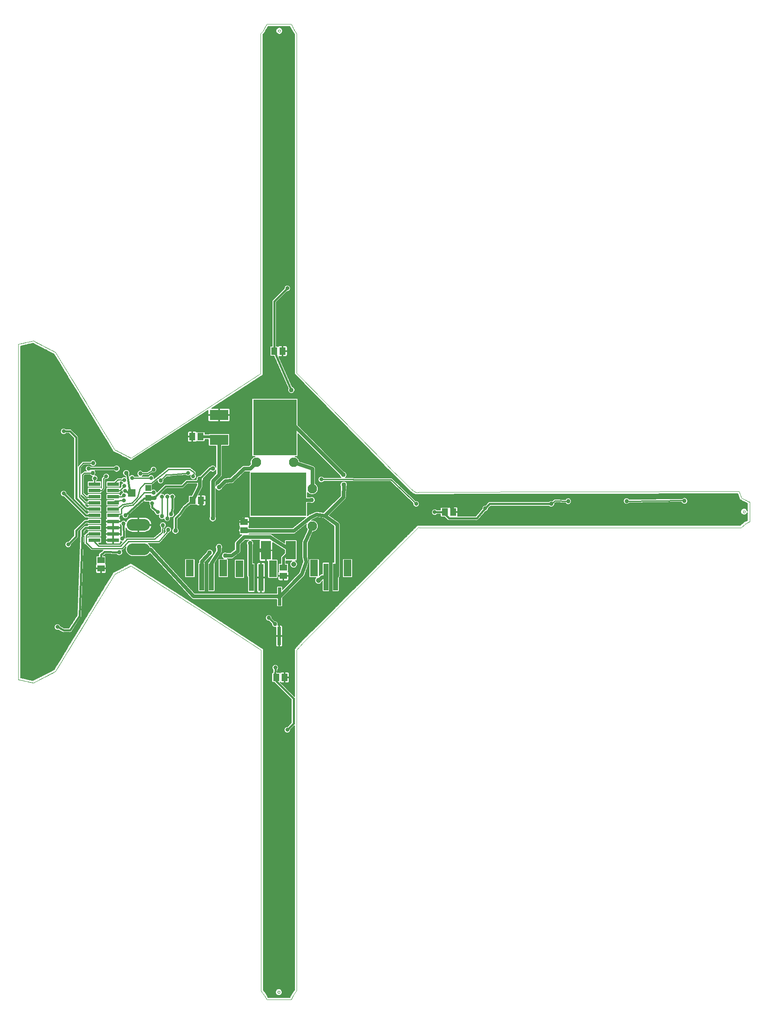
<source format=gtl>
G75*
%MOIN*%
%OFA0B0*%
%FSLAX25Y25*%
%IPPOS*%
%LPD*%
%AMOC8*
5,1,8,0,0,1.08239X$1,22.5*
%
%ADD10C,0.00000*%
%ADD11C,0.07677*%
%ADD12R,0.09449X0.03150*%
%ADD13R,0.05118X0.05906*%
%ADD14R,0.05906X0.05118*%
%ADD15R,0.03937X0.21654*%
%ADD16R,0.06299X0.13386*%
%ADD17R,0.02756X0.14567*%
%ADD18C,0.09370*%
%ADD19R,0.06299X0.05906*%
%ADD20R,0.04724X0.04724*%
%ADD21R,0.08200X0.15000*%
%ADD22R,0.45000X0.35000*%
%ADD23R,0.15000X0.08200*%
%ADD24R,0.35000X0.45000*%
%ADD25C,0.00630*%
%ADD26C,0.03172*%
%ADD27C,0.01600*%
%ADD28C,0.02953*%
%ADD29C,0.03762*%
%ADD30C,0.01000*%
%ADD31C,0.03369*%
%ADD32C,0.04156*%
%ADD33C,0.02400*%
D10*
X0079829Y0281745D02*
X0079829Y0551287D01*
X0081349Y0551621D01*
X0082110Y0551788D01*
X0082871Y0551954D01*
X0083631Y0552120D01*
X0084392Y0552287D01*
X0085152Y0552453D01*
X0085912Y0552620D01*
X0087433Y0552954D01*
X0088193Y0553121D01*
X0088954Y0553287D01*
X0089714Y0553453D01*
X0090475Y0553620D01*
X0091995Y0553954D01*
X0093113Y0553381D01*
X0094230Y0552807D01*
X0095347Y0552235D01*
X0096464Y0551662D01*
X0097581Y0551089D01*
X0098698Y0550517D01*
X0099816Y0549944D01*
X0100933Y0549371D01*
X0102050Y0548797D01*
X0103167Y0548224D01*
X0104284Y0547652D01*
X0105401Y0547079D01*
X0106519Y0546506D01*
X0107636Y0545934D01*
X0108753Y0545361D01*
X0109870Y0544787D01*
X0112842Y0539899D01*
X0118784Y0530123D01*
X0121756Y0525235D01*
X0124728Y0520348D01*
X0130670Y0510571D01*
X0133642Y0505683D01*
X0136613Y0500795D01*
X0139584Y0495907D01*
X0142555Y0491020D01*
X0145527Y0486131D01*
X0148498Y0481243D01*
X0151469Y0476355D01*
X0154441Y0471467D01*
X0157412Y0466579D01*
X0158229Y0466159D01*
X0159047Y0465740D01*
X0159865Y0465321D01*
X0160683Y0464902D01*
X0161501Y0464483D01*
X0162319Y0464064D01*
X0163137Y0463645D01*
X0163954Y0463225D01*
X0164771Y0462805D01*
X0165589Y0462386D01*
X0166407Y0461967D01*
X0167225Y0461548D01*
X0168042Y0461129D01*
X0168860Y0460709D01*
X0169678Y0460290D01*
X0170495Y0459871D01*
X0274856Y0527620D01*
X0274856Y0800958D01*
X0276964Y0803485D01*
X0277196Y0803920D01*
X0277428Y0804355D01*
X0277660Y0804790D01*
X0277891Y0805224D01*
X0278123Y0805659D01*
X0278355Y0806094D01*
X0278587Y0806529D01*
X0278818Y0806964D01*
X0279050Y0807399D01*
X0279282Y0807834D01*
X0279514Y0808269D01*
X0279746Y0808703D01*
X0299412Y0808703D01*
X0299644Y0808269D01*
X0299876Y0807834D01*
X0300108Y0807399D01*
X0300339Y0806964D01*
X0300571Y0806529D01*
X0300803Y0806094D01*
X0301035Y0805659D01*
X0301267Y0805224D01*
X0301498Y0804790D01*
X0301730Y0804355D01*
X0301962Y0803920D01*
X0302194Y0803485D01*
X0301267Y0805224D01*
X0300339Y0806964D01*
X0299412Y0808703D01*
X0302194Y0803485D02*
X0303908Y0800958D01*
X0303908Y0528014D01*
X0375365Y0455376D01*
X0380922Y0449818D01*
X0386480Y0444261D01*
X0392037Y0438704D01*
X0392706Y0438034D01*
X0393376Y0437366D01*
X0392037Y0438704D02*
X0395383Y0435358D01*
X0398061Y0433074D01*
X0398730Y0432798D01*
X0399398Y0432523D01*
X0400068Y0432247D01*
X0400738Y0432207D01*
X0402785Y0432365D01*
X0659914Y0432956D01*
X0661806Y0427767D01*
X0662240Y0427538D01*
X0663111Y0427079D01*
X0663545Y0426850D01*
X0664416Y0426391D01*
X0664850Y0426162D01*
X0665284Y0425933D01*
X0665719Y0425704D01*
X0666154Y0425475D01*
X0666588Y0425245D01*
X0667459Y0424787D01*
X0667893Y0424558D01*
X0668329Y0424329D01*
X0668329Y0408746D01*
X0667893Y0408514D01*
X0667459Y0408282D01*
X0667024Y0408050D01*
X0666588Y0407818D01*
X0666154Y0407586D01*
X0665719Y0407354D01*
X0665284Y0407123D01*
X0664850Y0406891D01*
X0668329Y0408746D01*
X0664850Y0406891D02*
X0661371Y0403856D01*
X0402746Y0403856D01*
X0401682Y0403974D01*
X0401013Y0403305D01*
X0400068Y0402360D01*
X0399398Y0401690D01*
X0398730Y0401021D01*
X0398061Y0400353D01*
X0397391Y0399682D01*
X0396721Y0399012D01*
X0396052Y0398344D01*
X0395383Y0397675D01*
X0392706Y0394998D01*
X0392037Y0394329D01*
X0380922Y0383214D01*
X0375365Y0377657D01*
X0369808Y0372100D01*
X0364251Y0366542D01*
X0353136Y0355428D01*
X0347579Y0349870D01*
X0342022Y0344313D01*
X0336465Y0338756D01*
X0330907Y0333198D01*
X0325350Y0327641D01*
X0319793Y0322084D01*
X0314235Y0316525D01*
X0308678Y0310969D01*
X0303908Y0305412D01*
X0303908Y0031722D01*
X0301267Y0027850D01*
X0301035Y0027414D01*
X0300803Y0026980D01*
X0300571Y0026545D01*
X0300339Y0026109D01*
X0300108Y0025675D01*
X0299644Y0024805D01*
X0299412Y0024371D01*
X0279746Y0024371D01*
X0279514Y0024805D01*
X0279282Y0025240D01*
X0279050Y0025675D01*
X0278818Y0026109D01*
X0278355Y0026980D01*
X0278123Y0027414D01*
X0277891Y0027850D01*
X0279746Y0024371D01*
X0277891Y0027850D02*
X0275250Y0031329D01*
X0275250Y0305412D01*
X0223266Y0339308D01*
X0216670Y0343544D01*
X0210074Y0347781D01*
X0203477Y0352018D01*
X0196881Y0356255D01*
X0190284Y0360492D01*
X0183688Y0364730D01*
X0177092Y0368967D01*
X0170495Y0373204D01*
X0169678Y0372782D01*
X0168860Y0372360D01*
X0168042Y0371939D01*
X0167225Y0371517D01*
X0166407Y0371095D01*
X0165589Y0370673D01*
X0164771Y0370251D01*
X0163954Y0369830D01*
X0163137Y0369408D01*
X0162319Y0368986D01*
X0161501Y0368564D01*
X0160683Y0368142D01*
X0159865Y0367720D01*
X0159047Y0367299D01*
X0158229Y0366875D01*
X0157412Y0366454D01*
X0154441Y0361569D01*
X0151469Y0356684D01*
X0148498Y0351798D01*
X0145527Y0346913D01*
X0142555Y0342027D01*
X0139584Y0337142D01*
X0136613Y0332256D01*
X0133642Y0327371D01*
X0130670Y0322485D01*
X0127699Y0317600D01*
X0124728Y0312714D01*
X0121756Y0307829D01*
X0118784Y0302943D01*
X0115813Y0298058D01*
X0112842Y0293172D01*
X0109870Y0288287D01*
X0108753Y0287711D01*
X0107636Y0287136D01*
X0106519Y0286561D01*
X0105401Y0285985D01*
X0104284Y0285408D01*
X0103167Y0284833D01*
X0102050Y0284258D01*
X0100933Y0283683D01*
X0099816Y0283108D01*
X0098698Y0282532D01*
X0097581Y0281955D01*
X0096464Y0281380D01*
X0095347Y0280805D01*
X0093113Y0279655D01*
X0091995Y0279078D01*
X0091235Y0279245D01*
X0090475Y0279411D01*
X0089714Y0279577D01*
X0088193Y0279911D01*
X0087433Y0280078D01*
X0085912Y0280412D01*
X0085152Y0280578D01*
X0084392Y0280745D01*
X0083631Y0280912D01*
X0082871Y0281079D01*
X0082110Y0281246D01*
X0081349Y0281413D01*
X0080589Y0281578D01*
X0079829Y0281745D01*
X0085912Y0280412D01*
X0091995Y0279078D01*
X0109870Y0288287D01*
X0157412Y0366454D01*
X0170495Y0373204D01*
X0223266Y0339308D01*
X0268815Y0456315D02*
X0268817Y0456414D01*
X0268823Y0456514D01*
X0268833Y0456613D01*
X0268847Y0456711D01*
X0268864Y0456809D01*
X0268886Y0456906D01*
X0268911Y0457002D01*
X0268940Y0457097D01*
X0268973Y0457191D01*
X0269010Y0457283D01*
X0269050Y0457374D01*
X0269094Y0457463D01*
X0269142Y0457551D01*
X0269193Y0457636D01*
X0269247Y0457719D01*
X0269304Y0457801D01*
X0269365Y0457879D01*
X0269429Y0457956D01*
X0269495Y0458029D01*
X0269565Y0458100D01*
X0269637Y0458168D01*
X0269712Y0458234D01*
X0269790Y0458296D01*
X0269870Y0458355D01*
X0269952Y0458411D01*
X0270036Y0458463D01*
X0270123Y0458512D01*
X0270211Y0458558D01*
X0270301Y0458600D01*
X0270393Y0458639D01*
X0270486Y0458674D01*
X0270580Y0458705D01*
X0270676Y0458732D01*
X0270773Y0458755D01*
X0270870Y0458775D01*
X0270968Y0458791D01*
X0271067Y0458803D01*
X0271166Y0458811D01*
X0271265Y0458815D01*
X0271365Y0458815D01*
X0271464Y0458811D01*
X0271563Y0458803D01*
X0271662Y0458791D01*
X0271760Y0458775D01*
X0271857Y0458755D01*
X0271954Y0458732D01*
X0272050Y0458705D01*
X0272144Y0458674D01*
X0272237Y0458639D01*
X0272329Y0458600D01*
X0272419Y0458558D01*
X0272507Y0458512D01*
X0272594Y0458463D01*
X0272678Y0458411D01*
X0272760Y0458355D01*
X0272840Y0458296D01*
X0272918Y0458234D01*
X0272993Y0458168D01*
X0273065Y0458100D01*
X0273135Y0458029D01*
X0273201Y0457956D01*
X0273265Y0457879D01*
X0273326Y0457801D01*
X0273383Y0457719D01*
X0273437Y0457636D01*
X0273488Y0457551D01*
X0273536Y0457463D01*
X0273580Y0457374D01*
X0273620Y0457283D01*
X0273657Y0457191D01*
X0273690Y0457097D01*
X0273719Y0457002D01*
X0273744Y0456906D01*
X0273766Y0456809D01*
X0273783Y0456711D01*
X0273797Y0456613D01*
X0273807Y0456514D01*
X0273813Y0456414D01*
X0273815Y0456315D01*
X0273813Y0456216D01*
X0273807Y0456116D01*
X0273797Y0456017D01*
X0273783Y0455919D01*
X0273766Y0455821D01*
X0273744Y0455724D01*
X0273719Y0455628D01*
X0273690Y0455533D01*
X0273657Y0455439D01*
X0273620Y0455347D01*
X0273580Y0455256D01*
X0273536Y0455167D01*
X0273488Y0455079D01*
X0273437Y0454994D01*
X0273383Y0454911D01*
X0273326Y0454829D01*
X0273265Y0454751D01*
X0273201Y0454674D01*
X0273135Y0454601D01*
X0273065Y0454530D01*
X0272993Y0454462D01*
X0272918Y0454396D01*
X0272840Y0454334D01*
X0272760Y0454275D01*
X0272678Y0454219D01*
X0272594Y0454167D01*
X0272507Y0454118D01*
X0272419Y0454072D01*
X0272329Y0454030D01*
X0272237Y0453991D01*
X0272144Y0453956D01*
X0272050Y0453925D01*
X0271954Y0453898D01*
X0271857Y0453875D01*
X0271760Y0453855D01*
X0271662Y0453839D01*
X0271563Y0453827D01*
X0271464Y0453819D01*
X0271365Y0453815D01*
X0271265Y0453815D01*
X0271166Y0453819D01*
X0271067Y0453827D01*
X0270968Y0453839D01*
X0270870Y0453855D01*
X0270773Y0453875D01*
X0270676Y0453898D01*
X0270580Y0453925D01*
X0270486Y0453956D01*
X0270393Y0453991D01*
X0270301Y0454030D01*
X0270211Y0454072D01*
X0270123Y0454118D01*
X0270036Y0454167D01*
X0269952Y0454219D01*
X0269870Y0454275D01*
X0269790Y0454334D01*
X0269712Y0454396D01*
X0269637Y0454462D01*
X0269565Y0454530D01*
X0269495Y0454601D01*
X0269429Y0454674D01*
X0269365Y0454751D01*
X0269304Y0454829D01*
X0269247Y0454911D01*
X0269193Y0454994D01*
X0269142Y0455079D01*
X0269094Y0455167D01*
X0269050Y0455256D01*
X0269010Y0455347D01*
X0268973Y0455439D01*
X0268940Y0455533D01*
X0268911Y0455628D01*
X0268886Y0455724D01*
X0268864Y0455821D01*
X0268847Y0455919D01*
X0268833Y0456017D01*
X0268823Y0456116D01*
X0268817Y0456216D01*
X0268815Y0456315D01*
X0298815Y0456315D02*
X0298817Y0456414D01*
X0298823Y0456514D01*
X0298833Y0456613D01*
X0298847Y0456711D01*
X0298864Y0456809D01*
X0298886Y0456906D01*
X0298911Y0457002D01*
X0298940Y0457097D01*
X0298973Y0457191D01*
X0299010Y0457283D01*
X0299050Y0457374D01*
X0299094Y0457463D01*
X0299142Y0457551D01*
X0299193Y0457636D01*
X0299247Y0457719D01*
X0299304Y0457801D01*
X0299365Y0457879D01*
X0299429Y0457956D01*
X0299495Y0458029D01*
X0299565Y0458100D01*
X0299637Y0458168D01*
X0299712Y0458234D01*
X0299790Y0458296D01*
X0299870Y0458355D01*
X0299952Y0458411D01*
X0300036Y0458463D01*
X0300123Y0458512D01*
X0300211Y0458558D01*
X0300301Y0458600D01*
X0300393Y0458639D01*
X0300486Y0458674D01*
X0300580Y0458705D01*
X0300676Y0458732D01*
X0300773Y0458755D01*
X0300870Y0458775D01*
X0300968Y0458791D01*
X0301067Y0458803D01*
X0301166Y0458811D01*
X0301265Y0458815D01*
X0301365Y0458815D01*
X0301464Y0458811D01*
X0301563Y0458803D01*
X0301662Y0458791D01*
X0301760Y0458775D01*
X0301857Y0458755D01*
X0301954Y0458732D01*
X0302050Y0458705D01*
X0302144Y0458674D01*
X0302237Y0458639D01*
X0302329Y0458600D01*
X0302419Y0458558D01*
X0302507Y0458512D01*
X0302594Y0458463D01*
X0302678Y0458411D01*
X0302760Y0458355D01*
X0302840Y0458296D01*
X0302918Y0458234D01*
X0302993Y0458168D01*
X0303065Y0458100D01*
X0303135Y0458029D01*
X0303201Y0457956D01*
X0303265Y0457879D01*
X0303326Y0457801D01*
X0303383Y0457719D01*
X0303437Y0457636D01*
X0303488Y0457551D01*
X0303536Y0457463D01*
X0303580Y0457374D01*
X0303620Y0457283D01*
X0303657Y0457191D01*
X0303690Y0457097D01*
X0303719Y0457002D01*
X0303744Y0456906D01*
X0303766Y0456809D01*
X0303783Y0456711D01*
X0303797Y0456613D01*
X0303807Y0456514D01*
X0303813Y0456414D01*
X0303815Y0456315D01*
X0303813Y0456216D01*
X0303807Y0456116D01*
X0303797Y0456017D01*
X0303783Y0455919D01*
X0303766Y0455821D01*
X0303744Y0455724D01*
X0303719Y0455628D01*
X0303690Y0455533D01*
X0303657Y0455439D01*
X0303620Y0455347D01*
X0303580Y0455256D01*
X0303536Y0455167D01*
X0303488Y0455079D01*
X0303437Y0454994D01*
X0303383Y0454911D01*
X0303326Y0454829D01*
X0303265Y0454751D01*
X0303201Y0454674D01*
X0303135Y0454601D01*
X0303065Y0454530D01*
X0302993Y0454462D01*
X0302918Y0454396D01*
X0302840Y0454334D01*
X0302760Y0454275D01*
X0302678Y0454219D01*
X0302594Y0454167D01*
X0302507Y0454118D01*
X0302419Y0454072D01*
X0302329Y0454030D01*
X0302237Y0453991D01*
X0302144Y0453956D01*
X0302050Y0453925D01*
X0301954Y0453898D01*
X0301857Y0453875D01*
X0301760Y0453855D01*
X0301662Y0453839D01*
X0301563Y0453827D01*
X0301464Y0453819D01*
X0301365Y0453815D01*
X0301265Y0453815D01*
X0301166Y0453819D01*
X0301067Y0453827D01*
X0300968Y0453839D01*
X0300870Y0453855D01*
X0300773Y0453875D01*
X0300676Y0453898D01*
X0300580Y0453925D01*
X0300486Y0453956D01*
X0300393Y0453991D01*
X0300301Y0454030D01*
X0300211Y0454072D01*
X0300123Y0454118D01*
X0300036Y0454167D01*
X0299952Y0454219D01*
X0299870Y0454275D01*
X0299790Y0454334D01*
X0299712Y0454396D01*
X0299637Y0454462D01*
X0299565Y0454530D01*
X0299495Y0454601D01*
X0299429Y0454674D01*
X0299365Y0454751D01*
X0299304Y0454829D01*
X0299247Y0454911D01*
X0299193Y0454994D01*
X0299142Y0455079D01*
X0299094Y0455167D01*
X0299050Y0455256D01*
X0299010Y0455347D01*
X0298973Y0455439D01*
X0298940Y0455533D01*
X0298911Y0455628D01*
X0298886Y0455724D01*
X0298864Y0455821D01*
X0298847Y0455919D01*
X0298833Y0456017D01*
X0298823Y0456116D01*
X0298817Y0456216D01*
X0298815Y0456315D01*
X0313815Y0435134D02*
X0313817Y0435233D01*
X0313823Y0435333D01*
X0313833Y0435432D01*
X0313847Y0435530D01*
X0313864Y0435628D01*
X0313886Y0435725D01*
X0313911Y0435821D01*
X0313940Y0435916D01*
X0313973Y0436010D01*
X0314010Y0436102D01*
X0314050Y0436193D01*
X0314094Y0436282D01*
X0314142Y0436370D01*
X0314193Y0436455D01*
X0314247Y0436538D01*
X0314304Y0436620D01*
X0314365Y0436698D01*
X0314429Y0436775D01*
X0314495Y0436848D01*
X0314565Y0436919D01*
X0314637Y0436987D01*
X0314712Y0437053D01*
X0314790Y0437115D01*
X0314870Y0437174D01*
X0314952Y0437230D01*
X0315036Y0437282D01*
X0315123Y0437331D01*
X0315211Y0437377D01*
X0315301Y0437419D01*
X0315393Y0437458D01*
X0315486Y0437493D01*
X0315580Y0437524D01*
X0315676Y0437551D01*
X0315773Y0437574D01*
X0315870Y0437594D01*
X0315968Y0437610D01*
X0316067Y0437622D01*
X0316166Y0437630D01*
X0316265Y0437634D01*
X0316365Y0437634D01*
X0316464Y0437630D01*
X0316563Y0437622D01*
X0316662Y0437610D01*
X0316760Y0437594D01*
X0316857Y0437574D01*
X0316954Y0437551D01*
X0317050Y0437524D01*
X0317144Y0437493D01*
X0317237Y0437458D01*
X0317329Y0437419D01*
X0317419Y0437377D01*
X0317507Y0437331D01*
X0317594Y0437282D01*
X0317678Y0437230D01*
X0317760Y0437174D01*
X0317840Y0437115D01*
X0317918Y0437053D01*
X0317993Y0436987D01*
X0318065Y0436919D01*
X0318135Y0436848D01*
X0318201Y0436775D01*
X0318265Y0436698D01*
X0318326Y0436620D01*
X0318383Y0436538D01*
X0318437Y0436455D01*
X0318488Y0436370D01*
X0318536Y0436282D01*
X0318580Y0436193D01*
X0318620Y0436102D01*
X0318657Y0436010D01*
X0318690Y0435916D01*
X0318719Y0435821D01*
X0318744Y0435725D01*
X0318766Y0435628D01*
X0318783Y0435530D01*
X0318797Y0435432D01*
X0318807Y0435333D01*
X0318813Y0435233D01*
X0318815Y0435134D01*
X0318813Y0435035D01*
X0318807Y0434935D01*
X0318797Y0434836D01*
X0318783Y0434738D01*
X0318766Y0434640D01*
X0318744Y0434543D01*
X0318719Y0434447D01*
X0318690Y0434352D01*
X0318657Y0434258D01*
X0318620Y0434166D01*
X0318580Y0434075D01*
X0318536Y0433986D01*
X0318488Y0433898D01*
X0318437Y0433813D01*
X0318383Y0433730D01*
X0318326Y0433648D01*
X0318265Y0433570D01*
X0318201Y0433493D01*
X0318135Y0433420D01*
X0318065Y0433349D01*
X0317993Y0433281D01*
X0317918Y0433215D01*
X0317840Y0433153D01*
X0317760Y0433094D01*
X0317678Y0433038D01*
X0317594Y0432986D01*
X0317507Y0432937D01*
X0317419Y0432891D01*
X0317329Y0432849D01*
X0317237Y0432810D01*
X0317144Y0432775D01*
X0317050Y0432744D01*
X0316954Y0432717D01*
X0316857Y0432694D01*
X0316760Y0432674D01*
X0316662Y0432658D01*
X0316563Y0432646D01*
X0316464Y0432638D01*
X0316365Y0432634D01*
X0316265Y0432634D01*
X0316166Y0432638D01*
X0316067Y0432646D01*
X0315968Y0432658D01*
X0315870Y0432674D01*
X0315773Y0432694D01*
X0315676Y0432717D01*
X0315580Y0432744D01*
X0315486Y0432775D01*
X0315393Y0432810D01*
X0315301Y0432849D01*
X0315211Y0432891D01*
X0315123Y0432937D01*
X0315036Y0432986D01*
X0314952Y0433038D01*
X0314870Y0433094D01*
X0314790Y0433153D01*
X0314712Y0433215D01*
X0314637Y0433281D01*
X0314565Y0433349D01*
X0314495Y0433420D01*
X0314429Y0433493D01*
X0314365Y0433570D01*
X0314304Y0433648D01*
X0314247Y0433730D01*
X0314193Y0433813D01*
X0314142Y0433898D01*
X0314094Y0433986D01*
X0314050Y0434075D01*
X0314010Y0434166D01*
X0313973Y0434258D01*
X0313940Y0434352D01*
X0313911Y0434447D01*
X0313886Y0434543D01*
X0313864Y0434640D01*
X0313847Y0434738D01*
X0313833Y0434836D01*
X0313823Y0434935D01*
X0313817Y0435035D01*
X0313815Y0435134D01*
X0313815Y0405134D02*
X0313817Y0405233D01*
X0313823Y0405333D01*
X0313833Y0405432D01*
X0313847Y0405530D01*
X0313864Y0405628D01*
X0313886Y0405725D01*
X0313911Y0405821D01*
X0313940Y0405916D01*
X0313973Y0406010D01*
X0314010Y0406102D01*
X0314050Y0406193D01*
X0314094Y0406282D01*
X0314142Y0406370D01*
X0314193Y0406455D01*
X0314247Y0406538D01*
X0314304Y0406620D01*
X0314365Y0406698D01*
X0314429Y0406775D01*
X0314495Y0406848D01*
X0314565Y0406919D01*
X0314637Y0406987D01*
X0314712Y0407053D01*
X0314790Y0407115D01*
X0314870Y0407174D01*
X0314952Y0407230D01*
X0315036Y0407282D01*
X0315123Y0407331D01*
X0315211Y0407377D01*
X0315301Y0407419D01*
X0315393Y0407458D01*
X0315486Y0407493D01*
X0315580Y0407524D01*
X0315676Y0407551D01*
X0315773Y0407574D01*
X0315870Y0407594D01*
X0315968Y0407610D01*
X0316067Y0407622D01*
X0316166Y0407630D01*
X0316265Y0407634D01*
X0316365Y0407634D01*
X0316464Y0407630D01*
X0316563Y0407622D01*
X0316662Y0407610D01*
X0316760Y0407594D01*
X0316857Y0407574D01*
X0316954Y0407551D01*
X0317050Y0407524D01*
X0317144Y0407493D01*
X0317237Y0407458D01*
X0317329Y0407419D01*
X0317419Y0407377D01*
X0317507Y0407331D01*
X0317594Y0407282D01*
X0317678Y0407230D01*
X0317760Y0407174D01*
X0317840Y0407115D01*
X0317918Y0407053D01*
X0317993Y0406987D01*
X0318065Y0406919D01*
X0318135Y0406848D01*
X0318201Y0406775D01*
X0318265Y0406698D01*
X0318326Y0406620D01*
X0318383Y0406538D01*
X0318437Y0406455D01*
X0318488Y0406370D01*
X0318536Y0406282D01*
X0318580Y0406193D01*
X0318620Y0406102D01*
X0318657Y0406010D01*
X0318690Y0405916D01*
X0318719Y0405821D01*
X0318744Y0405725D01*
X0318766Y0405628D01*
X0318783Y0405530D01*
X0318797Y0405432D01*
X0318807Y0405333D01*
X0318813Y0405233D01*
X0318815Y0405134D01*
X0318813Y0405035D01*
X0318807Y0404935D01*
X0318797Y0404836D01*
X0318783Y0404738D01*
X0318766Y0404640D01*
X0318744Y0404543D01*
X0318719Y0404447D01*
X0318690Y0404352D01*
X0318657Y0404258D01*
X0318620Y0404166D01*
X0318580Y0404075D01*
X0318536Y0403986D01*
X0318488Y0403898D01*
X0318437Y0403813D01*
X0318383Y0403730D01*
X0318326Y0403648D01*
X0318265Y0403570D01*
X0318201Y0403493D01*
X0318135Y0403420D01*
X0318065Y0403349D01*
X0317993Y0403281D01*
X0317918Y0403215D01*
X0317840Y0403153D01*
X0317760Y0403094D01*
X0317678Y0403038D01*
X0317594Y0402986D01*
X0317507Y0402937D01*
X0317419Y0402891D01*
X0317329Y0402849D01*
X0317237Y0402810D01*
X0317144Y0402775D01*
X0317050Y0402744D01*
X0316954Y0402717D01*
X0316857Y0402694D01*
X0316760Y0402674D01*
X0316662Y0402658D01*
X0316563Y0402646D01*
X0316464Y0402638D01*
X0316365Y0402634D01*
X0316265Y0402634D01*
X0316166Y0402638D01*
X0316067Y0402646D01*
X0315968Y0402658D01*
X0315870Y0402674D01*
X0315773Y0402694D01*
X0315676Y0402717D01*
X0315580Y0402744D01*
X0315486Y0402775D01*
X0315393Y0402810D01*
X0315301Y0402849D01*
X0315211Y0402891D01*
X0315123Y0402937D01*
X0315036Y0402986D01*
X0314952Y0403038D01*
X0314870Y0403094D01*
X0314790Y0403153D01*
X0314712Y0403215D01*
X0314637Y0403281D01*
X0314565Y0403349D01*
X0314495Y0403420D01*
X0314429Y0403493D01*
X0314365Y0403570D01*
X0314304Y0403648D01*
X0314247Y0403730D01*
X0314193Y0403813D01*
X0314142Y0403898D01*
X0314094Y0403986D01*
X0314050Y0404075D01*
X0314010Y0404166D01*
X0313973Y0404258D01*
X0313940Y0404352D01*
X0313911Y0404447D01*
X0313886Y0404543D01*
X0313864Y0404640D01*
X0313847Y0404738D01*
X0313833Y0404836D01*
X0313823Y0404935D01*
X0313817Y0405035D01*
X0313815Y0405134D01*
X0395383Y0397675D02*
X0396721Y0399012D01*
X0398061Y0400353D01*
X0399398Y0401690D01*
X0401682Y0403974D01*
X0170495Y0459871D02*
X0167225Y0461548D01*
X0163954Y0463225D01*
X0160683Y0464902D01*
X0157412Y0466579D01*
X0109870Y0544787D01*
X0091995Y0553954D01*
X0088954Y0553287D01*
X0085912Y0552620D01*
X0082871Y0551954D01*
X0079829Y0551287D01*
X0276964Y0803485D02*
X0277891Y0805224D01*
X0278818Y0806964D01*
X0279746Y0808703D01*
X0288933Y0803283D02*
X0288935Y0803342D01*
X0288941Y0803401D01*
X0288951Y0803459D01*
X0288964Y0803517D01*
X0288982Y0803574D01*
X0289003Y0803629D01*
X0289028Y0803683D01*
X0289057Y0803735D01*
X0289089Y0803784D01*
X0289124Y0803832D01*
X0289162Y0803877D01*
X0289203Y0803920D01*
X0289247Y0803960D01*
X0289293Y0803996D01*
X0289342Y0804030D01*
X0289393Y0804060D01*
X0289446Y0804087D01*
X0289501Y0804110D01*
X0289556Y0804129D01*
X0289614Y0804145D01*
X0289672Y0804157D01*
X0289730Y0804165D01*
X0289789Y0804169D01*
X0289849Y0804169D01*
X0289908Y0804165D01*
X0289966Y0804157D01*
X0290024Y0804145D01*
X0290082Y0804129D01*
X0290137Y0804110D01*
X0290192Y0804087D01*
X0290245Y0804060D01*
X0290296Y0804030D01*
X0290345Y0803996D01*
X0290391Y0803960D01*
X0290435Y0803920D01*
X0290476Y0803877D01*
X0290514Y0803832D01*
X0290549Y0803784D01*
X0290581Y0803735D01*
X0290610Y0803683D01*
X0290635Y0803629D01*
X0290656Y0803574D01*
X0290674Y0803517D01*
X0290687Y0803459D01*
X0290697Y0803401D01*
X0290703Y0803342D01*
X0290705Y0803283D01*
X0290703Y0803224D01*
X0290697Y0803165D01*
X0290687Y0803107D01*
X0290674Y0803049D01*
X0290656Y0802992D01*
X0290635Y0802937D01*
X0290610Y0802883D01*
X0290581Y0802831D01*
X0290549Y0802782D01*
X0290514Y0802734D01*
X0290476Y0802689D01*
X0290435Y0802646D01*
X0290391Y0802606D01*
X0290345Y0802570D01*
X0290296Y0802536D01*
X0290245Y0802506D01*
X0290192Y0802479D01*
X0290137Y0802456D01*
X0290082Y0802437D01*
X0290024Y0802421D01*
X0289966Y0802409D01*
X0289908Y0802401D01*
X0289849Y0802397D01*
X0289789Y0802397D01*
X0289730Y0802401D01*
X0289672Y0802409D01*
X0289614Y0802421D01*
X0289556Y0802437D01*
X0289501Y0802456D01*
X0289446Y0802479D01*
X0289393Y0802506D01*
X0289342Y0802536D01*
X0289293Y0802570D01*
X0289247Y0802606D01*
X0289203Y0802646D01*
X0289162Y0802689D01*
X0289124Y0802734D01*
X0289089Y0802782D01*
X0289057Y0802831D01*
X0289028Y0802883D01*
X0289003Y0802937D01*
X0288982Y0802992D01*
X0288964Y0803049D01*
X0288951Y0803107D01*
X0288941Y0803165D01*
X0288935Y0803224D01*
X0288933Y0803283D01*
X0664850Y0426162D02*
X0668329Y0424329D01*
X0662949Y0416669D02*
X0662951Y0416728D01*
X0662957Y0416787D01*
X0662967Y0416845D01*
X0662980Y0416903D01*
X0662998Y0416960D01*
X0663019Y0417015D01*
X0663044Y0417069D01*
X0663073Y0417121D01*
X0663105Y0417170D01*
X0663140Y0417218D01*
X0663178Y0417263D01*
X0663219Y0417306D01*
X0663263Y0417346D01*
X0663309Y0417382D01*
X0663358Y0417416D01*
X0663409Y0417446D01*
X0663462Y0417473D01*
X0663517Y0417496D01*
X0663572Y0417515D01*
X0663630Y0417531D01*
X0663688Y0417543D01*
X0663746Y0417551D01*
X0663805Y0417555D01*
X0663865Y0417555D01*
X0663924Y0417551D01*
X0663982Y0417543D01*
X0664040Y0417531D01*
X0664098Y0417515D01*
X0664153Y0417496D01*
X0664208Y0417473D01*
X0664261Y0417446D01*
X0664312Y0417416D01*
X0664361Y0417382D01*
X0664407Y0417346D01*
X0664451Y0417306D01*
X0664492Y0417263D01*
X0664530Y0417218D01*
X0664565Y0417170D01*
X0664597Y0417121D01*
X0664626Y0417069D01*
X0664651Y0417015D01*
X0664672Y0416960D01*
X0664690Y0416903D01*
X0664703Y0416845D01*
X0664713Y0416787D01*
X0664719Y0416728D01*
X0664721Y0416669D01*
X0664719Y0416610D01*
X0664713Y0416551D01*
X0664703Y0416493D01*
X0664690Y0416435D01*
X0664672Y0416378D01*
X0664651Y0416323D01*
X0664626Y0416269D01*
X0664597Y0416217D01*
X0664565Y0416168D01*
X0664530Y0416120D01*
X0664492Y0416075D01*
X0664451Y0416032D01*
X0664407Y0415992D01*
X0664361Y0415956D01*
X0664312Y0415922D01*
X0664261Y0415892D01*
X0664208Y0415865D01*
X0664153Y0415842D01*
X0664098Y0415823D01*
X0664040Y0415807D01*
X0663982Y0415795D01*
X0663924Y0415787D01*
X0663865Y0415783D01*
X0663805Y0415783D01*
X0663746Y0415787D01*
X0663688Y0415795D01*
X0663630Y0415807D01*
X0663572Y0415823D01*
X0663517Y0415842D01*
X0663462Y0415865D01*
X0663409Y0415892D01*
X0663358Y0415922D01*
X0663309Y0415956D01*
X0663263Y0415992D01*
X0663219Y0416032D01*
X0663178Y0416075D01*
X0663140Y0416120D01*
X0663105Y0416168D01*
X0663073Y0416217D01*
X0663044Y0416269D01*
X0663019Y0416323D01*
X0662998Y0416378D01*
X0662980Y0416435D01*
X0662967Y0416493D01*
X0662957Y0416551D01*
X0662951Y0416610D01*
X0662949Y0416669D01*
X0301267Y0027850D02*
X0299412Y0024371D01*
X0288539Y0030449D02*
X0288541Y0030508D01*
X0288547Y0030567D01*
X0288557Y0030625D01*
X0288570Y0030683D01*
X0288588Y0030740D01*
X0288609Y0030795D01*
X0288634Y0030849D01*
X0288663Y0030901D01*
X0288695Y0030950D01*
X0288730Y0030998D01*
X0288768Y0031043D01*
X0288809Y0031086D01*
X0288853Y0031126D01*
X0288899Y0031162D01*
X0288948Y0031196D01*
X0288999Y0031226D01*
X0289052Y0031253D01*
X0289107Y0031276D01*
X0289162Y0031295D01*
X0289220Y0031311D01*
X0289278Y0031323D01*
X0289336Y0031331D01*
X0289395Y0031335D01*
X0289455Y0031335D01*
X0289514Y0031331D01*
X0289572Y0031323D01*
X0289630Y0031311D01*
X0289688Y0031295D01*
X0289743Y0031276D01*
X0289798Y0031253D01*
X0289851Y0031226D01*
X0289902Y0031196D01*
X0289951Y0031162D01*
X0289997Y0031126D01*
X0290041Y0031086D01*
X0290082Y0031043D01*
X0290120Y0030998D01*
X0290155Y0030950D01*
X0290187Y0030901D01*
X0290216Y0030849D01*
X0290241Y0030795D01*
X0290262Y0030740D01*
X0290280Y0030683D01*
X0290293Y0030625D01*
X0290303Y0030567D01*
X0290309Y0030508D01*
X0290311Y0030449D01*
X0290309Y0030390D01*
X0290303Y0030331D01*
X0290293Y0030273D01*
X0290280Y0030215D01*
X0290262Y0030158D01*
X0290241Y0030103D01*
X0290216Y0030049D01*
X0290187Y0029997D01*
X0290155Y0029948D01*
X0290120Y0029900D01*
X0290082Y0029855D01*
X0290041Y0029812D01*
X0289997Y0029772D01*
X0289951Y0029736D01*
X0289902Y0029702D01*
X0289851Y0029672D01*
X0289798Y0029645D01*
X0289743Y0029622D01*
X0289688Y0029603D01*
X0289630Y0029587D01*
X0289572Y0029575D01*
X0289514Y0029567D01*
X0289455Y0029563D01*
X0289395Y0029563D01*
X0289336Y0029567D01*
X0289278Y0029575D01*
X0289220Y0029587D01*
X0289162Y0029603D01*
X0289107Y0029622D01*
X0289052Y0029645D01*
X0288999Y0029672D01*
X0288948Y0029702D01*
X0288899Y0029736D01*
X0288853Y0029772D01*
X0288809Y0029812D01*
X0288768Y0029855D01*
X0288730Y0029900D01*
X0288695Y0029948D01*
X0288663Y0029997D01*
X0288634Y0030049D01*
X0288609Y0030103D01*
X0288588Y0030158D01*
X0288570Y0030215D01*
X0288557Y0030273D01*
X0288547Y0030331D01*
X0288541Y0030390D01*
X0288539Y0030449D01*
D11*
X0316315Y0405134D03*
X0316315Y0435134D03*
X0301315Y0456315D03*
X0271315Y0456315D03*
D12*
X0156177Y0438815D03*
X0156177Y0433815D03*
X0156177Y0428815D03*
X0156177Y0423815D03*
X0156177Y0418815D03*
X0156177Y0413815D03*
X0156177Y0408815D03*
X0156177Y0403815D03*
X0156177Y0398815D03*
X0156177Y0393815D03*
X0141177Y0393815D03*
X0141177Y0398815D03*
X0141177Y0403815D03*
X0141177Y0408815D03*
X0141177Y0413815D03*
X0141177Y0418815D03*
X0141177Y0423815D03*
X0141177Y0428815D03*
X0141177Y0433815D03*
X0141177Y0438815D03*
D13*
X0220213Y0425843D03*
X0226906Y0425843D03*
X0226561Y0477015D03*
X0219869Y0477015D03*
X0285764Y0545764D03*
X0292457Y0545764D03*
X0422969Y0416315D03*
X0429661Y0416315D03*
X0294031Y0283402D03*
X0287339Y0283402D03*
D14*
X0293115Y0365069D03*
X0293115Y0371761D03*
X0261551Y0401709D03*
X0261551Y0408402D03*
X0146315Y0377693D03*
X0146315Y0371000D03*
D15*
X0227378Y0364228D03*
X0235252Y0364228D03*
X0267299Y0363638D03*
X0275173Y0363638D03*
X0327378Y0364228D03*
X0335252Y0364228D03*
D16*
X0344701Y0371315D03*
X0317929Y0371315D03*
X0284622Y0370724D03*
X0257850Y0370724D03*
X0244701Y0371315D03*
X0217929Y0371315D03*
D17*
X0290173Y0348559D03*
X0289780Y0316669D03*
D18*
X0181197Y0386472D02*
X0171827Y0386472D01*
X0171827Y0406157D02*
X0181197Y0406157D01*
D19*
X0171197Y0431709D03*
D20*
X0184287Y0435646D03*
X0184287Y0427772D03*
D21*
X0279110Y0385606D03*
X0299110Y0385606D03*
D22*
X0289110Y0430606D03*
D23*
X0241315Y0474465D03*
X0241315Y0494465D03*
D24*
X0286315Y0484465D03*
D25*
X0267900Y0484659D02*
X0212012Y0484659D01*
X0212980Y0485287D02*
X0267900Y0485287D01*
X0267900Y0485916D02*
X0213948Y0485916D01*
X0214916Y0486544D02*
X0267900Y0486544D01*
X0267900Y0487173D02*
X0215884Y0487173D01*
X0216852Y0487801D02*
X0267900Y0487801D01*
X0267900Y0488429D02*
X0217820Y0488429D01*
X0218788Y0489058D02*
X0233611Y0489058D01*
X0233642Y0489050D02*
X0241000Y0489050D01*
X0241000Y0494150D01*
X0232500Y0494150D01*
X0232500Y0490191D01*
X0232590Y0489857D01*
X0232763Y0489557D01*
X0233008Y0489312D01*
X0233307Y0489139D01*
X0233642Y0489050D01*
X0232688Y0489686D02*
X0219756Y0489686D01*
X0220724Y0490315D02*
X0232500Y0490315D01*
X0232500Y0490943D02*
X0221692Y0490943D01*
X0222660Y0491572D02*
X0232500Y0491572D01*
X0232500Y0492200D02*
X0223628Y0492200D01*
X0224596Y0492828D02*
X0232500Y0492828D01*
X0232500Y0493457D02*
X0225564Y0493457D01*
X0226532Y0494085D02*
X0232500Y0494085D01*
X0232500Y0494779D02*
X0241000Y0494779D01*
X0241000Y0494150D01*
X0241630Y0494150D01*
X0241630Y0494779D01*
X0250130Y0494779D01*
X0250130Y0498738D01*
X0250040Y0499072D01*
X0249867Y0499372D01*
X0249622Y0499617D01*
X0249323Y0499790D01*
X0248988Y0499880D01*
X0241630Y0499880D01*
X0241630Y0494780D01*
X0241000Y0494780D01*
X0241000Y0499880D01*
X0235458Y0499880D01*
X0275394Y0525805D01*
X0275608Y0525805D01*
X0276005Y0526202D01*
X0276475Y0526507D01*
X0276520Y0526717D01*
X0276671Y0526869D01*
X0276671Y0527429D01*
X0276788Y0527978D01*
X0276671Y0528158D01*
X0276671Y0800300D01*
X0278011Y0801906D01*
X0278212Y0801967D01*
X0278212Y0801968D01*
X0278212Y0801968D01*
X0278444Y0802403D01*
X0278445Y0802403D01*
X0278479Y0802467D01*
X0278840Y0802900D01*
X0278821Y0803109D01*
X0278909Y0803273D01*
X0278909Y0803274D01*
X0279139Y0803705D01*
X0279151Y0803729D01*
X0279264Y0803940D01*
X0279615Y0804599D01*
X0279615Y0804600D01*
X0280067Y0805447D01*
X0280103Y0805516D01*
X0280299Y0805882D01*
X0280643Y0806529D01*
X0280763Y0806752D01*
X0280764Y0806753D01*
X0280836Y0806889D01*
X0298322Y0806889D01*
X0298394Y0806753D01*
X0298395Y0806752D01*
X0298515Y0806528D01*
X0298859Y0805882D01*
X0298859Y0805882D01*
X0299066Y0805495D01*
X0299537Y0804611D01*
X0299543Y0804600D01*
X0299543Y0804599D01*
X0299892Y0803944D01*
X0300006Y0803729D01*
X0300011Y0803721D01*
X0300017Y0803708D01*
X0300017Y0803708D01*
X0300021Y0803702D01*
X0300249Y0803274D01*
X0300249Y0803273D01*
X0300290Y0803196D01*
X0300270Y0803088D01*
X0300636Y0802549D01*
X0300713Y0802403D01*
X0300714Y0802403D01*
X0300945Y0801968D01*
X0300946Y0801968D01*
X0300946Y0801967D01*
X0301052Y0801935D01*
X0302093Y0800400D01*
X0302093Y0528021D01*
X0302087Y0527277D01*
X0302093Y0527271D01*
X0302093Y0527262D01*
X0302619Y0526736D01*
X0373550Y0454633D01*
X0373550Y0454624D01*
X0374077Y0454097D01*
X0374599Y0453567D01*
X0374607Y0453567D01*
X0379107Y0449066D01*
X0379660Y0448513D01*
X0380170Y0448003D01*
X0380170Y0448003D01*
X0385176Y0442999D01*
X0390222Y0437952D01*
X0390222Y0437952D01*
X0390753Y0437422D01*
X0390760Y0437414D01*
X0390892Y0437282D01*
X0390892Y0437281D01*
X0391422Y0436752D01*
X0391953Y0436220D01*
X0391955Y0436220D01*
X0393627Y0434547D01*
X0393634Y0434465D01*
X0394151Y0434023D01*
X0394632Y0433543D01*
X0394715Y0433543D01*
X0396552Y0431975D01*
X0396674Y0431682D01*
X0397102Y0431506D01*
X0397455Y0431205D01*
X0397771Y0431230D01*
X0397980Y0431144D01*
X0398012Y0431131D01*
X0398012Y0431130D01*
X0398714Y0430841D01*
X0398990Y0430727D01*
X0399211Y0430479D01*
X0399658Y0430453D01*
X0400073Y0430282D01*
X0400230Y0430348D01*
X0400755Y0430388D01*
X0401382Y0430351D01*
X0401487Y0430445D01*
X0402857Y0430551D01*
X0658645Y0431138D01*
X0660085Y0427188D01*
X0660294Y0426513D01*
X0660340Y0426488D01*
X0660358Y0426439D01*
X0660988Y0426146D01*
X0661395Y0425931D01*
X0662057Y0425582D01*
X0662058Y0425582D01*
X0662700Y0425243D01*
X0663362Y0424894D01*
X0663363Y0424894D01*
X0663773Y0424678D01*
X0663773Y0424677D01*
X0664208Y0424448D01*
X0664447Y0424322D01*
X0665101Y0423977D01*
X0665101Y0423977D01*
X0665744Y0423639D01*
X0666384Y0423301D01*
X0666384Y0423300D01*
X0666514Y0423232D01*
X0666514Y0417259D01*
X0666124Y0418199D01*
X0665365Y0418959D01*
X0664372Y0419370D01*
X0663297Y0419370D01*
X0662305Y0418959D01*
X0661545Y0418199D01*
X0661134Y0417207D01*
X0661134Y0416132D01*
X0661545Y0415139D01*
X0662305Y0414380D01*
X0663297Y0413969D01*
X0664372Y0413969D01*
X0665365Y0414380D01*
X0666124Y0415139D01*
X0666514Y0416079D01*
X0666514Y0409835D01*
X0666397Y0409773D01*
X0666396Y0409773D01*
X0665964Y0409542D01*
X0665093Y0409078D01*
X0665091Y0409078D01*
X0664453Y0408738D01*
X0664223Y0408753D01*
X0663821Y0408402D01*
X0663770Y0408375D01*
X0663769Y0408372D01*
X0663333Y0408140D01*
X0663332Y0408138D01*
X0663331Y0408138D01*
X0663264Y0407917D01*
X0660690Y0405671D01*
X0402845Y0405671D01*
X0402515Y0405708D01*
X0402434Y0405789D01*
X0401782Y0405789D01*
X0401134Y0405860D01*
X0401044Y0405789D01*
X0400930Y0405789D01*
X0400930Y0405788D02*
X0400469Y0405328D01*
X0399960Y0404920D01*
X0399948Y0404806D01*
X0399838Y0404697D01*
X0398701Y0403560D01*
X0398646Y0403505D01*
X0398109Y0402967D01*
X0397583Y0402442D01*
X0397583Y0402442D01*
X0397504Y0402363D01*
X0397401Y0402259D01*
X0397309Y0402167D01*
X0396997Y0401856D01*
X0396246Y0401104D01*
X0396246Y0401104D01*
X0396246Y0401104D01*
X0395969Y0400827D01*
X0395431Y0400290D01*
X0394906Y0399764D01*
X0394346Y0399205D01*
X0393568Y0398427D01*
X0391954Y0396813D01*
X0391076Y0395934D01*
X0390891Y0395749D01*
X0390235Y0395093D01*
X0380170Y0385029D01*
X0373550Y0378409D01*
X0373550Y0378409D01*
X0369056Y0373915D01*
X0368504Y0373362D01*
X0367993Y0372852D01*
X0367993Y0372852D01*
X0362990Y0367847D01*
X0352384Y0357243D01*
X0351862Y0356720D01*
X0351321Y0356180D01*
X0351321Y0356180D01*
X0346270Y0351127D01*
X0340763Y0345620D01*
X0335713Y0340571D01*
X0335181Y0340038D01*
X0334650Y0339508D01*
X0334650Y0339508D01*
X0329620Y0334477D01*
X0324003Y0328860D01*
X0319041Y0323899D01*
X0319041Y0323899D01*
X0318509Y0323366D01*
X0317978Y0322836D01*
X0317978Y0322835D01*
X0312931Y0317788D01*
X0307870Y0312727D01*
X0307791Y0312721D01*
X0307346Y0312203D01*
X0306863Y0311720D01*
X0306863Y0311641D01*
X0302576Y0306646D01*
X0302093Y0306163D01*
X0302093Y0306084D01*
X0302041Y0306023D01*
X0302093Y0305343D01*
X0302093Y0267962D01*
X0290399Y0279656D01*
X0290407Y0279664D01*
X0290420Y0279641D01*
X0290665Y0279397D01*
X0290965Y0279223D01*
X0291299Y0279134D01*
X0293717Y0279134D01*
X0293717Y0283087D01*
X0294346Y0283087D01*
X0294346Y0279134D01*
X0296764Y0279134D01*
X0297098Y0279223D01*
X0297398Y0279397D01*
X0297643Y0279641D01*
X0297816Y0279941D01*
X0297905Y0280276D01*
X0297905Y0283087D01*
X0294346Y0283087D01*
X0294346Y0283716D01*
X0297905Y0283716D01*
X0297905Y0286527D01*
X0297816Y0286862D01*
X0297643Y0287162D01*
X0297398Y0287407D01*
X0297098Y0287580D01*
X0296764Y0287669D01*
X0294346Y0287669D01*
X0294346Y0283717D01*
X0293717Y0283717D01*
X0293717Y0287669D01*
X0291299Y0287669D01*
X0290965Y0287580D01*
X0290665Y0287407D01*
X0290420Y0287162D01*
X0290407Y0287139D01*
X0290277Y0287269D01*
X0288195Y0287269D01*
X0288316Y0289386D01*
X0288829Y0289898D01*
X0289209Y0290818D01*
X0289209Y0291812D01*
X0288829Y0292732D01*
X0288125Y0293435D01*
X0287206Y0293816D01*
X0286211Y0293816D01*
X0285292Y0293435D01*
X0284589Y0292732D01*
X0284208Y0291812D01*
X0284208Y0290818D01*
X0284589Y0289898D01*
X0284893Y0289594D01*
X0284760Y0287269D01*
X0284401Y0287269D01*
X0283865Y0286733D01*
X0283865Y0280070D01*
X0284401Y0279534D01*
X0285671Y0279534D01*
X0286628Y0278576D01*
X0299600Y0265605D01*
X0299600Y0247025D01*
X0296390Y0243816D01*
X0295818Y0243816D01*
X0294898Y0243435D01*
X0294195Y0242732D01*
X0293814Y0241812D01*
X0293814Y0240818D01*
X0294195Y0239898D01*
X0294898Y0239195D01*
X0295818Y0238814D01*
X0296812Y0238814D01*
X0297732Y0239195D01*
X0298435Y0239898D01*
X0298816Y0240818D01*
X0298816Y0241390D01*
X0302025Y0244600D01*
X0302093Y0244668D01*
X0302093Y0032282D01*
X0300127Y0029400D01*
X0300018Y0029367D01*
X0300018Y0029365D01*
X0300016Y0029365D01*
X0299711Y0028789D01*
X0299344Y0028251D01*
X0299365Y0028140D01*
X0299142Y0027721D01*
X0298848Y0027172D01*
X0298508Y0026532D01*
X0298322Y0026185D01*
X0280836Y0026185D01*
X0280655Y0026523D01*
X0280531Y0026757D01*
X0280531Y0026757D01*
X0280310Y0027172D01*
X0280310Y0027172D01*
X0280017Y0027721D01*
X0279769Y0028185D01*
X0279792Y0028348D01*
X0279426Y0028830D01*
X0279142Y0029365D01*
X0279140Y0029365D01*
X0279140Y0029367D01*
X0278982Y0029415D01*
X0277065Y0031939D01*
X0277065Y0304872D01*
X0277181Y0305050D01*
X0277065Y0305601D01*
X0277065Y0306163D01*
X0276915Y0306314D01*
X0276871Y0306521D01*
X0276400Y0306829D01*
X0276002Y0307227D01*
X0275789Y0307227D01*
X0224881Y0340421D01*
X0224880Y0340429D01*
X0224251Y0340832D01*
X0223628Y0341239D01*
X0223621Y0341237D01*
X0172454Y0374103D01*
X0171885Y0374468D01*
X0171764Y0374704D01*
X0171763Y0374704D01*
X0171763Y0374705D01*
X0171275Y0374860D01*
X0170844Y0375137D01*
X0170844Y0375137D01*
X0170844Y0375137D01*
X0170584Y0375081D01*
X0170331Y0375162D01*
X0169875Y0374927D01*
X0169606Y0374868D01*
X0169375Y0374817D01*
X0169231Y0374594D01*
X0168020Y0373969D01*
X0167879Y0373896D01*
X0167879Y0373896D01*
X0167651Y0373779D01*
X0166542Y0373207D01*
X0166243Y0373053D01*
X0166015Y0372935D01*
X0164907Y0372363D01*
X0164607Y0372209D01*
X0164606Y0372209D01*
X0163962Y0371876D01*
X0163271Y0371520D01*
X0163271Y0371519D01*
X0162307Y0371022D01*
X0160819Y0370254D01*
X0160001Y0369832D01*
X0159701Y0369678D01*
X0159473Y0369561D01*
X0158882Y0369256D01*
X0158881Y0369256D01*
X0158212Y0368910D01*
X0157547Y0368567D01*
X0157547Y0368566D01*
X0157397Y0368488D01*
X0156772Y0368166D01*
X0156252Y0368039D01*
X0156127Y0367833D01*
X0155912Y0367722D01*
X0155912Y0367722D01*
X0155912Y0367722D01*
X0155749Y0367212D01*
X0153281Y0363155D01*
X0153082Y0362828D01*
X0152500Y0361870D01*
X0150309Y0358269D01*
X0149910Y0357612D01*
X0149528Y0356985D01*
X0149528Y0356985D01*
X0146557Y0352099D01*
X0143943Y0347801D01*
X0141395Y0343613D01*
X0140996Y0342956D01*
X0140614Y0342328D01*
X0137643Y0337442D01*
X0137224Y0336753D01*
X0132760Y0329414D01*
X0131734Y0327727D01*
X0129510Y0324071D01*
X0129510Y0324071D01*
X0129111Y0323414D01*
X0128729Y0322786D01*
X0125757Y0317900D01*
X0125652Y0317727D01*
X0120555Y0309347D01*
X0119903Y0308275D01*
X0117624Y0304529D01*
X0117624Y0304528D02*
X0117225Y0303872D01*
X0116843Y0303244D01*
X0116843Y0303244D01*
X0114006Y0298579D01*
X0108586Y0289667D01*
X0107922Y0289325D01*
X0107254Y0288981D01*
X0106356Y0288519D01*
X0106355Y0288519D01*
X0105702Y0288182D01*
X0105020Y0287831D01*
X0105020Y0287830D01*
X0104543Y0287584D01*
X0103901Y0287253D01*
X0101915Y0286230D01*
X0101888Y0286216D01*
X0101887Y0286216D01*
X0101206Y0285865D01*
X0100551Y0285528D01*
X0100551Y0285528D01*
X0100294Y0285395D01*
X0099653Y0285065D01*
X0099652Y0285066D01*
X0098999Y0284729D01*
X0098317Y0284378D01*
X0098317Y0284377D01*
X0097840Y0284131D01*
X0097462Y0283936D01*
X0095009Y0282673D01*
X0094526Y0282424D01*
X0093848Y0282075D01*
X0093848Y0282075D01*
X0092950Y0281612D01*
X0092949Y0281612D01*
X0092288Y0281271D01*
X0091745Y0280992D01*
X0091622Y0281018D01*
X0090890Y0281179D01*
X0090889Y0281179D01*
X0086307Y0282183D01*
X0085515Y0282357D01*
X0085515Y0282357D01*
X0084769Y0282521D01*
X0084046Y0282679D01*
X0084021Y0282685D01*
X0083233Y0282857D01*
X0083233Y0282858D01*
X0082488Y0283021D01*
X0082471Y0283025D01*
X0082470Y0283026D01*
X0081818Y0283168D01*
X0081765Y0283180D01*
X0081765Y0283180D01*
X0081738Y0283186D01*
X0081644Y0283206D01*
X0081644Y0549827D01*
X0083251Y0550179D01*
X0083285Y0550186D01*
X0084018Y0550347D01*
X0084046Y0550353D01*
X0084046Y0550353D01*
X0084178Y0550382D01*
X0084753Y0550507D01*
X0084753Y0550508D01*
X0084771Y0550512D01*
X0085515Y0550675D01*
X0086305Y0550848D01*
X0087035Y0551008D01*
X0087035Y0551008D01*
X0088608Y0551353D01*
X0089342Y0551514D01*
X0089368Y0551520D01*
X0089368Y0551519D01*
X0090111Y0551682D01*
X0090129Y0551686D01*
X0090130Y0551686D01*
X0090275Y0551718D01*
X0090836Y0551841D01*
X0090856Y0551845D01*
X0091598Y0552008D01*
X0091598Y0552008D01*
X0091747Y0552041D01*
X0092420Y0551696D01*
X0092733Y0551536D01*
X0092733Y0551535D01*
X0093413Y0551187D01*
X0094070Y0550849D01*
X0094071Y0550850D01*
X0094191Y0550788D01*
X0096084Y0549817D01*
X0096085Y0549817D01*
X0096743Y0549479D01*
X0097422Y0549131D01*
X0100112Y0547752D01*
X0100553Y0547526D01*
X0100553Y0547525D01*
X0101226Y0547180D01*
X0101671Y0546952D01*
X0101763Y0546905D01*
X0101890Y0546839D01*
X0101890Y0546840D01*
X0102326Y0546616D01*
X0103008Y0546266D01*
X0103009Y0546266D01*
X0103098Y0546221D01*
X0103902Y0545808D01*
X0103904Y0545807D01*
X0104562Y0545470D01*
X0105022Y0545234D01*
X0105022Y0545234D01*
X0105140Y0545173D01*
X0105242Y0545121D01*
X0105694Y0544889D01*
X0106360Y0544548D01*
X0107256Y0544089D01*
X0107256Y0544088D01*
X0107929Y0543743D01*
X0108586Y0543406D01*
X0113063Y0536041D01*
X0116843Y0529822D01*
X0117253Y0529147D01*
X0117624Y0528538D01*
X0119815Y0524935D01*
X0119815Y0524935D01*
X0119903Y0524789D01*
X0128307Y0510965D01*
X0128729Y0510271D01*
X0128728Y0510271D01*
X0129122Y0509624D01*
X0129509Y0508986D01*
X0129509Y0508986D01*
X0130494Y0507367D01*
X0148208Y0478225D01*
X0149528Y0476054D01*
X0149890Y0475460D01*
X0150309Y0474770D01*
X0152787Y0470693D01*
X0155750Y0465820D01*
X0155914Y0465308D01*
X0155915Y0465308D01*
X0155915Y0465307D01*
X0156128Y0465198D01*
X0156252Y0464994D01*
X0156771Y0464867D01*
X0157396Y0464547D01*
X0158069Y0464201D01*
X0158070Y0464202D01*
X0159706Y0463363D01*
X0159706Y0463363D01*
X0159849Y0463290D01*
X0160524Y0462944D01*
X0163125Y0461610D01*
X0163274Y0461534D01*
X0163274Y0461533D01*
X0163938Y0461192D01*
X0164610Y0460847D01*
X0164611Y0460847D01*
X0164913Y0460693D01*
X0166248Y0460009D01*
X0166370Y0459946D01*
X0169237Y0458476D01*
X0169382Y0458252D01*
X0169881Y0458146D01*
X0170335Y0457913D01*
X0170335Y0457913D01*
X0170336Y0457913D01*
X0170591Y0457995D01*
X0170853Y0457939D01*
X0171281Y0458217D01*
X0171766Y0458373D01*
X0171767Y0458373D01*
X0171767Y0458374D01*
X0171890Y0458612D01*
X0232500Y0497959D01*
X0232500Y0494779D01*
X0232500Y0495342D02*
X0228469Y0495342D01*
X0229437Y0495971D02*
X0232500Y0495971D01*
X0232500Y0496599D02*
X0230405Y0496599D01*
X0231373Y0497227D02*
X0232500Y0497227D01*
X0232500Y0497856D02*
X0232341Y0497856D01*
X0236213Y0500370D02*
X0267900Y0500370D01*
X0267900Y0500998D02*
X0237181Y0500998D01*
X0238149Y0501627D02*
X0267900Y0501627D01*
X0267900Y0502255D02*
X0239117Y0502255D01*
X0240085Y0502883D02*
X0267900Y0502883D01*
X0267900Y0503512D02*
X0241053Y0503512D01*
X0242021Y0504140D02*
X0267900Y0504140D01*
X0267900Y0504769D02*
X0242989Y0504769D01*
X0243957Y0505397D02*
X0267900Y0505397D01*
X0267900Y0506026D02*
X0244925Y0506026D01*
X0245893Y0506654D02*
X0267900Y0506654D01*
X0267900Y0507282D02*
X0246861Y0507282D01*
X0247829Y0507911D02*
X0321138Y0507911D01*
X0320520Y0508539D02*
X0248797Y0508539D01*
X0249765Y0509168D02*
X0319902Y0509168D01*
X0319284Y0509796D02*
X0250733Y0509796D01*
X0251701Y0510425D02*
X0318666Y0510425D01*
X0318047Y0511053D02*
X0252669Y0511053D01*
X0253637Y0511681D02*
X0317429Y0511681D01*
X0316811Y0512310D02*
X0301264Y0512310D01*
X0301127Y0512173D02*
X0301914Y0512959D01*
X0302339Y0513987D01*
X0302339Y0515099D01*
X0301914Y0516127D01*
X0301127Y0516914D01*
X0300203Y0517297D01*
X0289495Y0541558D01*
X0289725Y0541496D01*
X0292142Y0541496D01*
X0292142Y0545449D01*
X0292772Y0545449D01*
X0292772Y0546079D01*
X0296331Y0546079D01*
X0296331Y0548890D01*
X0296241Y0549224D01*
X0296068Y0549524D01*
X0295823Y0549769D01*
X0295523Y0549942D01*
X0295189Y0550031D01*
X0292772Y0550031D01*
X0292772Y0546079D01*
X0292142Y0546079D01*
X0292142Y0550031D01*
X0289725Y0550031D01*
X0289390Y0549942D01*
X0289090Y0549769D01*
X0288845Y0549524D01*
X0288832Y0549501D01*
X0288702Y0549631D01*
X0287479Y0549631D01*
X0287479Y0585053D01*
X0296239Y0593814D01*
X0296812Y0593814D01*
X0297732Y0594195D01*
X0298435Y0594898D01*
X0298816Y0595818D01*
X0298816Y0596812D01*
X0298435Y0597732D01*
X0297732Y0598435D01*
X0296812Y0598816D01*
X0295818Y0598816D01*
X0294898Y0598435D01*
X0294195Y0597732D01*
X0293814Y0596812D01*
X0293814Y0596239D01*
X0285053Y0587479D01*
X0284049Y0586474D01*
X0284049Y0549631D01*
X0282826Y0549631D01*
X0282290Y0549096D01*
X0282290Y0542432D01*
X0282826Y0541896D01*
X0285596Y0541896D01*
X0297075Y0515890D01*
X0296747Y0515099D01*
X0296747Y0513987D01*
X0297173Y0512959D01*
X0297959Y0512173D01*
X0298987Y0511747D01*
X0300099Y0511747D01*
X0301127Y0512173D01*
X0301893Y0512938D02*
X0316193Y0512938D01*
X0315574Y0513567D02*
X0302165Y0513567D01*
X0302339Y0514195D02*
X0314956Y0514195D01*
X0314338Y0514824D02*
X0302339Y0514824D01*
X0302193Y0515452D02*
X0313720Y0515452D01*
X0313102Y0516080D02*
X0301933Y0516080D01*
X0301332Y0516709D02*
X0312483Y0516709D01*
X0311865Y0517337D02*
X0300185Y0517337D01*
X0299907Y0517966D02*
X0311247Y0517966D01*
X0310629Y0518594D02*
X0299630Y0518594D01*
X0299353Y0519223D02*
X0310011Y0519223D01*
X0309392Y0519851D02*
X0299075Y0519851D01*
X0298798Y0520479D02*
X0308774Y0520479D01*
X0308156Y0521108D02*
X0298520Y0521108D01*
X0298243Y0521736D02*
X0307538Y0521736D01*
X0306919Y0522365D02*
X0297966Y0522365D01*
X0297688Y0522993D02*
X0306301Y0522993D01*
X0305683Y0523622D02*
X0297411Y0523622D01*
X0297134Y0524250D02*
X0305065Y0524250D01*
X0304447Y0524879D02*
X0296856Y0524879D01*
X0296579Y0525507D02*
X0303828Y0525507D01*
X0303210Y0526135D02*
X0296302Y0526135D01*
X0296024Y0526764D02*
X0302591Y0526764D01*
X0302088Y0527392D02*
X0295747Y0527392D01*
X0295469Y0528021D02*
X0302093Y0528021D01*
X0302093Y0528649D02*
X0295192Y0528649D01*
X0294915Y0529278D02*
X0302093Y0529278D01*
X0302093Y0529906D02*
X0294637Y0529906D01*
X0294360Y0530534D02*
X0302093Y0530534D01*
X0302093Y0531163D02*
X0294083Y0531163D01*
X0293805Y0531791D02*
X0302093Y0531791D01*
X0302093Y0532420D02*
X0293528Y0532420D01*
X0293251Y0533048D02*
X0302093Y0533048D01*
X0302093Y0533677D02*
X0292973Y0533677D01*
X0292696Y0534305D02*
X0302093Y0534305D01*
X0302093Y0534933D02*
X0292418Y0534933D01*
X0292141Y0535562D02*
X0302093Y0535562D01*
X0302093Y0536190D02*
X0291864Y0536190D01*
X0291586Y0536819D02*
X0302093Y0536819D01*
X0302093Y0537447D02*
X0291309Y0537447D01*
X0291032Y0538076D02*
X0302093Y0538076D01*
X0302093Y0538704D02*
X0290754Y0538704D01*
X0290477Y0539332D02*
X0302093Y0539332D01*
X0302093Y0539961D02*
X0290199Y0539961D01*
X0289922Y0540589D02*
X0302093Y0540589D01*
X0302093Y0541218D02*
X0289645Y0541218D01*
X0292142Y0541846D02*
X0292772Y0541846D01*
X0292772Y0541496D02*
X0295189Y0541496D01*
X0295523Y0541586D01*
X0295823Y0541759D01*
X0296068Y0542004D01*
X0296241Y0542303D01*
X0296331Y0542638D01*
X0296331Y0545449D01*
X0292772Y0545449D01*
X0292772Y0541496D01*
X0292772Y0542475D02*
X0292142Y0542475D01*
X0292142Y0543103D02*
X0292772Y0543103D01*
X0292772Y0543731D02*
X0292142Y0543731D01*
X0292142Y0544360D02*
X0292772Y0544360D01*
X0292772Y0544988D02*
X0292142Y0544988D01*
X0292772Y0545617D02*
X0302093Y0545617D01*
X0302093Y0546245D02*
X0296331Y0546245D01*
X0296331Y0546874D02*
X0302093Y0546874D01*
X0302093Y0547502D02*
X0296331Y0547502D01*
X0296331Y0548131D02*
X0302093Y0548131D01*
X0302093Y0548759D02*
X0296331Y0548759D01*
X0296147Y0549387D02*
X0302093Y0549387D01*
X0302093Y0550016D02*
X0295247Y0550016D01*
X0292772Y0550016D02*
X0292142Y0550016D01*
X0292142Y0549387D02*
X0292772Y0549387D01*
X0292772Y0548759D02*
X0292142Y0548759D01*
X0292142Y0548131D02*
X0292772Y0548131D01*
X0292772Y0547502D02*
X0292142Y0547502D01*
X0292142Y0546874D02*
X0292772Y0546874D01*
X0292772Y0546245D02*
X0292142Y0546245D01*
X0296331Y0544988D02*
X0302093Y0544988D01*
X0302093Y0544360D02*
X0296331Y0544360D01*
X0296331Y0543731D02*
X0302093Y0543731D01*
X0302093Y0543103D02*
X0296331Y0543103D01*
X0296287Y0542475D02*
X0302093Y0542475D01*
X0302093Y0541846D02*
X0295911Y0541846D01*
X0287282Y0538076D02*
X0276671Y0538076D01*
X0276671Y0538704D02*
X0287005Y0538704D01*
X0286728Y0539332D02*
X0276671Y0539332D01*
X0276671Y0539961D02*
X0286450Y0539961D01*
X0286173Y0540589D02*
X0276671Y0540589D01*
X0276671Y0541218D02*
X0285896Y0541218D01*
X0285618Y0541846D02*
X0276671Y0541846D01*
X0276671Y0542475D02*
X0282290Y0542475D01*
X0282290Y0543103D02*
X0276671Y0543103D01*
X0276671Y0543731D02*
X0282290Y0543731D01*
X0282290Y0544360D02*
X0276671Y0544360D01*
X0276671Y0544988D02*
X0282290Y0544988D01*
X0282290Y0545617D02*
X0276671Y0545617D01*
X0276671Y0546245D02*
X0282290Y0546245D01*
X0282290Y0546874D02*
X0276671Y0546874D01*
X0276671Y0547502D02*
X0282290Y0547502D01*
X0282290Y0548131D02*
X0276671Y0548131D01*
X0276671Y0548759D02*
X0282290Y0548759D01*
X0282582Y0549387D02*
X0276671Y0549387D01*
X0276671Y0550016D02*
X0284049Y0550016D01*
X0284049Y0550644D02*
X0276671Y0550644D01*
X0276671Y0551273D02*
X0284049Y0551273D01*
X0284049Y0551901D02*
X0276671Y0551901D01*
X0276671Y0552530D02*
X0284049Y0552530D01*
X0284049Y0553158D02*
X0276671Y0553158D01*
X0276671Y0553786D02*
X0284049Y0553786D01*
X0284049Y0554415D02*
X0276671Y0554415D01*
X0276671Y0555043D02*
X0284049Y0555043D01*
X0284049Y0555672D02*
X0276671Y0555672D01*
X0276671Y0556300D02*
X0284049Y0556300D01*
X0284049Y0556929D02*
X0276671Y0556929D01*
X0276671Y0557557D02*
X0284049Y0557557D01*
X0284049Y0558185D02*
X0276671Y0558185D01*
X0276671Y0558814D02*
X0284049Y0558814D01*
X0284049Y0559442D02*
X0276671Y0559442D01*
X0276671Y0560071D02*
X0284049Y0560071D01*
X0284049Y0560699D02*
X0276671Y0560699D01*
X0276671Y0561328D02*
X0284049Y0561328D01*
X0284049Y0561956D02*
X0276671Y0561956D01*
X0276671Y0562584D02*
X0284049Y0562584D01*
X0284049Y0563213D02*
X0276671Y0563213D01*
X0276671Y0563841D02*
X0284049Y0563841D01*
X0284049Y0564470D02*
X0276671Y0564470D01*
X0276671Y0565098D02*
X0284049Y0565098D01*
X0284049Y0565727D02*
X0276671Y0565727D01*
X0276671Y0566355D02*
X0284049Y0566355D01*
X0284049Y0566984D02*
X0276671Y0566984D01*
X0276671Y0567612D02*
X0284049Y0567612D01*
X0284049Y0568240D02*
X0276671Y0568240D01*
X0276671Y0568869D02*
X0284049Y0568869D01*
X0284049Y0569497D02*
X0276671Y0569497D01*
X0276671Y0570126D02*
X0284049Y0570126D01*
X0284049Y0570754D02*
X0276671Y0570754D01*
X0276671Y0571383D02*
X0284049Y0571383D01*
X0284049Y0572011D02*
X0276671Y0572011D01*
X0276671Y0572639D02*
X0284049Y0572639D01*
X0284049Y0573268D02*
X0276671Y0573268D01*
X0276671Y0573896D02*
X0284049Y0573896D01*
X0284049Y0574525D02*
X0276671Y0574525D01*
X0276671Y0575153D02*
X0284049Y0575153D01*
X0284049Y0575782D02*
X0276671Y0575782D01*
X0276671Y0576410D02*
X0284049Y0576410D01*
X0284049Y0577038D02*
X0276671Y0577038D01*
X0276671Y0577667D02*
X0284049Y0577667D01*
X0284049Y0578295D02*
X0276671Y0578295D01*
X0276671Y0578924D02*
X0284049Y0578924D01*
X0284049Y0579552D02*
X0276671Y0579552D01*
X0276671Y0580181D02*
X0284049Y0580181D01*
X0284049Y0580809D02*
X0276671Y0580809D01*
X0276671Y0581437D02*
X0284049Y0581437D01*
X0284049Y0582066D02*
X0276671Y0582066D01*
X0276671Y0582694D02*
X0284049Y0582694D01*
X0284049Y0583323D02*
X0276671Y0583323D01*
X0276671Y0583951D02*
X0284049Y0583951D01*
X0284049Y0584580D02*
X0276671Y0584580D01*
X0276671Y0585208D02*
X0284049Y0585208D01*
X0284049Y0585836D02*
X0276671Y0585836D01*
X0276671Y0586465D02*
X0284049Y0586465D01*
X0284668Y0587093D02*
X0276671Y0587093D01*
X0276671Y0587722D02*
X0285296Y0587722D01*
X0285925Y0588350D02*
X0276671Y0588350D01*
X0276671Y0588979D02*
X0286553Y0588979D01*
X0287182Y0589607D02*
X0276671Y0589607D01*
X0276671Y0590236D02*
X0287810Y0590236D01*
X0288439Y0590864D02*
X0276671Y0590864D01*
X0276671Y0591492D02*
X0289067Y0591492D01*
X0289695Y0592121D02*
X0276671Y0592121D01*
X0276671Y0592749D02*
X0290324Y0592749D01*
X0290952Y0593378D02*
X0276671Y0593378D01*
X0276671Y0594006D02*
X0291581Y0594006D01*
X0292209Y0594635D02*
X0276671Y0594635D01*
X0276671Y0595263D02*
X0292838Y0595263D01*
X0293466Y0595891D02*
X0276671Y0595891D01*
X0276671Y0596520D02*
X0293814Y0596520D01*
X0293953Y0597148D02*
X0276671Y0597148D01*
X0276671Y0597777D02*
X0294240Y0597777D01*
X0294868Y0598405D02*
X0276671Y0598405D01*
X0276671Y0599034D02*
X0302093Y0599034D01*
X0302093Y0599662D02*
X0276671Y0599662D01*
X0276671Y0600290D02*
X0302093Y0600290D01*
X0302093Y0600919D02*
X0276671Y0600919D01*
X0276671Y0601547D02*
X0302093Y0601547D01*
X0302093Y0602176D02*
X0276671Y0602176D01*
X0276671Y0602804D02*
X0302093Y0602804D01*
X0302093Y0603433D02*
X0276671Y0603433D01*
X0276671Y0604061D02*
X0302093Y0604061D01*
X0302093Y0604689D02*
X0276671Y0604689D01*
X0276671Y0605318D02*
X0302093Y0605318D01*
X0302093Y0605946D02*
X0276671Y0605946D01*
X0276671Y0606575D02*
X0302093Y0606575D01*
X0302093Y0607203D02*
X0276671Y0607203D01*
X0276671Y0607832D02*
X0302093Y0607832D01*
X0302093Y0608460D02*
X0276671Y0608460D01*
X0276671Y0609088D02*
X0302093Y0609088D01*
X0302093Y0609717D02*
X0276671Y0609717D01*
X0276671Y0610345D02*
X0302093Y0610345D01*
X0302093Y0610974D02*
X0276671Y0610974D01*
X0276671Y0611602D02*
X0302093Y0611602D01*
X0302093Y0612231D02*
X0276671Y0612231D01*
X0276671Y0612859D02*
X0302093Y0612859D01*
X0302093Y0613488D02*
X0276671Y0613488D01*
X0276671Y0614116D02*
X0302093Y0614116D01*
X0302093Y0614744D02*
X0276671Y0614744D01*
X0276671Y0615373D02*
X0302093Y0615373D01*
X0302093Y0616001D02*
X0276671Y0616001D01*
X0276671Y0616630D02*
X0302093Y0616630D01*
X0302093Y0617258D02*
X0276671Y0617258D01*
X0276671Y0617887D02*
X0302093Y0617887D01*
X0302093Y0618515D02*
X0276671Y0618515D01*
X0276671Y0619143D02*
X0302093Y0619143D01*
X0302093Y0619772D02*
X0276671Y0619772D01*
X0276671Y0620400D02*
X0302093Y0620400D01*
X0302093Y0621029D02*
X0276671Y0621029D01*
X0276671Y0621657D02*
X0302093Y0621657D01*
X0302093Y0622286D02*
X0276671Y0622286D01*
X0276671Y0622914D02*
X0302093Y0622914D01*
X0302093Y0623542D02*
X0276671Y0623542D01*
X0276671Y0624171D02*
X0302093Y0624171D01*
X0302093Y0624799D02*
X0276671Y0624799D01*
X0276671Y0625428D02*
X0302093Y0625428D01*
X0302093Y0626056D02*
X0276671Y0626056D01*
X0276671Y0626685D02*
X0302093Y0626685D01*
X0302093Y0627313D02*
X0276671Y0627313D01*
X0276671Y0627941D02*
X0302093Y0627941D01*
X0302093Y0628570D02*
X0276671Y0628570D01*
X0276671Y0629198D02*
X0302093Y0629198D01*
X0302093Y0629827D02*
X0276671Y0629827D01*
X0276671Y0630455D02*
X0302093Y0630455D01*
X0302093Y0631084D02*
X0276671Y0631084D01*
X0276671Y0631712D02*
X0302093Y0631712D01*
X0302093Y0632340D02*
X0276671Y0632340D01*
X0276671Y0632969D02*
X0302093Y0632969D01*
X0302093Y0633597D02*
X0276671Y0633597D01*
X0276671Y0634226D02*
X0302093Y0634226D01*
X0302093Y0634854D02*
X0276671Y0634854D01*
X0276671Y0635483D02*
X0302093Y0635483D01*
X0302093Y0636111D02*
X0276671Y0636111D01*
X0276671Y0636740D02*
X0302093Y0636740D01*
X0302093Y0637368D02*
X0276671Y0637368D01*
X0276671Y0637996D02*
X0302093Y0637996D01*
X0302093Y0638625D02*
X0276671Y0638625D01*
X0276671Y0639253D02*
X0302093Y0639253D01*
X0302093Y0639882D02*
X0276671Y0639882D01*
X0276671Y0640510D02*
X0302093Y0640510D01*
X0302093Y0641139D02*
X0276671Y0641139D01*
X0276671Y0641767D02*
X0302093Y0641767D01*
X0302093Y0642395D02*
X0276671Y0642395D01*
X0276671Y0643024D02*
X0302093Y0643024D01*
X0302093Y0643652D02*
X0276671Y0643652D01*
X0276671Y0644281D02*
X0302093Y0644281D01*
X0302093Y0644909D02*
X0276671Y0644909D01*
X0276671Y0645538D02*
X0302093Y0645538D01*
X0302093Y0646166D02*
X0276671Y0646166D01*
X0276671Y0646794D02*
X0302093Y0646794D01*
X0302093Y0647423D02*
X0276671Y0647423D01*
X0276671Y0648051D02*
X0302093Y0648051D01*
X0302093Y0648680D02*
X0276671Y0648680D01*
X0276671Y0649308D02*
X0302093Y0649308D01*
X0302093Y0649937D02*
X0276671Y0649937D01*
X0276671Y0650565D02*
X0302093Y0650565D01*
X0302093Y0651193D02*
X0276671Y0651193D01*
X0276671Y0651822D02*
X0302093Y0651822D01*
X0302093Y0652450D02*
X0276671Y0652450D01*
X0276671Y0653079D02*
X0302093Y0653079D01*
X0302093Y0653707D02*
X0276671Y0653707D01*
X0276671Y0654336D02*
X0302093Y0654336D01*
X0302093Y0654964D02*
X0276671Y0654964D01*
X0276671Y0655592D02*
X0302093Y0655592D01*
X0302093Y0656221D02*
X0276671Y0656221D01*
X0276671Y0656849D02*
X0302093Y0656849D01*
X0302093Y0657478D02*
X0276671Y0657478D01*
X0276671Y0658106D02*
X0302093Y0658106D01*
X0302093Y0658735D02*
X0276671Y0658735D01*
X0276671Y0659363D02*
X0302093Y0659363D01*
X0302093Y0659992D02*
X0276671Y0659992D01*
X0276671Y0660620D02*
X0302093Y0660620D01*
X0302093Y0661248D02*
X0276671Y0661248D01*
X0276671Y0661877D02*
X0302093Y0661877D01*
X0302093Y0662505D02*
X0276671Y0662505D01*
X0276671Y0663134D02*
X0302093Y0663134D01*
X0302093Y0663762D02*
X0276671Y0663762D01*
X0276671Y0664391D02*
X0302093Y0664391D01*
X0302093Y0665019D02*
X0276671Y0665019D01*
X0276671Y0665647D02*
X0302093Y0665647D01*
X0302093Y0666276D02*
X0276671Y0666276D01*
X0276671Y0666904D02*
X0302093Y0666904D01*
X0302093Y0667533D02*
X0276671Y0667533D01*
X0276671Y0668161D02*
X0302093Y0668161D01*
X0302093Y0668790D02*
X0276671Y0668790D01*
X0276671Y0669418D02*
X0302093Y0669418D01*
X0302093Y0670046D02*
X0276671Y0670046D01*
X0276671Y0670675D02*
X0302093Y0670675D01*
X0302093Y0671303D02*
X0276671Y0671303D01*
X0276671Y0671932D02*
X0302093Y0671932D01*
X0302093Y0672560D02*
X0276671Y0672560D01*
X0276671Y0673189D02*
X0302093Y0673189D01*
X0302093Y0673817D02*
X0276671Y0673817D01*
X0276671Y0674445D02*
X0302093Y0674445D01*
X0302093Y0675074D02*
X0276671Y0675074D01*
X0276671Y0675702D02*
X0302093Y0675702D01*
X0302093Y0676331D02*
X0276671Y0676331D01*
X0276671Y0676959D02*
X0302093Y0676959D01*
X0302093Y0677588D02*
X0276671Y0677588D01*
X0276671Y0678216D02*
X0302093Y0678216D01*
X0302093Y0678845D02*
X0276671Y0678845D01*
X0276671Y0679473D02*
X0302093Y0679473D01*
X0302093Y0680101D02*
X0276671Y0680101D01*
X0276671Y0680730D02*
X0302093Y0680730D01*
X0302093Y0681358D02*
X0276671Y0681358D01*
X0276671Y0681987D02*
X0302093Y0681987D01*
X0302093Y0682615D02*
X0276671Y0682615D01*
X0276671Y0683244D02*
X0302093Y0683244D01*
X0302093Y0683872D02*
X0276671Y0683872D01*
X0276671Y0684500D02*
X0302093Y0684500D01*
X0302093Y0685129D02*
X0276671Y0685129D01*
X0276671Y0685757D02*
X0302093Y0685757D01*
X0302093Y0686386D02*
X0276671Y0686386D01*
X0276671Y0687014D02*
X0302093Y0687014D01*
X0302093Y0687643D02*
X0276671Y0687643D01*
X0276671Y0688271D02*
X0302093Y0688271D01*
X0302093Y0688899D02*
X0276671Y0688899D01*
X0276671Y0689528D02*
X0302093Y0689528D01*
X0302093Y0690156D02*
X0276671Y0690156D01*
X0276671Y0690785D02*
X0302093Y0690785D01*
X0302093Y0691413D02*
X0276671Y0691413D01*
X0276671Y0692042D02*
X0302093Y0692042D01*
X0302093Y0692670D02*
X0276671Y0692670D01*
X0276671Y0693298D02*
X0302093Y0693298D01*
X0302093Y0693927D02*
X0276671Y0693927D01*
X0276671Y0694555D02*
X0302093Y0694555D01*
X0302093Y0695184D02*
X0276671Y0695184D01*
X0276671Y0695812D02*
X0302093Y0695812D01*
X0302093Y0696441D02*
X0276671Y0696441D01*
X0276671Y0697069D02*
X0302093Y0697069D01*
X0302093Y0697697D02*
X0276671Y0697697D01*
X0276671Y0698326D02*
X0302093Y0698326D01*
X0302093Y0698954D02*
X0276671Y0698954D01*
X0276671Y0699583D02*
X0302093Y0699583D01*
X0302093Y0700211D02*
X0276671Y0700211D01*
X0276671Y0700840D02*
X0302093Y0700840D01*
X0302093Y0701468D02*
X0276671Y0701468D01*
X0276671Y0702097D02*
X0302093Y0702097D01*
X0302093Y0702725D02*
X0276671Y0702725D01*
X0276671Y0703353D02*
X0302093Y0703353D01*
X0302093Y0703982D02*
X0276671Y0703982D01*
X0276671Y0704610D02*
X0302093Y0704610D01*
X0302093Y0705239D02*
X0276671Y0705239D01*
X0276671Y0705867D02*
X0302093Y0705867D01*
X0302093Y0706496D02*
X0276671Y0706496D01*
X0276671Y0707124D02*
X0302093Y0707124D01*
X0302093Y0707752D02*
X0276671Y0707752D01*
X0276671Y0708381D02*
X0302093Y0708381D01*
X0302093Y0709009D02*
X0276671Y0709009D01*
X0276671Y0709638D02*
X0302093Y0709638D01*
X0302093Y0710266D02*
X0276671Y0710266D01*
X0276671Y0710895D02*
X0302093Y0710895D01*
X0302093Y0711523D02*
X0276671Y0711523D01*
X0276671Y0712151D02*
X0302093Y0712151D01*
X0302093Y0712780D02*
X0276671Y0712780D01*
X0276671Y0713408D02*
X0302093Y0713408D01*
X0302093Y0714037D02*
X0276671Y0714037D01*
X0276671Y0714665D02*
X0302093Y0714665D01*
X0302093Y0715294D02*
X0276671Y0715294D01*
X0276671Y0715922D02*
X0302093Y0715922D01*
X0302093Y0716550D02*
X0276671Y0716550D01*
X0276671Y0717179D02*
X0302093Y0717179D01*
X0302093Y0717807D02*
X0276671Y0717807D01*
X0276671Y0718436D02*
X0302093Y0718436D01*
X0302093Y0719064D02*
X0276671Y0719064D01*
X0276671Y0719693D02*
X0302093Y0719693D01*
X0302093Y0720321D02*
X0276671Y0720321D01*
X0276671Y0720949D02*
X0302093Y0720949D01*
X0302093Y0721578D02*
X0276671Y0721578D01*
X0276671Y0722206D02*
X0302093Y0722206D01*
X0302093Y0722835D02*
X0276671Y0722835D01*
X0276671Y0723463D02*
X0302093Y0723463D01*
X0302093Y0724092D02*
X0276671Y0724092D01*
X0276671Y0724720D02*
X0302093Y0724720D01*
X0302093Y0725349D02*
X0276671Y0725349D01*
X0276671Y0725977D02*
X0302093Y0725977D01*
X0302093Y0726605D02*
X0276671Y0726605D01*
X0276671Y0727234D02*
X0302093Y0727234D01*
X0302093Y0727862D02*
X0276671Y0727862D01*
X0276671Y0728491D02*
X0302093Y0728491D01*
X0302093Y0729119D02*
X0276671Y0729119D01*
X0276671Y0729748D02*
X0302093Y0729748D01*
X0302093Y0730376D02*
X0276671Y0730376D01*
X0276671Y0731004D02*
X0302093Y0731004D01*
X0302093Y0731633D02*
X0276671Y0731633D01*
X0276671Y0732261D02*
X0302093Y0732261D01*
X0302093Y0732890D02*
X0276671Y0732890D01*
X0276671Y0733518D02*
X0302093Y0733518D01*
X0302093Y0734147D02*
X0276671Y0734147D01*
X0276671Y0734775D02*
X0302093Y0734775D01*
X0302093Y0735403D02*
X0276671Y0735403D01*
X0276671Y0736032D02*
X0302093Y0736032D01*
X0302093Y0736660D02*
X0276671Y0736660D01*
X0276671Y0737289D02*
X0302093Y0737289D01*
X0302093Y0737917D02*
X0276671Y0737917D01*
X0276671Y0738546D02*
X0302093Y0738546D01*
X0302093Y0739174D02*
X0276671Y0739174D01*
X0276671Y0739802D02*
X0302093Y0739802D01*
X0302093Y0740431D02*
X0276671Y0740431D01*
X0276671Y0741059D02*
X0302093Y0741059D01*
X0302093Y0741688D02*
X0276671Y0741688D01*
X0276671Y0742316D02*
X0302093Y0742316D01*
X0302093Y0742945D02*
X0276671Y0742945D01*
X0276671Y0743573D02*
X0302093Y0743573D01*
X0302093Y0744201D02*
X0276671Y0744201D01*
X0276671Y0744830D02*
X0302093Y0744830D01*
X0302093Y0745458D02*
X0276671Y0745458D01*
X0276671Y0746087D02*
X0302093Y0746087D01*
X0302093Y0746715D02*
X0276671Y0746715D01*
X0276671Y0747344D02*
X0302093Y0747344D01*
X0302093Y0747972D02*
X0276671Y0747972D01*
X0276671Y0748601D02*
X0302093Y0748601D01*
X0302093Y0749229D02*
X0276671Y0749229D01*
X0276671Y0749857D02*
X0302093Y0749857D01*
X0302093Y0750486D02*
X0276671Y0750486D01*
X0276671Y0751114D02*
X0302093Y0751114D01*
X0302093Y0751743D02*
X0276671Y0751743D01*
X0276671Y0752371D02*
X0302093Y0752371D01*
X0302093Y0753000D02*
X0276671Y0753000D01*
X0276671Y0753628D02*
X0302093Y0753628D01*
X0302093Y0754256D02*
X0276671Y0754256D01*
X0276671Y0754885D02*
X0302093Y0754885D01*
X0302093Y0755513D02*
X0276671Y0755513D01*
X0276671Y0756142D02*
X0302093Y0756142D01*
X0302093Y0756770D02*
X0276671Y0756770D01*
X0276671Y0757399D02*
X0302093Y0757399D01*
X0302093Y0758027D02*
X0276671Y0758027D01*
X0276671Y0758655D02*
X0302093Y0758655D01*
X0302093Y0759284D02*
X0276671Y0759284D01*
X0276671Y0759912D02*
X0302093Y0759912D01*
X0302093Y0760541D02*
X0276671Y0760541D01*
X0276671Y0761169D02*
X0302093Y0761169D01*
X0302093Y0761798D02*
X0276671Y0761798D01*
X0276671Y0762426D02*
X0302093Y0762426D01*
X0302093Y0763054D02*
X0276671Y0763054D01*
X0276671Y0763683D02*
X0302093Y0763683D01*
X0302093Y0764311D02*
X0276671Y0764311D01*
X0276671Y0764940D02*
X0302093Y0764940D01*
X0302093Y0765568D02*
X0276671Y0765568D01*
X0276671Y0766197D02*
X0302093Y0766197D01*
X0302093Y0766825D02*
X0276671Y0766825D01*
X0276671Y0767453D02*
X0302093Y0767453D01*
X0302093Y0768082D02*
X0276671Y0768082D01*
X0276671Y0768710D02*
X0302093Y0768710D01*
X0302093Y0769339D02*
X0276671Y0769339D01*
X0276671Y0769967D02*
X0302093Y0769967D01*
X0302093Y0770596D02*
X0276671Y0770596D01*
X0276671Y0771224D02*
X0302093Y0771224D01*
X0302093Y0771853D02*
X0276671Y0771853D01*
X0276671Y0772481D02*
X0302093Y0772481D01*
X0302093Y0773109D02*
X0276671Y0773109D01*
X0276671Y0773738D02*
X0302093Y0773738D01*
X0302093Y0774366D02*
X0276671Y0774366D01*
X0276671Y0774995D02*
X0302093Y0774995D01*
X0302093Y0775623D02*
X0276671Y0775623D01*
X0276671Y0776252D02*
X0302093Y0776252D01*
X0302093Y0776880D02*
X0276671Y0776880D01*
X0276671Y0777508D02*
X0302093Y0777508D01*
X0302093Y0778137D02*
X0276671Y0778137D01*
X0276671Y0778765D02*
X0302093Y0778765D01*
X0302093Y0779394D02*
X0276671Y0779394D01*
X0276671Y0780022D02*
X0302093Y0780022D01*
X0302093Y0780651D02*
X0276671Y0780651D01*
X0276671Y0781279D02*
X0302093Y0781279D01*
X0302093Y0781907D02*
X0276671Y0781907D01*
X0276671Y0782536D02*
X0302093Y0782536D01*
X0302093Y0783164D02*
X0276671Y0783164D01*
X0276671Y0783793D02*
X0302093Y0783793D01*
X0302093Y0784421D02*
X0276671Y0784421D01*
X0276671Y0785050D02*
X0302093Y0785050D01*
X0302093Y0785678D02*
X0276671Y0785678D01*
X0276671Y0786306D02*
X0302093Y0786306D01*
X0302093Y0786935D02*
X0276671Y0786935D01*
X0276671Y0787563D02*
X0302093Y0787563D01*
X0302093Y0788192D02*
X0276671Y0788192D01*
X0276671Y0788820D02*
X0302093Y0788820D01*
X0302093Y0789449D02*
X0276671Y0789449D01*
X0276671Y0790077D02*
X0302093Y0790077D01*
X0302093Y0790705D02*
X0276671Y0790705D01*
X0276671Y0791334D02*
X0302093Y0791334D01*
X0302093Y0791962D02*
X0276671Y0791962D01*
X0276671Y0792591D02*
X0302093Y0792591D01*
X0302093Y0793219D02*
X0276671Y0793219D01*
X0276671Y0793848D02*
X0302093Y0793848D01*
X0302093Y0794476D02*
X0276671Y0794476D01*
X0276671Y0795105D02*
X0302093Y0795105D01*
X0302093Y0795733D02*
X0276671Y0795733D01*
X0276671Y0796361D02*
X0302093Y0796361D01*
X0302093Y0796990D02*
X0276671Y0796990D01*
X0276671Y0797618D02*
X0302093Y0797618D01*
X0302093Y0798247D02*
X0276671Y0798247D01*
X0276671Y0798875D02*
X0302093Y0798875D01*
X0302093Y0799504D02*
X0276671Y0799504D01*
X0276671Y0800132D02*
X0302093Y0800132D01*
X0301849Y0800760D02*
X0290785Y0800760D01*
X0290356Y0800583D02*
X0291349Y0800994D01*
X0292109Y0801754D01*
X0292520Y0802746D01*
X0292520Y0803821D01*
X0292109Y0804813D01*
X0291349Y0805573D01*
X0290356Y0805984D01*
X0289282Y0805984D01*
X0288289Y0805573D01*
X0287529Y0804813D01*
X0287118Y0803821D01*
X0287118Y0802746D01*
X0287529Y0801754D01*
X0288289Y0800994D01*
X0289282Y0800583D01*
X0290356Y0800583D01*
X0288853Y0800760D02*
X0277055Y0800760D01*
X0277579Y0801389D02*
X0287894Y0801389D01*
X0287420Y0802017D02*
X0278239Y0802017D01*
X0278628Y0802646D02*
X0287160Y0802646D01*
X0287118Y0803274D02*
X0278910Y0803274D01*
X0279151Y0803729D02*
X0279151Y0803729D01*
X0279244Y0803903D02*
X0287152Y0803903D01*
X0287412Y0804531D02*
X0279579Y0804531D01*
X0279913Y0805159D02*
X0287875Y0805159D01*
X0288808Y0805788D02*
X0280248Y0805788D01*
X0280299Y0805882D02*
X0280299Y0805882D01*
X0280584Y0806416D02*
X0298574Y0806416D01*
X0298909Y0805788D02*
X0290830Y0805788D01*
X0291762Y0805159D02*
X0299245Y0805159D01*
X0299579Y0804531D02*
X0292225Y0804531D01*
X0292486Y0803903D02*
X0299914Y0803903D01*
X0300006Y0803729D02*
X0300006Y0803729D01*
X0300248Y0803274D02*
X0292520Y0803274D01*
X0292478Y0802646D02*
X0300570Y0802646D01*
X0300919Y0802017D02*
X0292218Y0802017D01*
X0291744Y0801389D02*
X0301422Y0801389D01*
X0302093Y0598405D02*
X0297761Y0598405D01*
X0298390Y0597777D02*
X0302093Y0597777D01*
X0302093Y0597148D02*
X0298677Y0597148D01*
X0298816Y0596520D02*
X0302093Y0596520D01*
X0302093Y0595891D02*
X0298816Y0595891D01*
X0298586Y0595263D02*
X0302093Y0595263D01*
X0302093Y0594635D02*
X0298171Y0594635D01*
X0297276Y0594006D02*
X0302093Y0594006D01*
X0302093Y0593378D02*
X0295803Y0593378D01*
X0295175Y0592749D02*
X0302093Y0592749D01*
X0302093Y0592121D02*
X0294546Y0592121D01*
X0293918Y0591492D02*
X0302093Y0591492D01*
X0302093Y0590864D02*
X0293289Y0590864D01*
X0292661Y0590236D02*
X0302093Y0590236D01*
X0302093Y0589607D02*
X0292032Y0589607D01*
X0291404Y0588979D02*
X0302093Y0588979D01*
X0302093Y0588350D02*
X0290776Y0588350D01*
X0290147Y0587722D02*
X0302093Y0587722D01*
X0302093Y0587093D02*
X0289519Y0587093D01*
X0288890Y0586465D02*
X0302093Y0586465D01*
X0302093Y0585836D02*
X0288262Y0585836D01*
X0287633Y0585208D02*
X0302093Y0585208D01*
X0302093Y0584580D02*
X0287479Y0584580D01*
X0287479Y0583951D02*
X0302093Y0583951D01*
X0302093Y0583323D02*
X0287479Y0583323D01*
X0287479Y0582694D02*
X0302093Y0582694D01*
X0302093Y0582066D02*
X0287479Y0582066D01*
X0287479Y0581437D02*
X0302093Y0581437D01*
X0302093Y0580809D02*
X0287479Y0580809D01*
X0287479Y0580181D02*
X0302093Y0580181D01*
X0302093Y0579552D02*
X0287479Y0579552D01*
X0287479Y0578924D02*
X0302093Y0578924D01*
X0302093Y0578295D02*
X0287479Y0578295D01*
X0287479Y0577667D02*
X0302093Y0577667D01*
X0302093Y0577038D02*
X0287479Y0577038D01*
X0287479Y0576410D02*
X0302093Y0576410D01*
X0302093Y0575782D02*
X0287479Y0575782D01*
X0287479Y0575153D02*
X0302093Y0575153D01*
X0302093Y0574525D02*
X0287479Y0574525D01*
X0287479Y0573896D02*
X0302093Y0573896D01*
X0302093Y0573268D02*
X0287479Y0573268D01*
X0287479Y0572639D02*
X0302093Y0572639D01*
X0302093Y0572011D02*
X0287479Y0572011D01*
X0287479Y0571383D02*
X0302093Y0571383D01*
X0302093Y0570754D02*
X0287479Y0570754D01*
X0287479Y0570126D02*
X0302093Y0570126D01*
X0302093Y0569497D02*
X0287479Y0569497D01*
X0287479Y0568869D02*
X0302093Y0568869D01*
X0302093Y0568240D02*
X0287479Y0568240D01*
X0287479Y0567612D02*
X0302093Y0567612D01*
X0302093Y0566984D02*
X0287479Y0566984D01*
X0287479Y0566355D02*
X0302093Y0566355D01*
X0302093Y0565727D02*
X0287479Y0565727D01*
X0287479Y0565098D02*
X0302093Y0565098D01*
X0302093Y0564470D02*
X0287479Y0564470D01*
X0287479Y0563841D02*
X0302093Y0563841D01*
X0302093Y0563213D02*
X0287479Y0563213D01*
X0287479Y0562584D02*
X0302093Y0562584D01*
X0302093Y0561956D02*
X0287479Y0561956D01*
X0287479Y0561328D02*
X0302093Y0561328D01*
X0302093Y0560699D02*
X0287479Y0560699D01*
X0287479Y0560071D02*
X0302093Y0560071D01*
X0302093Y0559442D02*
X0287479Y0559442D01*
X0287479Y0558814D02*
X0302093Y0558814D01*
X0302093Y0558185D02*
X0287479Y0558185D01*
X0287479Y0557557D02*
X0302093Y0557557D01*
X0302093Y0556929D02*
X0287479Y0556929D01*
X0287479Y0556300D02*
X0302093Y0556300D01*
X0302093Y0555672D02*
X0287479Y0555672D01*
X0287479Y0555043D02*
X0302093Y0555043D01*
X0302093Y0554415D02*
X0287479Y0554415D01*
X0287479Y0553786D02*
X0302093Y0553786D01*
X0302093Y0553158D02*
X0287479Y0553158D01*
X0287479Y0552530D02*
X0302093Y0552530D01*
X0302093Y0551901D02*
X0287479Y0551901D01*
X0287479Y0551273D02*
X0302093Y0551273D01*
X0302093Y0550644D02*
X0287479Y0550644D01*
X0287479Y0550016D02*
X0289666Y0550016D01*
X0287560Y0537447D02*
X0276671Y0537447D01*
X0276671Y0536819D02*
X0287837Y0536819D01*
X0288115Y0536190D02*
X0276671Y0536190D01*
X0276671Y0535562D02*
X0288392Y0535562D01*
X0288669Y0534933D02*
X0276671Y0534933D01*
X0276671Y0534305D02*
X0288947Y0534305D01*
X0289224Y0533677D02*
X0276671Y0533677D01*
X0276671Y0533048D02*
X0289501Y0533048D01*
X0289779Y0532420D02*
X0276671Y0532420D01*
X0276671Y0531791D02*
X0290056Y0531791D01*
X0290334Y0531163D02*
X0276671Y0531163D01*
X0276671Y0530534D02*
X0290611Y0530534D01*
X0290888Y0529906D02*
X0276671Y0529906D01*
X0276671Y0529278D02*
X0291166Y0529278D01*
X0291443Y0528649D02*
X0276671Y0528649D01*
X0276760Y0528021D02*
X0291720Y0528021D01*
X0291998Y0527392D02*
X0276671Y0527392D01*
X0276566Y0526764D02*
X0292275Y0526764D01*
X0292552Y0526135D02*
X0275938Y0526135D01*
X0274934Y0525507D02*
X0292830Y0525507D01*
X0293107Y0524879D02*
X0273966Y0524879D01*
X0272998Y0524250D02*
X0293385Y0524250D01*
X0293662Y0523622D02*
X0272030Y0523622D01*
X0271062Y0522993D02*
X0293939Y0522993D01*
X0294217Y0522365D02*
X0270094Y0522365D01*
X0269126Y0521736D02*
X0294494Y0521736D01*
X0294771Y0521108D02*
X0268158Y0521108D01*
X0267190Y0520479D02*
X0295049Y0520479D01*
X0295326Y0519851D02*
X0266222Y0519851D01*
X0265254Y0519223D02*
X0295603Y0519223D01*
X0295881Y0518594D02*
X0264286Y0518594D01*
X0263318Y0517966D02*
X0296158Y0517966D01*
X0296436Y0517337D02*
X0262350Y0517337D01*
X0261382Y0516709D02*
X0296713Y0516709D01*
X0296990Y0516080D02*
X0260414Y0516080D01*
X0259446Y0515452D02*
X0296893Y0515452D01*
X0296747Y0514824D02*
X0258477Y0514824D01*
X0257509Y0514195D02*
X0296747Y0514195D01*
X0296921Y0513567D02*
X0256541Y0513567D01*
X0255573Y0512938D02*
X0297194Y0512938D01*
X0297823Y0512310D02*
X0254605Y0512310D01*
X0249407Y0499741D02*
X0267900Y0499741D01*
X0267900Y0499113D02*
X0250017Y0499113D01*
X0250130Y0498484D02*
X0267900Y0498484D01*
X0267900Y0497856D02*
X0250130Y0497856D01*
X0250130Y0497227D02*
X0267900Y0497227D01*
X0267900Y0496599D02*
X0250130Y0496599D01*
X0250130Y0495971D02*
X0267900Y0495971D01*
X0267900Y0495342D02*
X0250130Y0495342D01*
X0250130Y0494150D02*
X0241630Y0494150D01*
X0241630Y0489050D01*
X0248988Y0489050D01*
X0249323Y0489139D01*
X0249622Y0489312D01*
X0249867Y0489557D01*
X0250040Y0489857D01*
X0250130Y0490191D01*
X0250130Y0494150D01*
X0250130Y0494085D02*
X0267900Y0494085D01*
X0267900Y0493457D02*
X0250130Y0493457D01*
X0250130Y0492828D02*
X0267900Y0492828D01*
X0267900Y0492200D02*
X0250130Y0492200D01*
X0250130Y0491572D02*
X0267900Y0491572D01*
X0267900Y0490943D02*
X0250130Y0490943D01*
X0250130Y0490315D02*
X0267900Y0490315D01*
X0267900Y0489686D02*
X0249942Y0489686D01*
X0249019Y0489058D02*
X0267900Y0489058D01*
X0267900Y0484030D02*
X0211044Y0484030D01*
X0210076Y0483402D02*
X0267900Y0483402D01*
X0267900Y0482774D02*
X0209108Y0482774D01*
X0208140Y0482145D02*
X0267900Y0482145D01*
X0267900Y0481517D02*
X0207172Y0481517D01*
X0206204Y0480888D02*
X0216370Y0480888D01*
X0216257Y0480775D02*
X0216084Y0480475D01*
X0215994Y0480141D01*
X0215994Y0477330D01*
X0219553Y0477330D01*
X0219553Y0476700D01*
X0215994Y0476700D01*
X0215994Y0473889D01*
X0216084Y0473555D01*
X0216257Y0473255D01*
X0216502Y0473010D01*
X0216802Y0472837D01*
X0217136Y0472747D01*
X0219554Y0472747D01*
X0219554Y0476700D01*
X0220183Y0476700D01*
X0220183Y0472747D01*
X0222601Y0472747D01*
X0222935Y0472837D01*
X0223235Y0473010D01*
X0223480Y0473255D01*
X0223493Y0473278D01*
X0223623Y0473147D01*
X0229499Y0473147D01*
X0230035Y0473683D01*
X0230035Y0474900D01*
X0232900Y0474900D01*
X0232900Y0469986D01*
X0233436Y0469450D01*
X0238924Y0469450D01*
X0238924Y0452323D01*
X0238685Y0452899D01*
X0237899Y0453685D01*
X0236871Y0454111D01*
X0235759Y0454111D01*
X0234731Y0453685D01*
X0234076Y0453030D01*
X0233360Y0453030D01*
X0226253Y0445922D01*
X0225326Y0445922D01*
X0224298Y0445496D01*
X0223512Y0444710D01*
X0223086Y0443682D01*
X0223086Y0442755D01*
X0222731Y0442400D01*
X0214699Y0442400D01*
X0213694Y0441395D01*
X0211156Y0438857D01*
X0197770Y0438857D01*
X0196765Y0437852D01*
X0191316Y0432402D01*
X0191316Y0432580D01*
X0190920Y0433535D01*
X0190189Y0434266D01*
X0189234Y0434662D01*
X0188200Y0434662D01*
X0187565Y0434399D01*
X0187565Y0438387D01*
X0187559Y0438393D01*
X0187616Y0438450D01*
X0191747Y0441778D01*
X0191747Y0441192D01*
X0192143Y0440236D01*
X0192874Y0439505D01*
X0193829Y0439109D01*
X0194863Y0439109D01*
X0195819Y0439505D01*
X0196550Y0440236D01*
X0196946Y0441192D01*
X0196946Y0442226D01*
X0196898Y0442342D01*
X0199325Y0444900D01*
X0200845Y0444900D01*
X0200905Y0444851D01*
X0201421Y0444900D01*
X0201940Y0444900D01*
X0201995Y0444955D01*
X0209189Y0445640D01*
X0209201Y0445630D01*
X0209770Y0445695D01*
X0210340Y0445749D01*
X0210350Y0445762D01*
X0214578Y0446248D01*
X0215056Y0445770D01*
X0215975Y0445389D01*
X0216970Y0445389D01*
X0217889Y0445770D01*
X0218306Y0446186D01*
X0218027Y0445513D01*
X0218027Y0444518D01*
X0218407Y0443599D01*
X0219111Y0442896D01*
X0220030Y0442515D01*
X0221025Y0442515D01*
X0221944Y0442896D01*
X0222648Y0443599D01*
X0223028Y0444518D01*
X0223028Y0445513D01*
X0222648Y0446432D01*
X0222402Y0446678D01*
X0222615Y0447532D01*
X0222792Y0447759D01*
X0222752Y0448079D01*
X0222830Y0448391D01*
X0222682Y0448637D01*
X0222646Y0448922D01*
X0222392Y0449120D01*
X0222227Y0449396D01*
X0221948Y0449466D01*
X0218710Y0451984D01*
X0218358Y0452336D01*
X0218257Y0452336D01*
X0218178Y0452398D01*
X0217684Y0452336D01*
X0200919Y0452336D01*
X0200411Y0452391D01*
X0200343Y0452336D01*
X0200256Y0452336D01*
X0199896Y0451976D01*
X0189169Y0443334D01*
X0189170Y0443337D01*
X0189170Y0444332D01*
X0188789Y0445251D01*
X0188086Y0445955D01*
X0187167Y0446335D01*
X0186172Y0446335D01*
X0185253Y0445955D01*
X0184549Y0445251D01*
X0184549Y0445250D01*
X0179555Y0445250D01*
X0180211Y0445906D01*
X0180235Y0445963D01*
X0183773Y0445963D01*
X0184211Y0445876D01*
X0184342Y0445963D01*
X0184499Y0445963D01*
X0184815Y0446278D01*
X0187608Y0448141D01*
X0188121Y0447928D01*
X0189155Y0447928D01*
X0190110Y0448324D01*
X0190841Y0449055D01*
X0191237Y0450011D01*
X0191237Y0451045D01*
X0190841Y0452000D01*
X0190110Y0452731D01*
X0189155Y0453127D01*
X0188121Y0453127D01*
X0187165Y0452731D01*
X0186434Y0452000D01*
X0186039Y0451045D01*
X0186039Y0450495D01*
X0183485Y0448793D01*
X0180235Y0448793D01*
X0180211Y0448850D01*
X0179480Y0449581D01*
X0178525Y0449977D01*
X0177491Y0449977D01*
X0176536Y0449581D01*
X0175804Y0448850D01*
X0175409Y0447895D01*
X0175409Y0446861D01*
X0175804Y0445906D01*
X0176460Y0445250D01*
X0173436Y0445250D01*
X0173435Y0445251D01*
X0172732Y0445955D01*
X0171812Y0446335D01*
X0170818Y0446335D01*
X0169898Y0445955D01*
X0169364Y0445420D01*
X0169249Y0446190D01*
X0169343Y0446503D01*
X0169300Y0446583D01*
X0169534Y0447149D01*
X0169534Y0448261D01*
X0169108Y0449289D01*
X0168322Y0450075D01*
X0167294Y0450501D01*
X0166182Y0450501D01*
X0165154Y0450075D01*
X0164367Y0449289D01*
X0163942Y0448261D01*
X0163942Y0447149D01*
X0164367Y0446121D01*
X0165154Y0445334D01*
X0165959Y0445001D01*
X0166046Y0444422D01*
X0165513Y0444643D01*
X0164518Y0444643D01*
X0163599Y0444262D01*
X0162987Y0443649D01*
X0160269Y0443771D01*
X0159696Y0443807D01*
X0159685Y0443797D01*
X0159671Y0443798D01*
X0159248Y0443411D01*
X0156860Y0441305D01*
X0151074Y0441305D01*
X0150538Y0440769D01*
X0150538Y0436861D01*
X0151074Y0436325D01*
X0161281Y0436325D01*
X0161817Y0436861D01*
X0161817Y0440769D01*
X0161712Y0440874D01*
X0162855Y0440822D01*
X0162896Y0440725D01*
X0163599Y0440022D01*
X0164041Y0439839D01*
X0163599Y0439655D01*
X0162896Y0438952D01*
X0162515Y0438033D01*
X0162515Y0437038D01*
X0162560Y0436930D01*
X0161655Y0435930D01*
X0161281Y0436305D01*
X0151074Y0436305D01*
X0150538Y0435769D01*
X0150538Y0431861D01*
X0151074Y0431325D01*
X0161281Y0431325D01*
X0161817Y0431861D01*
X0161817Y0432400D01*
X0162236Y0432400D01*
X0162265Y0432429D01*
X0162306Y0432431D01*
X0162675Y0432840D01*
X0163065Y0433229D01*
X0163065Y0433270D01*
X0163302Y0433533D01*
X0163302Y0432904D01*
X0163683Y0431985D01*
X0163687Y0431981D01*
X0163205Y0431781D01*
X0162502Y0431078D01*
X0162151Y0430230D01*
X0161817Y0430230D01*
X0161817Y0430769D01*
X0161281Y0431305D01*
X0151074Y0431305D01*
X0150538Y0430769D01*
X0150538Y0426861D01*
X0151074Y0426325D01*
X0156684Y0426325D01*
X0156666Y0426305D01*
X0151074Y0426305D01*
X0150538Y0425769D01*
X0150538Y0421861D01*
X0151074Y0421325D01*
X0160125Y0421325D01*
X0160100Y0421305D01*
X0151074Y0421305D01*
X0150538Y0420769D01*
X0150538Y0416861D01*
X0151074Y0416325D01*
X0161239Y0416325D01*
X0161239Y0416305D01*
X0151074Y0416305D01*
X0150538Y0415769D01*
X0150538Y0411861D01*
X0150843Y0411556D01*
X0150645Y0411442D01*
X0150401Y0411197D01*
X0150227Y0410897D01*
X0150138Y0410563D01*
X0150138Y0409130D01*
X0155862Y0409130D01*
X0155862Y0408500D01*
X0150138Y0408500D01*
X0150138Y0407067D01*
X0150227Y0406733D01*
X0146689Y0406733D01*
X0146817Y0406861D02*
X0146817Y0410769D01*
X0146281Y0411305D01*
X0136074Y0411305D01*
X0135538Y0410769D01*
X0135538Y0410530D01*
X0133380Y0410530D01*
X0133046Y0410195D01*
X0132770Y0410195D01*
X0131765Y0409191D01*
X0124600Y0402025D01*
X0124600Y0397419D01*
X0120052Y0392871D01*
X0119479Y0392871D01*
X0118560Y0392490D01*
X0117856Y0391787D01*
X0117476Y0390868D01*
X0117476Y0389873D01*
X0117856Y0388953D01*
X0118560Y0388250D01*
X0119479Y0387869D01*
X0120474Y0387869D01*
X0121393Y0388250D01*
X0122096Y0388953D01*
X0122477Y0389873D01*
X0122477Y0390446D01*
X0127025Y0394994D01*
X0128030Y0395998D01*
X0128030Y0400605D01*
X0134191Y0406765D01*
X0134466Y0406765D01*
X0134801Y0407100D01*
X0135538Y0407100D01*
X0135538Y0406861D01*
X0136074Y0406325D01*
X0146281Y0406325D01*
X0146817Y0406861D01*
X0146817Y0407362D02*
X0150138Y0407362D01*
X0150138Y0407990D02*
X0146817Y0407990D01*
X0146817Y0408618D02*
X0155862Y0408618D01*
X0155862Y0408500D02*
X0156492Y0408500D01*
X0156492Y0405925D01*
X0156492Y0404130D01*
X0155862Y0404130D01*
X0155862Y0403500D01*
X0150138Y0403500D01*
X0150138Y0402067D01*
X0150227Y0401733D01*
X0150401Y0401433D01*
X0150518Y0401315D01*
X0150401Y0401197D01*
X0150227Y0400897D01*
X0150138Y0400563D01*
X0150138Y0399130D01*
X0155862Y0399130D01*
X0155862Y0398500D01*
X0150138Y0398500D01*
X0150138Y0397067D01*
X0150227Y0396733D01*
X0150401Y0396433D01*
X0150518Y0396315D01*
X0150401Y0396197D01*
X0150227Y0395897D01*
X0150138Y0395563D01*
X0150138Y0394130D01*
X0155862Y0394130D01*
X0155862Y0393500D01*
X0150138Y0393500D01*
X0150138Y0392067D01*
X0150227Y0391733D01*
X0150401Y0391433D01*
X0150645Y0391188D01*
X0150945Y0391015D01*
X0151280Y0390925D01*
X0155862Y0390925D01*
X0155862Y0393500D01*
X0156492Y0393500D01*
X0156492Y0390925D01*
X0161075Y0390925D01*
X0161409Y0391015D01*
X0161709Y0391188D01*
X0161954Y0391433D01*
X0162127Y0391733D01*
X0162217Y0392067D01*
X0162217Y0392710D01*
X0162924Y0392417D01*
X0163399Y0392417D01*
X0161643Y0390525D01*
X0145129Y0390525D01*
X0144329Y0391325D01*
X0146281Y0391325D01*
X0146817Y0391861D01*
X0146817Y0395769D01*
X0146281Y0396305D01*
X0136074Y0396305D01*
X0135722Y0395953D01*
X0135722Y0396677D01*
X0136074Y0396325D01*
X0146281Y0396325D01*
X0146817Y0396861D01*
X0146817Y0400769D01*
X0146281Y0401305D01*
X0136074Y0401305D01*
X0135538Y0400769D01*
X0135538Y0400230D01*
X0135158Y0400230D01*
X0134329Y0399401D01*
X0132916Y0397988D01*
X0133006Y0400580D01*
X0134525Y0402100D01*
X0135538Y0402100D01*
X0135538Y0401861D01*
X0136074Y0401325D01*
X0146281Y0401325D01*
X0146817Y0401861D01*
X0146817Y0405769D01*
X0146281Y0406305D01*
X0136074Y0406305D01*
X0135538Y0405769D01*
X0135538Y0405530D01*
X0133105Y0405530D01*
X0132100Y0404525D01*
X0130123Y0402549D01*
X0129626Y0402084D01*
X0129624Y0402050D01*
X0129600Y0402025D01*
X0129600Y0401345D01*
X0127255Y0333431D01*
X0120392Y0323030D01*
X0116740Y0323030D01*
X0113751Y0324607D01*
X0113435Y0325369D01*
X0112732Y0326073D01*
X0111812Y0326454D01*
X0110818Y0326454D01*
X0109898Y0326073D01*
X0109195Y0325369D01*
X0108814Y0324450D01*
X0108814Y0323455D01*
X0109195Y0322536D01*
X0109898Y0321833D01*
X0110818Y0321452D01*
X0111812Y0321452D01*
X0112130Y0321584D01*
X0115286Y0319919D01*
X0115605Y0319600D01*
X0115890Y0319600D01*
X0116143Y0319467D01*
X0116574Y0319600D01*
X0120800Y0319600D01*
X0120963Y0319492D01*
X0121489Y0319600D01*
X0122025Y0319600D01*
X0122164Y0319738D01*
X0122355Y0319778D01*
X0122651Y0320225D01*
X0123030Y0320605D01*
X0123030Y0320800D01*
X0130272Y0331775D01*
X0130642Y0332121D01*
X0130650Y0332348D01*
X0130775Y0332538D01*
X0130674Y0333034D01*
X0132892Y0397294D01*
X0132892Y0390886D01*
X0133721Y0390057D01*
X0134115Y0390057D01*
X0138445Y0385727D01*
X0147986Y0385727D01*
X0147877Y0385618D01*
X0147379Y0385152D01*
X0147378Y0385119D01*
X0147128Y0384869D01*
X0145779Y0383935D01*
X0145605Y0383935D01*
X0145212Y0383542D01*
X0144755Y0383226D01*
X0144723Y0383054D01*
X0144600Y0382931D01*
X0144600Y0382375D01*
X0144501Y0381828D01*
X0144600Y0381685D01*
X0144600Y0381167D01*
X0142983Y0381167D01*
X0142447Y0380631D01*
X0142447Y0374755D01*
X0142578Y0374624D01*
X0142555Y0374611D01*
X0142310Y0374366D01*
X0142137Y0374067D01*
X0142047Y0373732D01*
X0142047Y0371315D01*
X0146000Y0371315D01*
X0146000Y0370685D01*
X0146630Y0370685D01*
X0146630Y0371315D01*
X0150583Y0371315D01*
X0150583Y0373732D01*
X0150493Y0374067D01*
X0150320Y0374366D01*
X0150075Y0374611D01*
X0150052Y0374624D01*
X0150183Y0374755D01*
X0150183Y0380631D01*
X0149647Y0381167D01*
X0148030Y0381167D01*
X0148030Y0381322D01*
X0148623Y0381733D01*
X0148623Y0381733D01*
X0148767Y0381832D01*
X0148942Y0381832D01*
X0149335Y0382225D01*
X0149936Y0382642D01*
X0159052Y0382343D01*
X0159606Y0381789D01*
X0160562Y0381393D01*
X0161596Y0381393D01*
X0162551Y0381789D01*
X0163282Y0382520D01*
X0163678Y0383475D01*
X0163678Y0384509D01*
X0163282Y0385464D01*
X0163036Y0385711D01*
X0163467Y0385727D01*
X0164027Y0385727D01*
X0164049Y0385748D01*
X0164079Y0385749D01*
X0164460Y0386160D01*
X0164856Y0386556D01*
X0164856Y0386586D01*
X0166583Y0388446D01*
X0166227Y0387586D01*
X0166227Y0385359D01*
X0167079Y0383300D01*
X0168655Y0381725D01*
X0170713Y0380872D01*
X0182311Y0380872D01*
X0184369Y0381725D01*
X0185878Y0383234D01*
X0218715Y0347334D01*
X0218737Y0347283D01*
X0219035Y0346985D01*
X0219320Y0346673D01*
X0219370Y0346649D01*
X0219409Y0346611D01*
X0219799Y0346449D01*
X0220182Y0346270D01*
X0220237Y0346268D01*
X0220288Y0346246D01*
X0220710Y0346246D01*
X0221133Y0346228D01*
X0221184Y0346246D01*
X0286838Y0346246D01*
X0287880Y0346222D01*
X0287880Y0340897D01*
X0288416Y0340361D01*
X0291930Y0340361D01*
X0292466Y0340897D01*
X0292466Y0347470D01*
X0309342Y0364346D01*
X0309415Y0364382D01*
X0309676Y0364680D01*
X0309956Y0364960D01*
X0309988Y0365036D01*
X0310042Y0365098D01*
X0310169Y0365473D01*
X0310320Y0365839D01*
X0310320Y0365921D01*
X0313470Y0375224D01*
X0313547Y0375333D01*
X0313622Y0375671D01*
X0313733Y0375999D01*
X0313724Y0376132D01*
X0313753Y0376262D01*
X0313692Y0376603D01*
X0313670Y0376948D01*
X0313610Y0377068D01*
X0312956Y0380774D01*
X0312956Y0391562D01*
X0316836Y0400380D01*
X0317260Y0400380D01*
X0319008Y0401104D01*
X0320345Y0402441D01*
X0321068Y0404188D01*
X0321068Y0406079D01*
X0320345Y0407827D01*
X0319008Y0409164D01*
X0317260Y0409887D01*
X0315754Y0409887D01*
X0316001Y0410086D01*
X0320107Y0411929D01*
X0325408Y0411263D01*
X0333924Y0405094D01*
X0333924Y0375970D01*
X0332904Y0375970D01*
X0332369Y0375434D01*
X0332369Y0353023D01*
X0332904Y0352487D01*
X0337599Y0352487D01*
X0338135Y0353023D01*
X0338135Y0363730D01*
X0338342Y0363937D01*
X0338706Y0364816D01*
X0338706Y0406034D01*
X0338751Y0406223D01*
X0338706Y0406505D01*
X0338706Y0406791D01*
X0338632Y0406970D01*
X0338601Y0407162D01*
X0338452Y0407406D01*
X0338342Y0407670D01*
X0338205Y0407807D01*
X0338103Y0407972D01*
X0337872Y0408140D01*
X0337670Y0408342D01*
X0337490Y0408417D01*
X0329988Y0413851D01*
X0342972Y0426834D01*
X0343286Y0427124D01*
X0343307Y0427169D01*
X0343342Y0427204D01*
X0343506Y0427599D01*
X0343685Y0427988D01*
X0343687Y0428037D01*
X0343706Y0428083D01*
X0343706Y0428511D01*
X0344037Y0436736D01*
X0344079Y0436778D01*
X0344505Y0437806D01*
X0344505Y0438918D01*
X0344079Y0439946D01*
X0343292Y0440733D01*
X0342265Y0441158D01*
X0341152Y0441158D01*
X0340125Y0440733D01*
X0339338Y0439946D01*
X0338913Y0438918D01*
X0338913Y0437806D01*
X0339259Y0436969D01*
X0338963Y0429589D01*
X0325452Y0416078D01*
X0320323Y0416723D01*
X0320146Y0416790D01*
X0319855Y0416782D01*
X0319567Y0416818D01*
X0319384Y0416768D01*
X0319195Y0416762D01*
X0318930Y0416643D01*
X0318649Y0416566D01*
X0318500Y0416450D01*
X0313909Y0414390D01*
X0313609Y0414302D01*
X0313479Y0414197D01*
X0313327Y0414129D01*
X0313112Y0413901D01*
X0312525Y0413428D01*
X0312525Y0423716D01*
X0314316Y0423701D01*
X0315326Y0423283D01*
X0316438Y0423283D01*
X0317466Y0423708D01*
X0318252Y0424495D01*
X0318678Y0425523D01*
X0318678Y0426635D01*
X0318252Y0427663D01*
X0317466Y0428449D01*
X0316438Y0428875D01*
X0315326Y0428875D01*
X0314380Y0428483D01*
X0312525Y0428499D01*
X0312525Y0432201D01*
X0313622Y0431104D01*
X0315369Y0430380D01*
X0317260Y0430380D01*
X0319008Y0431104D01*
X0320345Y0432441D01*
X0321068Y0434188D01*
X0321068Y0436079D01*
X0320345Y0437827D01*
X0319008Y0439164D01*
X0318706Y0439289D01*
X0318706Y0450927D01*
X0318734Y0451010D01*
X0318706Y0451400D01*
X0318706Y0451791D01*
X0318673Y0451872D01*
X0318667Y0451959D01*
X0318492Y0452308D01*
X0318342Y0452670D01*
X0318280Y0452731D01*
X0318241Y0452810D01*
X0317946Y0453066D01*
X0317670Y0453342D01*
X0317589Y0453376D01*
X0317522Y0453433D01*
X0317152Y0453557D01*
X0316791Y0453706D01*
X0316703Y0453706D01*
X0306068Y0457251D01*
X0306068Y0457260D01*
X0305345Y0459008D01*
X0304008Y0460345D01*
X0302306Y0461050D01*
X0304194Y0461050D01*
X0304730Y0461586D01*
X0304730Y0479518D01*
X0338540Y0445708D01*
X0338945Y0444731D01*
X0339607Y0444068D01*
X0325798Y0444068D01*
X0325797Y0444070D01*
X0325094Y0444774D01*
X0324175Y0445154D01*
X0323180Y0445154D01*
X0322261Y0444774D01*
X0321557Y0444070D01*
X0321176Y0443151D01*
X0321176Y0442156D01*
X0321557Y0441237D01*
X0322261Y0440533D01*
X0323180Y0440153D01*
X0324175Y0440153D01*
X0325094Y0440533D01*
X0325797Y0441237D01*
X0325798Y0441239D01*
X0348603Y0441239D01*
X0348760Y0441081D01*
X0379170Y0441081D01*
X0397554Y0423410D01*
X0397554Y0422471D01*
X0397935Y0421552D01*
X0398639Y0420848D01*
X0399558Y0420468D01*
X0400553Y0420468D01*
X0401472Y0420848D01*
X0402175Y0421552D01*
X0402556Y0422471D01*
X0402556Y0423466D01*
X0402175Y0424385D01*
X0401472Y0425089D01*
X0400553Y0425469D01*
X0399558Y0425469D01*
X0399514Y0425451D01*
X0380730Y0443507D01*
X0380326Y0443911D01*
X0380310Y0443911D01*
X0380298Y0443922D01*
X0379726Y0443911D01*
X0349933Y0443911D01*
X0349775Y0444068D01*
X0343023Y0444068D01*
X0343685Y0444731D01*
X0344111Y0445759D01*
X0344111Y0446871D01*
X0343685Y0447899D01*
X0342899Y0448685D01*
X0341922Y0449090D01*
X0304730Y0486282D01*
X0304730Y0507344D01*
X0304194Y0507880D01*
X0268436Y0507880D01*
X0267900Y0507344D01*
X0267900Y0461586D01*
X0268436Y0461050D01*
X0270324Y0461050D01*
X0268622Y0460345D01*
X0267285Y0459008D01*
X0266561Y0457260D01*
X0266561Y0455369D01*
X0266686Y0455068D01*
X0265324Y0453706D01*
X0261339Y0453706D01*
X0260887Y0453715D01*
X0260864Y0453706D01*
X0260839Y0453706D01*
X0260422Y0453534D01*
X0260001Y0453369D01*
X0259983Y0453352D01*
X0259960Y0453342D01*
X0259641Y0453023D01*
X0250275Y0444025D01*
X0246221Y0443706D01*
X0245839Y0443706D01*
X0245750Y0443669D01*
X0245653Y0443662D01*
X0245313Y0443488D01*
X0244960Y0443342D01*
X0244892Y0443274D01*
X0244805Y0443230D01*
X0244558Y0442939D01*
X0240708Y0439090D01*
X0239731Y0438685D01*
X0238945Y0437899D01*
X0238706Y0437323D01*
X0238706Y0440324D01*
X0243342Y0444960D01*
X0243706Y0445839D01*
X0243706Y0469450D01*
X0249194Y0469450D01*
X0249730Y0469986D01*
X0249730Y0478944D01*
X0249194Y0479480D01*
X0233436Y0479480D01*
X0233086Y0479130D01*
X0230035Y0479130D01*
X0230035Y0480347D01*
X0229499Y0480883D01*
X0223623Y0480883D01*
X0223493Y0480752D01*
X0223480Y0480775D01*
X0223235Y0481020D01*
X0222935Y0481193D01*
X0222601Y0481283D01*
X0220183Y0481283D01*
X0220183Y0477330D01*
X0219554Y0477330D01*
X0219554Y0481283D01*
X0217136Y0481283D01*
X0216802Y0481193D01*
X0216502Y0481020D01*
X0216257Y0480775D01*
X0216026Y0480260D02*
X0205236Y0480260D01*
X0204268Y0479631D02*
X0215994Y0479631D01*
X0215994Y0479003D02*
X0203300Y0479003D01*
X0202332Y0478375D02*
X0215994Y0478375D01*
X0215994Y0477746D02*
X0201364Y0477746D01*
X0200396Y0477118D02*
X0219553Y0477118D01*
X0219554Y0477746D02*
X0220183Y0477746D01*
X0220183Y0478375D02*
X0219554Y0478375D01*
X0219554Y0479003D02*
X0220183Y0479003D01*
X0220183Y0479631D02*
X0219554Y0479631D01*
X0219554Y0480260D02*
X0220183Y0480260D01*
X0220183Y0480888D02*
X0219554Y0480888D01*
X0223367Y0480888D02*
X0267900Y0480888D01*
X0267900Y0480260D02*
X0230035Y0480260D01*
X0230035Y0479631D02*
X0267900Y0479631D01*
X0267900Y0479003D02*
X0249671Y0479003D01*
X0249730Y0478375D02*
X0267900Y0478375D01*
X0267900Y0477746D02*
X0249730Y0477746D01*
X0249730Y0477118D02*
X0267900Y0477118D01*
X0267900Y0476489D02*
X0249730Y0476489D01*
X0249730Y0475861D02*
X0267900Y0475861D01*
X0267900Y0475232D02*
X0249730Y0475232D01*
X0249730Y0474604D02*
X0267900Y0474604D01*
X0267900Y0473975D02*
X0249730Y0473975D01*
X0249730Y0473347D02*
X0267900Y0473347D01*
X0267900Y0472719D02*
X0249730Y0472719D01*
X0249730Y0472090D02*
X0267900Y0472090D01*
X0267900Y0471462D02*
X0249730Y0471462D01*
X0249730Y0470833D02*
X0267900Y0470833D01*
X0267900Y0470205D02*
X0249730Y0470205D01*
X0249321Y0469576D02*
X0267900Y0469576D01*
X0267900Y0468948D02*
X0243706Y0468948D01*
X0243706Y0468320D02*
X0267900Y0468320D01*
X0267900Y0467691D02*
X0243706Y0467691D01*
X0243706Y0467063D02*
X0267900Y0467063D01*
X0267900Y0466434D02*
X0243706Y0466434D01*
X0243706Y0465806D02*
X0267900Y0465806D01*
X0267900Y0465177D02*
X0243706Y0465177D01*
X0243706Y0464549D02*
X0267900Y0464549D01*
X0267900Y0463921D02*
X0243706Y0463921D01*
X0243706Y0463292D02*
X0267900Y0463292D01*
X0267900Y0462664D02*
X0243706Y0462664D01*
X0243706Y0462035D02*
X0267900Y0462035D01*
X0268079Y0461407D02*
X0243706Y0461407D01*
X0243706Y0460778D02*
X0269669Y0460778D01*
X0268427Y0460150D02*
X0243706Y0460150D01*
X0243706Y0459522D02*
X0267799Y0459522D01*
X0267238Y0458893D02*
X0243706Y0458893D01*
X0243706Y0458265D02*
X0266977Y0458265D01*
X0266717Y0457636D02*
X0243706Y0457636D01*
X0243706Y0457008D02*
X0266561Y0457008D01*
X0266561Y0456379D02*
X0243706Y0456379D01*
X0243706Y0455751D02*
X0266561Y0455751D01*
X0266664Y0455123D02*
X0243706Y0455123D01*
X0243706Y0454494D02*
X0266112Y0454494D01*
X0265484Y0453866D02*
X0243706Y0453866D01*
X0243706Y0453237D02*
X0259855Y0453237D01*
X0259210Y0452609D02*
X0243706Y0452609D01*
X0243706Y0451980D02*
X0258556Y0451980D01*
X0257902Y0451352D02*
X0243706Y0451352D01*
X0243706Y0450723D02*
X0257247Y0450723D01*
X0256593Y0450095D02*
X0243706Y0450095D01*
X0243706Y0449467D02*
X0255939Y0449467D01*
X0255285Y0448838D02*
X0243706Y0448838D01*
X0243706Y0448210D02*
X0254631Y0448210D01*
X0253976Y0447581D02*
X0243706Y0447581D01*
X0243706Y0446953D02*
X0253322Y0446953D01*
X0252668Y0446324D02*
X0243706Y0446324D01*
X0243647Y0445696D02*
X0252014Y0445696D01*
X0251360Y0445068D02*
X0243387Y0445068D01*
X0242821Y0444439D02*
X0250705Y0444439D01*
X0247547Y0443811D02*
X0242193Y0443811D01*
X0241564Y0443182D02*
X0244765Y0443182D01*
X0244172Y0442554D02*
X0240936Y0442554D01*
X0240307Y0441925D02*
X0243544Y0441925D01*
X0242915Y0441297D02*
X0239679Y0441297D01*
X0239050Y0440669D02*
X0242287Y0440669D01*
X0241658Y0440040D02*
X0238706Y0440040D01*
X0238706Y0439412D02*
X0241030Y0439412D01*
X0239968Y0438783D02*
X0238706Y0438783D01*
X0238706Y0438155D02*
X0239201Y0438155D01*
X0238790Y0437526D02*
X0238706Y0437526D01*
X0238706Y0435306D02*
X0238945Y0434731D01*
X0239731Y0433945D01*
X0240759Y0433519D01*
X0241871Y0433519D01*
X0242899Y0433945D01*
X0243685Y0434731D01*
X0244090Y0435708D01*
X0247382Y0439000D01*
X0251385Y0439315D01*
X0251743Y0439308D01*
X0251856Y0439353D01*
X0251977Y0439362D01*
X0252295Y0439524D01*
X0252629Y0439655D01*
X0252716Y0439739D01*
X0252824Y0439794D01*
X0253057Y0440066D01*
X0262277Y0448924D01*
X0266134Y0448924D01*
X0265695Y0448485D01*
X0265695Y0412727D01*
X0266231Y0412191D01*
X0310992Y0412191D01*
X0300471Y0403706D01*
X0265419Y0403706D01*
X0265419Y0404647D01*
X0265288Y0404777D01*
X0265311Y0404790D01*
X0265556Y0405035D01*
X0265729Y0405335D01*
X0265819Y0405669D01*
X0265819Y0408087D01*
X0261866Y0408087D01*
X0261866Y0408716D01*
X0265819Y0408716D01*
X0265819Y0411134D01*
X0265729Y0411468D01*
X0265556Y0411768D01*
X0265311Y0412013D01*
X0265011Y0412186D01*
X0264677Y0412276D01*
X0261866Y0412276D01*
X0261866Y0408717D01*
X0261236Y0408717D01*
X0261236Y0412276D01*
X0258425Y0412276D01*
X0258091Y0412186D01*
X0257791Y0412013D01*
X0257546Y0411768D01*
X0257373Y0411468D01*
X0257283Y0411134D01*
X0257283Y0408716D01*
X0261236Y0408716D01*
X0261236Y0408087D01*
X0257283Y0408087D01*
X0257283Y0405669D01*
X0257373Y0405335D01*
X0257546Y0405035D01*
X0257791Y0404790D01*
X0257814Y0404777D01*
X0257683Y0404647D01*
X0257683Y0403113D01*
X0257634Y0403063D01*
X0257270Y0402184D01*
X0257270Y0401233D01*
X0257634Y0400354D01*
X0257683Y0400305D01*
X0257683Y0398771D01*
X0258219Y0398235D01*
X0259853Y0398235D01*
X0254960Y0393342D01*
X0254288Y0392670D01*
X0253924Y0391791D01*
X0253924Y0386316D01*
X0250506Y0383706D01*
X0247848Y0383706D01*
X0246871Y0384111D01*
X0245759Y0384111D01*
X0244731Y0383685D01*
X0243945Y0382899D01*
X0243519Y0381871D01*
X0243519Y0380759D01*
X0243945Y0379731D01*
X0244731Y0378945D01*
X0244784Y0378923D01*
X0241172Y0378923D01*
X0240636Y0378387D01*
X0240636Y0364243D01*
X0241172Y0363707D01*
X0248229Y0363707D01*
X0248765Y0364243D01*
X0248765Y0378387D01*
X0248229Y0378923D01*
X0247846Y0378923D01*
X0247848Y0378924D01*
X0251156Y0378924D01*
X0251469Y0378882D01*
X0251627Y0378924D01*
X0251791Y0378924D01*
X0252083Y0379045D01*
X0252388Y0379126D01*
X0252518Y0379225D01*
X0252670Y0379288D01*
X0252893Y0379511D01*
X0257518Y0383044D01*
X0257670Y0383107D01*
X0257893Y0383330D01*
X0258144Y0383522D01*
X0258227Y0383664D01*
X0258342Y0383779D01*
X0258463Y0384071D01*
X0258622Y0384345D01*
X0258644Y0384507D01*
X0258706Y0384658D01*
X0258706Y0384974D01*
X0258748Y0385288D01*
X0258706Y0385446D01*
X0258706Y0390324D01*
X0262305Y0393924D01*
X0265306Y0393924D01*
X0264731Y0393685D01*
X0263945Y0392899D01*
X0263519Y0391871D01*
X0263519Y0390759D01*
X0263924Y0389782D01*
X0263924Y0365590D01*
X0263880Y0365418D01*
X0263924Y0365119D01*
X0263924Y0364816D01*
X0263991Y0364652D01*
X0264017Y0364477D01*
X0264172Y0364217D01*
X0264288Y0363937D01*
X0264413Y0363812D01*
X0264416Y0363807D01*
X0264416Y0352432D01*
X0264952Y0351896D01*
X0269647Y0351896D01*
X0270183Y0352432D01*
X0270183Y0374844D01*
X0269647Y0375380D01*
X0268706Y0375380D01*
X0268706Y0389782D01*
X0269111Y0390759D01*
X0269111Y0391871D01*
X0268685Y0392899D01*
X0267899Y0393685D01*
X0267323Y0393924D01*
X0273968Y0393924D01*
X0273958Y0393914D01*
X0273785Y0393614D01*
X0273695Y0393279D01*
X0273695Y0385921D01*
X0278795Y0385921D01*
X0278795Y0385291D01*
X0279425Y0385291D01*
X0279425Y0376791D01*
X0280557Y0376791D01*
X0280557Y0363652D01*
X0281093Y0363117D01*
X0288151Y0363117D01*
X0288687Y0363652D01*
X0288687Y0377796D01*
X0288151Y0378332D01*
X0284525Y0378332D01*
X0284525Y0385291D01*
X0279425Y0385291D01*
X0279425Y0385921D01*
X0284525Y0385921D01*
X0284525Y0391889D01*
X0284688Y0391765D01*
X0284800Y0391735D01*
X0294095Y0385922D01*
X0294095Y0383582D01*
X0291000Y0380487D01*
X0291000Y0375235D01*
X0289783Y0375235D01*
X0289247Y0374699D01*
X0289247Y0368823D01*
X0289378Y0368693D01*
X0289355Y0368680D01*
X0289110Y0368435D01*
X0288937Y0368135D01*
X0288847Y0367801D01*
X0288847Y0365383D01*
X0292800Y0365383D01*
X0292800Y0364754D01*
X0288847Y0364754D01*
X0288847Y0362336D01*
X0288937Y0362002D01*
X0289110Y0361702D01*
X0289355Y0361457D01*
X0289655Y0361284D01*
X0289989Y0361194D01*
X0292800Y0361194D01*
X0292800Y0364753D01*
X0293430Y0364753D01*
X0293430Y0361194D01*
X0296241Y0361194D01*
X0296575Y0361284D01*
X0296875Y0361457D01*
X0297120Y0361702D01*
X0297293Y0362002D01*
X0297383Y0362336D01*
X0297383Y0364754D01*
X0293430Y0364754D01*
X0293430Y0365383D01*
X0297383Y0365383D01*
X0297383Y0367801D01*
X0297293Y0368135D01*
X0297120Y0368435D01*
X0296875Y0368680D01*
X0296852Y0368693D01*
X0296983Y0368823D01*
X0296983Y0374699D01*
X0296447Y0375235D01*
X0295230Y0375235D01*
X0295230Y0377191D01*
X0300172Y0377191D01*
X0299620Y0376962D01*
X0298778Y0376121D01*
X0298322Y0375021D01*
X0298322Y0373830D01*
X0298778Y0372730D01*
X0299620Y0371888D01*
X0300720Y0371432D01*
X0301910Y0371432D01*
X0303010Y0371888D01*
X0303852Y0372730D01*
X0304308Y0373830D01*
X0304308Y0375021D01*
X0303852Y0376121D01*
X0303010Y0376962D01*
X0302458Y0377191D01*
X0303589Y0377191D01*
X0304125Y0377727D01*
X0304125Y0393485D01*
X0303589Y0394021D01*
X0294631Y0394021D01*
X0294095Y0393485D01*
X0294095Y0391563D01*
X0287128Y0395920D01*
X0284142Y0398206D01*
X0283903Y0398438D01*
X0283767Y0398492D01*
X0283651Y0398582D01*
X0283329Y0398667D01*
X0283020Y0398791D01*
X0282873Y0398789D01*
X0282731Y0398827D01*
X0282401Y0398783D01*
X0276378Y0398706D01*
X0265355Y0398706D01*
X0265419Y0398771D01*
X0265419Y0398924D01*
X0301187Y0398924D01*
X0301533Y0398887D01*
X0301659Y0398924D01*
X0301791Y0398924D01*
X0302112Y0399057D01*
X0302446Y0399155D01*
X0302548Y0399237D01*
X0302670Y0399288D01*
X0302916Y0399534D01*
X0311827Y0406720D01*
X0311561Y0406079D01*
X0311561Y0404188D01*
X0312285Y0402441D01*
X0312447Y0402280D01*
X0308557Y0393439D01*
X0308538Y0393420D01*
X0308366Y0393004D01*
X0308185Y0392593D01*
X0308184Y0392566D01*
X0308174Y0392541D01*
X0308174Y0392091D01*
X0308164Y0391641D01*
X0308174Y0391616D01*
X0308174Y0380827D01*
X0308127Y0380618D01*
X0308174Y0380356D01*
X0308174Y0380089D01*
X0308255Y0379892D01*
X0308854Y0376502D01*
X0305843Y0367611D01*
X0292466Y0354234D01*
X0292466Y0356222D01*
X0291930Y0356757D01*
X0288416Y0356757D01*
X0287880Y0356222D01*
X0287880Y0351006D01*
X0287369Y0351018D01*
X0287342Y0351029D01*
X0286895Y0351029D01*
X0286448Y0351040D01*
X0286420Y0351029D01*
X0221817Y0351029D01*
X0188206Y0387776D01*
X0188185Y0387827D01*
X0187886Y0388126D01*
X0187601Y0388437D01*
X0187551Y0388461D01*
X0187512Y0388500D01*
X0187122Y0388661D01*
X0186739Y0388840D01*
X0186684Y0388843D01*
X0186633Y0388864D01*
X0186268Y0388864D01*
X0185944Y0389645D01*
X0184369Y0391220D01*
X0184324Y0391239D01*
X0192440Y0391239D01*
X0192483Y0391201D01*
X0193018Y0391239D01*
X0193555Y0391239D01*
X0193595Y0391279D01*
X0193653Y0391283D01*
X0194004Y0391688D01*
X0194383Y0392067D01*
X0194383Y0392125D01*
X0199990Y0398584D01*
X0200161Y0398635D01*
X0200362Y0399012D01*
X0200642Y0399334D01*
X0200629Y0399512D01*
X0200645Y0399543D01*
X0200946Y0399543D01*
X0201901Y0399938D01*
X0202633Y0400669D01*
X0203028Y0401625D01*
X0203028Y0402659D01*
X0202633Y0403614D01*
X0201901Y0404345D01*
X0200946Y0404741D01*
X0199912Y0404741D01*
X0198957Y0404345D01*
X0198226Y0403614D01*
X0197830Y0402659D01*
X0197830Y0401625D01*
X0198144Y0400866D01*
X0198016Y0400626D01*
X0197105Y0399577D01*
X0197135Y0400029D01*
X0197428Y0403618D01*
X0197669Y0403718D01*
X0198400Y0404449D01*
X0198796Y0405404D01*
X0198796Y0406438D01*
X0198400Y0407394D01*
X0197669Y0408125D01*
X0196714Y0408520D01*
X0195680Y0408520D01*
X0194725Y0408125D01*
X0193993Y0407394D01*
X0193598Y0406438D01*
X0193598Y0405404D01*
X0193993Y0404449D01*
X0194607Y0403835D01*
X0194361Y0400821D01*
X0188894Y0396037D01*
X0167934Y0396037D01*
X0167911Y0396058D01*
X0167352Y0396037D01*
X0166792Y0396037D01*
X0166770Y0396015D01*
X0166740Y0396014D01*
X0166359Y0395604D01*
X0166341Y0395587D01*
X0166337Y0396203D01*
X0166337Y0396907D01*
X0166332Y0396912D01*
X0166282Y0403823D01*
X0166695Y0403013D01*
X0167250Y0402249D01*
X0167918Y0401581D01*
X0168682Y0401026D01*
X0169524Y0400597D01*
X0170422Y0400305D01*
X0171355Y0400157D01*
X0176197Y0400157D01*
X0176197Y0405842D01*
X0176827Y0405842D01*
X0176827Y0400157D01*
X0181669Y0400157D01*
X0182602Y0400305D01*
X0183500Y0400597D01*
X0184342Y0401026D01*
X0185106Y0401581D01*
X0185773Y0402249D01*
X0186328Y0403013D01*
X0186757Y0403854D01*
X0187049Y0404752D01*
X0187197Y0405685D01*
X0187197Y0405843D01*
X0176827Y0405843D01*
X0176827Y0406472D01*
X0187197Y0406472D01*
X0187197Y0406630D01*
X0187049Y0407562D01*
X0186757Y0408461D01*
X0186328Y0409302D01*
X0185773Y0410066D01*
X0185106Y0410734D01*
X0184342Y0411289D01*
X0183500Y0411718D01*
X0182602Y0412010D01*
X0181669Y0412157D01*
X0176827Y0412157D01*
X0176827Y0406472D01*
X0176197Y0406472D01*
X0176197Y0412157D01*
X0171355Y0412157D01*
X0170422Y0412010D01*
X0169524Y0411718D01*
X0168682Y0411289D01*
X0167918Y0410734D01*
X0167250Y0410066D01*
X0166695Y0409302D01*
X0166480Y0408881D01*
X0166016Y0409345D01*
X0165060Y0409741D01*
X0164026Y0409741D01*
X0163071Y0409345D01*
X0162340Y0408614D01*
X0162217Y0408316D01*
X0162217Y0408500D01*
X0156492Y0408500D01*
X0156492Y0409130D01*
X0162217Y0409130D01*
X0162217Y0410563D01*
X0162127Y0410897D01*
X0161954Y0411197D01*
X0161709Y0411442D01*
X0161511Y0411556D01*
X0161817Y0411861D01*
X0161817Y0413286D01*
X0162846Y0413286D01*
X0163361Y0413801D01*
X0163361Y0413160D01*
X0163757Y0412205D01*
X0164488Y0411474D01*
X0165444Y0411078D01*
X0166478Y0411078D01*
X0167433Y0411474D01*
X0168164Y0412205D01*
X0168560Y0413160D01*
X0168560Y0413705D01*
X0181094Y0424947D01*
X0181546Y0424494D01*
X0185219Y0424494D01*
X0184956Y0423860D01*
X0184956Y0422865D01*
X0185337Y0421946D01*
X0185742Y0421541D01*
X0185742Y0420793D01*
X0185684Y0420722D01*
X0185742Y0420094D01*
X0185742Y0419463D01*
X0185806Y0419398D01*
X0185815Y0419308D01*
X0186300Y0418905D01*
X0186746Y0418458D01*
X0186837Y0418458D01*
X0189602Y0416163D01*
X0189602Y0415818D01*
X0189982Y0414898D01*
X0190686Y0414195D01*
X0191605Y0413814D01*
X0192600Y0413814D01*
X0193007Y0413983D01*
X0192850Y0413604D01*
X0192850Y0412570D01*
X0193245Y0411614D01*
X0193976Y0410883D01*
X0194932Y0410487D01*
X0195966Y0410487D01*
X0196921Y0410883D01*
X0197082Y0411044D01*
X0197082Y0410700D01*
X0197478Y0409744D01*
X0198209Y0409013D01*
X0199164Y0408617D01*
X0200198Y0408617D01*
X0201153Y0409013D01*
X0201885Y0409744D01*
X0202280Y0410700D01*
X0202280Y0411734D01*
X0202093Y0412185D01*
X0202294Y0412102D01*
X0203328Y0412102D01*
X0204283Y0412497D01*
X0205015Y0413228D01*
X0205410Y0414184D01*
X0205410Y0415218D01*
X0205015Y0416173D01*
X0204869Y0416319D01*
X0205400Y0419077D01*
X0205530Y0419207D01*
X0205530Y0419754D01*
X0205633Y0420291D01*
X0205530Y0420443D01*
X0205530Y0426993D01*
X0205935Y0427398D01*
X0206316Y0428318D01*
X0206316Y0429312D01*
X0205935Y0430232D01*
X0205232Y0430935D01*
X0204312Y0431316D01*
X0203318Y0431316D01*
X0202398Y0430935D01*
X0201768Y0430304D01*
X0201078Y0430994D01*
X0200159Y0431375D01*
X0199164Y0431375D01*
X0198245Y0430994D01*
X0197541Y0430291D01*
X0197496Y0430181D01*
X0197451Y0430291D01*
X0196747Y0430994D01*
X0195828Y0431375D01*
X0195139Y0431375D01*
X0199191Y0435427D01*
X0212577Y0435427D01*
X0216120Y0438970D01*
X0223491Y0438970D01*
X0223491Y0438085D01*
X0219430Y0429710D01*
X0217275Y0429710D01*
X0216739Y0429174D01*
X0216739Y0425147D01*
X0212746Y0421765D01*
X0212486Y0421713D01*
X0212224Y0421323D01*
X0211865Y0421019D01*
X0211843Y0420754D01*
X0208838Y0416263D01*
X0204600Y0412025D01*
X0204600Y0403554D01*
X0203945Y0402899D01*
X0203519Y0401871D01*
X0203519Y0400759D01*
X0203945Y0399731D01*
X0204731Y0398945D01*
X0205759Y0398519D01*
X0206871Y0398519D01*
X0207899Y0398945D01*
X0208685Y0399731D01*
X0209111Y0400759D01*
X0209111Y0401871D01*
X0208685Y0402899D01*
X0208030Y0403554D01*
X0208030Y0410605D01*
X0211014Y0413588D01*
X0211199Y0413625D01*
X0211501Y0414076D01*
X0211884Y0414459D01*
X0211884Y0414648D01*
X0214807Y0419016D01*
X0218300Y0421975D01*
X0223151Y0421975D01*
X0223281Y0422105D01*
X0223294Y0422082D01*
X0223539Y0421838D01*
X0223839Y0421664D01*
X0224173Y0421575D01*
X0226591Y0421575D01*
X0226591Y0425528D01*
X0227220Y0425528D01*
X0227221Y0425528D02*
X0227221Y0426157D01*
X0230780Y0426157D01*
X0230780Y0428968D01*
X0230690Y0429303D01*
X0230517Y0429603D01*
X0230272Y0429847D01*
X0229972Y0430021D01*
X0229638Y0430110D01*
X0227220Y0430110D01*
X0227220Y0426158D01*
X0226591Y0426158D01*
X0226591Y0430110D01*
X0224939Y0430110D01*
X0227858Y0436130D01*
X0227909Y0436181D01*
X0228064Y0436555D01*
X0228241Y0436920D01*
X0228245Y0436993D01*
X0228273Y0437060D01*
X0228273Y0437465D01*
X0228297Y0437870D01*
X0228273Y0437938D01*
X0228273Y0441593D01*
X0228678Y0442570D01*
X0228678Y0443497D01*
X0234428Y0449247D01*
X0234731Y0448945D01*
X0235759Y0448519D01*
X0236871Y0448519D01*
X0237899Y0448945D01*
X0238685Y0449731D01*
X0238924Y0450306D01*
X0238924Y0447305D01*
X0234960Y0443342D01*
X0234288Y0442670D01*
X0233924Y0441791D01*
X0233924Y0412848D01*
X0233519Y0411871D01*
X0233519Y0410759D01*
X0233945Y0409731D01*
X0234731Y0408945D01*
X0235759Y0408519D01*
X0236871Y0408519D01*
X0237899Y0408945D01*
X0238685Y0409731D01*
X0239111Y0410759D01*
X0239111Y0411871D01*
X0238706Y0412848D01*
X0238706Y0435306D01*
X0238706Y0435013D02*
X0238828Y0435013D01*
X0238706Y0434384D02*
X0239291Y0434384D01*
X0238706Y0433756D02*
X0240187Y0433756D01*
X0238706Y0433127D02*
X0265695Y0433127D01*
X0265695Y0432499D02*
X0238706Y0432499D01*
X0238706Y0431870D02*
X0265695Y0431870D01*
X0265695Y0431242D02*
X0238706Y0431242D01*
X0238706Y0430614D02*
X0265695Y0430614D01*
X0265695Y0429985D02*
X0238706Y0429985D01*
X0238706Y0429357D02*
X0265695Y0429357D01*
X0265695Y0428728D02*
X0238706Y0428728D01*
X0238706Y0428100D02*
X0265695Y0428100D01*
X0265695Y0427471D02*
X0238706Y0427471D01*
X0238706Y0426843D02*
X0265695Y0426843D01*
X0265695Y0426215D02*
X0238706Y0426215D01*
X0238706Y0425586D02*
X0265695Y0425586D01*
X0265695Y0424958D02*
X0238706Y0424958D01*
X0238706Y0424329D02*
X0265695Y0424329D01*
X0265695Y0423701D02*
X0238706Y0423701D01*
X0238706Y0423072D02*
X0265695Y0423072D01*
X0265695Y0422444D02*
X0238706Y0422444D01*
X0238706Y0421816D02*
X0265695Y0421816D01*
X0265695Y0421187D02*
X0238706Y0421187D01*
X0238706Y0420559D02*
X0265695Y0420559D01*
X0265695Y0419930D02*
X0238706Y0419930D01*
X0238706Y0419302D02*
X0265695Y0419302D01*
X0265695Y0418673D02*
X0238706Y0418673D01*
X0238706Y0418045D02*
X0265695Y0418045D01*
X0265695Y0417417D02*
X0238706Y0417417D01*
X0238706Y0416788D02*
X0265695Y0416788D01*
X0265695Y0416160D02*
X0238706Y0416160D01*
X0238706Y0415531D02*
X0265695Y0415531D01*
X0265695Y0414903D02*
X0238706Y0414903D01*
X0238706Y0414274D02*
X0265695Y0414274D01*
X0265695Y0413646D02*
X0238706Y0413646D01*
X0238706Y0413018D02*
X0265695Y0413018D01*
X0266033Y0412389D02*
X0238896Y0412389D01*
X0239111Y0411761D02*
X0257542Y0411761D01*
X0257283Y0411132D02*
X0239111Y0411132D01*
X0239005Y0410504D02*
X0257283Y0410504D01*
X0257283Y0409875D02*
X0238745Y0409875D01*
X0238201Y0409247D02*
X0257283Y0409247D01*
X0257283Y0407990D02*
X0208030Y0407990D01*
X0208030Y0407362D02*
X0257283Y0407362D01*
X0257283Y0406733D02*
X0208030Y0406733D01*
X0208030Y0406105D02*
X0257283Y0406105D01*
X0257335Y0405476D02*
X0208030Y0405476D01*
X0208030Y0404848D02*
X0257733Y0404848D01*
X0257683Y0404219D02*
X0208030Y0404219D01*
X0208030Y0403591D02*
X0257683Y0403591D01*
X0257592Y0402963D02*
X0208622Y0402963D01*
X0208919Y0402334D02*
X0257332Y0402334D01*
X0257270Y0401706D02*
X0209111Y0401706D01*
X0209111Y0401077D02*
X0257335Y0401077D01*
X0257595Y0400449D02*
X0208983Y0400449D01*
X0208722Y0399820D02*
X0257683Y0399820D01*
X0257683Y0399192D02*
X0208146Y0399192D01*
X0206979Y0398564D02*
X0257891Y0398564D01*
X0258925Y0397307D02*
X0198882Y0397307D01*
X0199427Y0397935D02*
X0259553Y0397935D01*
X0258296Y0396678D02*
X0198336Y0396678D01*
X0197791Y0396050D02*
X0257668Y0396050D01*
X0257040Y0395421D02*
X0197245Y0395421D01*
X0196700Y0394793D02*
X0256411Y0394793D01*
X0255783Y0394165D02*
X0196154Y0394165D01*
X0195608Y0393536D02*
X0255154Y0393536D01*
X0254526Y0392908D02*
X0195063Y0392908D01*
X0194517Y0392279D02*
X0254126Y0392279D01*
X0253924Y0391651D02*
X0193972Y0391651D01*
X0189626Y0396678D02*
X0166337Y0396678D01*
X0166338Y0396050D02*
X0167699Y0396050D01*
X0167920Y0396050D02*
X0188908Y0396050D01*
X0190345Y0397307D02*
X0166329Y0397307D01*
X0166325Y0397935D02*
X0191063Y0397935D01*
X0191781Y0398564D02*
X0166320Y0398564D01*
X0166316Y0399192D02*
X0192499Y0399192D01*
X0193217Y0399820D02*
X0166311Y0399820D01*
X0166306Y0400449D02*
X0169980Y0400449D01*
X0168611Y0401077D02*
X0166302Y0401077D01*
X0166297Y0401706D02*
X0167793Y0401706D01*
X0167188Y0402334D02*
X0166293Y0402334D01*
X0166288Y0402963D02*
X0166732Y0402963D01*
X0166400Y0403591D02*
X0166284Y0403591D01*
X0162854Y0403591D02*
X0156492Y0403591D01*
X0156492Y0403500D02*
X0156492Y0404130D01*
X0162217Y0404130D01*
X0162217Y0405563D01*
X0162127Y0405897D01*
X0161954Y0406197D01*
X0161836Y0406315D01*
X0161954Y0406433D01*
X0161994Y0406503D01*
X0162340Y0405669D01*
X0162843Y0405167D01*
X0162897Y0397604D01*
X0162217Y0397322D01*
X0162217Y0398500D01*
X0156492Y0398500D01*
X0156492Y0396705D01*
X0156492Y0394130D01*
X0155862Y0394130D01*
X0155862Y0398500D01*
X0156492Y0398500D01*
X0156492Y0399130D01*
X0155862Y0399130D01*
X0155862Y0403500D01*
X0156492Y0403500D01*
X0156492Y0400925D01*
X0156492Y0399130D01*
X0162217Y0399130D01*
X0162217Y0400563D01*
X0162127Y0400897D01*
X0161954Y0401197D01*
X0161836Y0401315D01*
X0161954Y0401433D01*
X0162127Y0401733D01*
X0162217Y0402067D01*
X0162217Y0403500D01*
X0156492Y0403500D01*
X0156492Y0402963D02*
X0155862Y0402963D01*
X0155862Y0403591D02*
X0146817Y0403591D01*
X0146817Y0402963D02*
X0150138Y0402963D01*
X0150138Y0402334D02*
X0146817Y0402334D01*
X0146661Y0401706D02*
X0150243Y0401706D01*
X0150331Y0401077D02*
X0146508Y0401077D01*
X0146817Y0400449D02*
X0150138Y0400449D01*
X0150138Y0399820D02*
X0146817Y0399820D01*
X0146817Y0399192D02*
X0150138Y0399192D01*
X0150138Y0397935D02*
X0146817Y0397935D01*
X0146817Y0397307D02*
X0150138Y0397307D01*
X0150259Y0396678D02*
X0146634Y0396678D01*
X0146535Y0396050D02*
X0150315Y0396050D01*
X0150138Y0395421D02*
X0146817Y0395421D01*
X0146817Y0394793D02*
X0150138Y0394793D01*
X0150138Y0394165D02*
X0146817Y0394165D01*
X0146817Y0393536D02*
X0155862Y0393536D01*
X0155862Y0392908D02*
X0156492Y0392908D01*
X0156492Y0392279D02*
X0155862Y0392279D01*
X0155862Y0391651D02*
X0156492Y0391651D01*
X0156492Y0391022D02*
X0155862Y0391022D01*
X0155862Y0394165D02*
X0156492Y0394165D01*
X0156492Y0394793D02*
X0155862Y0394793D01*
X0155862Y0395421D02*
X0156492Y0395421D01*
X0156492Y0396050D02*
X0155862Y0396050D01*
X0155862Y0396678D02*
X0156492Y0396678D01*
X0156492Y0397307D02*
X0155862Y0397307D01*
X0155862Y0397935D02*
X0156492Y0397935D01*
X0156492Y0398564D02*
X0162890Y0398564D01*
X0162885Y0399192D02*
X0162217Y0399192D01*
X0162217Y0399820D02*
X0162881Y0399820D01*
X0162876Y0400449D02*
X0162217Y0400449D01*
X0162023Y0401077D02*
X0162872Y0401077D01*
X0162867Y0401706D02*
X0162111Y0401706D01*
X0162217Y0402334D02*
X0162863Y0402334D01*
X0162858Y0402963D02*
X0162217Y0402963D01*
X0162217Y0404219D02*
X0162849Y0404219D01*
X0162845Y0404848D02*
X0162217Y0404848D01*
X0162217Y0405476D02*
X0162533Y0405476D01*
X0162159Y0406105D02*
X0162007Y0406105D01*
X0162344Y0408618D02*
X0156492Y0408618D01*
X0156492Y0407990D02*
X0155862Y0407990D01*
X0155862Y0408500D02*
X0155862Y0404130D01*
X0150138Y0404130D01*
X0150138Y0405563D01*
X0150227Y0405897D01*
X0150401Y0406197D01*
X0150518Y0406315D01*
X0150401Y0406433D01*
X0150227Y0406733D01*
X0150347Y0406105D02*
X0146481Y0406105D01*
X0146817Y0405476D02*
X0150138Y0405476D01*
X0150138Y0404848D02*
X0146817Y0404848D01*
X0146817Y0404219D02*
X0150138Y0404219D01*
X0150138Y0409247D02*
X0146817Y0409247D01*
X0146817Y0409875D02*
X0150138Y0409875D01*
X0150138Y0410504D02*
X0146817Y0410504D01*
X0146453Y0411132D02*
X0150363Y0411132D01*
X0150638Y0411761D02*
X0146716Y0411761D01*
X0146817Y0411861D02*
X0146817Y0415769D01*
X0146281Y0416305D01*
X0136074Y0416305D01*
X0135538Y0415769D01*
X0135538Y0415313D01*
X0134860Y0415313D01*
X0118816Y0431358D01*
X0118816Y0431812D01*
X0118435Y0432732D01*
X0117732Y0433435D01*
X0116812Y0433816D01*
X0115818Y0433816D01*
X0114898Y0433435D01*
X0114195Y0432732D01*
X0113814Y0431812D01*
X0113814Y0430818D01*
X0114195Y0429898D01*
X0114898Y0429195D01*
X0115818Y0428814D01*
X0116509Y0428814D01*
X0133439Y0411883D01*
X0135538Y0411883D01*
X0135538Y0411861D01*
X0136074Y0411325D01*
X0146281Y0411325D01*
X0146817Y0411861D01*
X0146817Y0412389D02*
X0150538Y0412389D01*
X0150538Y0413018D02*
X0146817Y0413018D01*
X0146817Y0413646D02*
X0150538Y0413646D01*
X0150538Y0414274D02*
X0146817Y0414274D01*
X0146817Y0414903D02*
X0150538Y0414903D01*
X0150538Y0415531D02*
X0146817Y0415531D01*
X0146426Y0416160D02*
X0150929Y0416160D01*
X0150611Y0416788D02*
X0146743Y0416788D01*
X0146817Y0416861D02*
X0146817Y0420769D01*
X0146281Y0421305D01*
X0136074Y0421305D01*
X0135594Y0420825D01*
X0135254Y0420825D01*
X0133679Y0422400D01*
X0135538Y0422400D01*
X0135538Y0421861D01*
X0136074Y0421325D01*
X0146281Y0421325D01*
X0146817Y0421861D01*
X0146817Y0425769D01*
X0146281Y0426305D01*
X0136074Y0426305D01*
X0135538Y0425769D01*
X0135538Y0425230D01*
X0134362Y0425230D01*
X0130446Y0429145D01*
X0130446Y0430182D01*
X0130729Y0429900D01*
X0130808Y0429900D01*
X0132735Y0427973D01*
X0133564Y0427144D01*
X0135538Y0427144D01*
X0135538Y0426861D01*
X0136074Y0426325D01*
X0146281Y0426325D01*
X0146817Y0426861D01*
X0146817Y0430769D01*
X0146281Y0431305D01*
X0136074Y0431305D01*
X0135538Y0430769D01*
X0135538Y0429974D01*
X0134736Y0429974D01*
X0132730Y0431980D01*
X0132730Y0445633D01*
X0133738Y0446435D01*
X0137434Y0446435D01*
X0137458Y0446378D01*
X0138189Y0445647D01*
X0139144Y0445251D01*
X0139470Y0445251D01*
X0139195Y0444976D01*
X0138814Y0444056D01*
X0138814Y0443062D01*
X0139195Y0442142D01*
X0139762Y0441575D01*
X0139762Y0441305D01*
X0136074Y0441305D01*
X0135538Y0440769D01*
X0135538Y0436861D01*
X0136074Y0436325D01*
X0146281Y0436325D01*
X0146817Y0436861D01*
X0146817Y0440769D01*
X0146281Y0441305D01*
X0142602Y0441305D01*
X0142607Y0441387D01*
X0142732Y0441439D01*
X0143435Y0442142D01*
X0143816Y0443062D01*
X0143816Y0444056D01*
X0143435Y0444976D01*
X0142732Y0445679D01*
X0141812Y0446060D01*
X0141547Y0446060D01*
X0141865Y0446378D01*
X0142261Y0447333D01*
X0142261Y0448367D01*
X0141865Y0449323D01*
X0141588Y0449600D01*
X0156676Y0449600D01*
X0157331Y0448945D01*
X0158359Y0448519D01*
X0159471Y0448519D01*
X0160499Y0448945D01*
X0161285Y0449731D01*
X0161711Y0450759D01*
X0161711Y0451871D01*
X0161285Y0452899D01*
X0160499Y0453685D01*
X0159471Y0454111D01*
X0158359Y0454111D01*
X0157331Y0453685D01*
X0156676Y0453030D01*
X0138276Y0453030D01*
X0137787Y0453518D01*
X0136832Y0453914D01*
X0135798Y0453914D01*
X0134843Y0453518D01*
X0134111Y0452787D01*
X0133716Y0451832D01*
X0133716Y0450798D01*
X0134111Y0449843D01*
X0134689Y0449265D01*
X0133324Y0449265D01*
X0132822Y0449322D01*
X0132750Y0449265D01*
X0132658Y0449265D01*
X0132300Y0448908D01*
X0130821Y0447730D01*
X0130729Y0447730D01*
X0130446Y0447447D01*
X0130446Y0451989D01*
X0132767Y0454309D01*
X0137828Y0454309D01*
X0137852Y0454252D01*
X0138583Y0453521D01*
X0139538Y0453125D01*
X0140572Y0453125D01*
X0141527Y0453521D01*
X0142259Y0454252D01*
X0142654Y0455207D01*
X0142654Y0456241D01*
X0142259Y0457197D01*
X0141527Y0457928D01*
X0140572Y0458324D01*
X0139538Y0458324D01*
X0138583Y0457928D01*
X0137852Y0457197D01*
X0137828Y0457139D01*
X0131595Y0457139D01*
X0128445Y0453990D01*
X0128030Y0453574D01*
X0128030Y0477025D01*
X0123030Y0482025D01*
X0122025Y0483030D01*
X0118137Y0483030D01*
X0117732Y0483435D01*
X0116812Y0483816D01*
X0115818Y0483816D01*
X0114898Y0483435D01*
X0114195Y0482732D01*
X0113814Y0481812D01*
X0113814Y0480818D01*
X0114195Y0479898D01*
X0114898Y0479195D01*
X0115818Y0478814D01*
X0116812Y0478814D01*
X0117732Y0479195D01*
X0118137Y0479600D01*
X0120605Y0479600D01*
X0124600Y0475605D01*
X0124600Y0426628D01*
X0125605Y0425624D01*
X0133833Y0417395D01*
X0135538Y0417395D01*
X0135538Y0416861D01*
X0136074Y0416325D01*
X0146281Y0416325D01*
X0146817Y0416861D01*
X0146817Y0417417D02*
X0150538Y0417417D01*
X0150538Y0418045D02*
X0146817Y0418045D01*
X0146817Y0418673D02*
X0150538Y0418673D01*
X0150538Y0419302D02*
X0146817Y0419302D01*
X0146817Y0419930D02*
X0150538Y0419930D01*
X0150538Y0420559D02*
X0146817Y0420559D01*
X0146398Y0421187D02*
X0150956Y0421187D01*
X0150583Y0421816D02*
X0146771Y0421816D01*
X0146817Y0422444D02*
X0150538Y0422444D01*
X0150538Y0423072D02*
X0146817Y0423072D01*
X0146817Y0423701D02*
X0150538Y0423701D01*
X0150538Y0424329D02*
X0146817Y0424329D01*
X0146817Y0424958D02*
X0150538Y0424958D01*
X0150538Y0425586D02*
X0146817Y0425586D01*
X0146371Y0426215D02*
X0150984Y0426215D01*
X0150556Y0426843D02*
X0146798Y0426843D01*
X0146817Y0427471D02*
X0150538Y0427471D01*
X0150538Y0428100D02*
X0146817Y0428100D01*
X0146817Y0428728D02*
X0150538Y0428728D01*
X0150538Y0429357D02*
X0146817Y0429357D01*
X0146817Y0429985D02*
X0150538Y0429985D01*
X0150538Y0430614D02*
X0146817Y0430614D01*
X0146343Y0431242D02*
X0151011Y0431242D01*
X0150538Y0431870D02*
X0146817Y0431870D01*
X0146817Y0431861D02*
X0146817Y0432375D01*
X0147183Y0432451D01*
X0147630Y0432455D01*
X0147740Y0432566D01*
X0147892Y0432597D01*
X0148138Y0432971D01*
X0148452Y0433290D01*
X0148451Y0433446D01*
X0149418Y0434917D01*
X0149730Y0435229D01*
X0149730Y0435391D01*
X0149819Y0435527D01*
X0149730Y0435960D01*
X0149730Y0442629D01*
X0149827Y0442705D01*
X0150081Y0442600D01*
X0151076Y0442600D01*
X0151995Y0442981D01*
X0152699Y0443684D01*
X0153080Y0444603D01*
X0153080Y0445598D01*
X0152699Y0446517D01*
X0151995Y0447221D01*
X0151076Y0447602D01*
X0150081Y0447602D01*
X0149162Y0447221D01*
X0148459Y0446517D01*
X0148078Y0445598D01*
X0148078Y0444930D01*
X0147824Y0444730D01*
X0147729Y0444730D01*
X0147373Y0444374D01*
X0146978Y0444063D01*
X0146967Y0443968D01*
X0146900Y0443901D01*
X0146900Y0443398D01*
X0146841Y0442899D01*
X0146900Y0442824D01*
X0146900Y0436239D01*
X0146680Y0435905D01*
X0146281Y0436305D01*
X0136074Y0436305D01*
X0135538Y0435769D01*
X0135538Y0431861D01*
X0136074Y0431325D01*
X0146281Y0431325D01*
X0146817Y0431861D01*
X0147674Y0432499D02*
X0150538Y0432499D01*
X0150538Y0433127D02*
X0148292Y0433127D01*
X0148654Y0433756D02*
X0150538Y0433756D01*
X0150538Y0434384D02*
X0149068Y0434384D01*
X0149514Y0435013D02*
X0150538Y0435013D01*
X0150538Y0435641D02*
X0149796Y0435641D01*
X0149730Y0436270D02*
X0151039Y0436270D01*
X0150538Y0436898D02*
X0149730Y0436898D01*
X0149730Y0437526D02*
X0150538Y0437526D01*
X0150538Y0438155D02*
X0149730Y0438155D01*
X0149730Y0438783D02*
X0150538Y0438783D01*
X0150538Y0439412D02*
X0149730Y0439412D01*
X0149730Y0440040D02*
X0150538Y0440040D01*
X0150538Y0440669D02*
X0149730Y0440669D01*
X0149730Y0441297D02*
X0151066Y0441297D01*
X0149730Y0441925D02*
X0157564Y0441925D01*
X0158276Y0442554D02*
X0149730Y0442554D01*
X0152197Y0443182D02*
X0158988Y0443182D01*
X0161817Y0440669D02*
X0162952Y0440669D01*
X0163581Y0440040D02*
X0161817Y0440040D01*
X0161817Y0439412D02*
X0163355Y0439412D01*
X0162826Y0438783D02*
X0161817Y0438783D01*
X0161817Y0438155D02*
X0162565Y0438155D01*
X0162515Y0437526D02*
X0161817Y0437526D01*
X0161817Y0436898D02*
X0162531Y0436898D01*
X0161962Y0436270D02*
X0161316Y0436270D01*
X0162963Y0433127D02*
X0163302Y0433127D01*
X0163470Y0432499D02*
X0162367Y0432499D01*
X0161817Y0431870D02*
X0163420Y0431870D01*
X0162666Y0431242D02*
X0161343Y0431242D01*
X0161817Y0430614D02*
X0162310Y0430614D01*
X0163148Y0443811D02*
X0152751Y0443811D01*
X0153012Y0444439D02*
X0164027Y0444439D01*
X0164792Y0445696D02*
X0153039Y0445696D01*
X0153080Y0445068D02*
X0165798Y0445068D01*
X0166004Y0444439D02*
X0166043Y0444439D01*
X0164283Y0446324D02*
X0152779Y0446324D01*
X0152263Y0446953D02*
X0164023Y0446953D01*
X0163942Y0447581D02*
X0151125Y0447581D01*
X0150032Y0447581D02*
X0142261Y0447581D01*
X0142261Y0448210D02*
X0163942Y0448210D01*
X0164181Y0448838D02*
X0160242Y0448838D01*
X0161021Y0449467D02*
X0164545Y0449467D01*
X0165202Y0450095D02*
X0161436Y0450095D01*
X0161696Y0450723D02*
X0186039Y0450723D01*
X0186166Y0451352D02*
X0161711Y0451352D01*
X0161666Y0451980D02*
X0186426Y0451980D01*
X0187043Y0452609D02*
X0161405Y0452609D01*
X0160947Y0453237D02*
X0234283Y0453237D01*
X0235166Y0453866D02*
X0160064Y0453866D01*
X0157766Y0453866D02*
X0141872Y0453866D01*
X0142359Y0454494D02*
X0238924Y0454494D01*
X0238924Y0453866D02*
X0237464Y0453866D01*
X0238347Y0453237D02*
X0238924Y0453237D01*
X0238924Y0452609D02*
X0238805Y0452609D01*
X0238836Y0450095D02*
X0238924Y0450095D01*
X0238924Y0449467D02*
X0238421Y0449467D01*
X0238924Y0448838D02*
X0237642Y0448838D01*
X0238924Y0448210D02*
X0233391Y0448210D01*
X0234019Y0448838D02*
X0234988Y0448838D01*
X0232763Y0447581D02*
X0238924Y0447581D01*
X0238571Y0446953D02*
X0232134Y0446953D01*
X0231506Y0446324D02*
X0237943Y0446324D01*
X0237314Y0445696D02*
X0230877Y0445696D01*
X0230249Y0445068D02*
X0236686Y0445068D01*
X0236057Y0444439D02*
X0229620Y0444439D01*
X0228992Y0443811D02*
X0235429Y0443811D01*
X0234960Y0443342D02*
X0234960Y0443342D01*
X0234800Y0443182D02*
X0228678Y0443182D01*
X0228671Y0442554D02*
X0234240Y0442554D01*
X0233979Y0441925D02*
X0228411Y0441925D01*
X0228273Y0441297D02*
X0233924Y0441297D01*
X0233924Y0440669D02*
X0228273Y0440669D01*
X0228273Y0440040D02*
X0233924Y0440040D01*
X0233924Y0439412D02*
X0228273Y0439412D01*
X0228273Y0438783D02*
X0233924Y0438783D01*
X0233924Y0438155D02*
X0228273Y0438155D01*
X0228277Y0437526D02*
X0233924Y0437526D01*
X0233924Y0436898D02*
X0228230Y0436898D01*
X0227946Y0436270D02*
X0233924Y0436270D01*
X0233924Y0435641D02*
X0227621Y0435641D01*
X0227316Y0435013D02*
X0233924Y0435013D01*
X0233924Y0434384D02*
X0227012Y0434384D01*
X0226707Y0433756D02*
X0233924Y0433756D01*
X0233924Y0433127D02*
X0226402Y0433127D01*
X0226098Y0432499D02*
X0233924Y0432499D01*
X0233924Y0431870D02*
X0225793Y0431870D01*
X0225488Y0431242D02*
X0233924Y0431242D01*
X0233924Y0430614D02*
X0225183Y0430614D01*
X0226591Y0429985D02*
X0227220Y0429985D01*
X0227220Y0429357D02*
X0226591Y0429357D01*
X0226591Y0428728D02*
X0227220Y0428728D01*
X0227220Y0428100D02*
X0226591Y0428100D01*
X0226591Y0427471D02*
X0227220Y0427471D01*
X0227220Y0426843D02*
X0226591Y0426843D01*
X0226591Y0426215D02*
X0227220Y0426215D01*
X0227221Y0425586D02*
X0233924Y0425586D01*
X0233924Y0424958D02*
X0230780Y0424958D01*
X0230780Y0425528D02*
X0227221Y0425528D01*
X0227220Y0425528D02*
X0227220Y0421575D01*
X0229638Y0421575D01*
X0229972Y0421664D01*
X0230272Y0421838D01*
X0230517Y0422082D01*
X0230690Y0422382D01*
X0230780Y0422717D01*
X0230780Y0425528D01*
X0230780Y0426215D02*
X0233924Y0426215D01*
X0233924Y0426843D02*
X0230780Y0426843D01*
X0230780Y0427471D02*
X0233924Y0427471D01*
X0233924Y0428100D02*
X0230780Y0428100D01*
X0230780Y0428728D02*
X0233924Y0428728D01*
X0233924Y0429357D02*
X0230659Y0429357D01*
X0230033Y0429985D02*
X0233924Y0429985D01*
X0233924Y0424329D02*
X0230780Y0424329D01*
X0230780Y0423701D02*
X0233924Y0423701D01*
X0233924Y0423072D02*
X0230780Y0423072D01*
X0230706Y0422444D02*
X0233924Y0422444D01*
X0233924Y0421816D02*
X0230234Y0421816D01*
X0227220Y0421816D02*
X0226591Y0421816D01*
X0226591Y0422444D02*
X0227220Y0422444D01*
X0227220Y0423072D02*
X0226591Y0423072D01*
X0226591Y0423701D02*
X0227220Y0423701D01*
X0227220Y0424329D02*
X0226591Y0424329D01*
X0226591Y0424958D02*
X0227220Y0424958D01*
X0223577Y0421816D02*
X0218112Y0421816D01*
X0217370Y0421187D02*
X0233924Y0421187D01*
X0233924Y0420559D02*
X0216629Y0420559D01*
X0215887Y0419930D02*
X0233924Y0419930D01*
X0233924Y0419302D02*
X0215145Y0419302D01*
X0214578Y0418673D02*
X0233924Y0418673D01*
X0233924Y0418045D02*
X0214158Y0418045D01*
X0213737Y0417417D02*
X0233924Y0417417D01*
X0233924Y0416788D02*
X0213316Y0416788D01*
X0212896Y0416160D02*
X0233924Y0416160D01*
X0233924Y0415531D02*
X0212475Y0415531D01*
X0212055Y0414903D02*
X0233924Y0414903D01*
X0233924Y0414274D02*
X0211700Y0414274D01*
X0211213Y0413646D02*
X0233924Y0413646D01*
X0233924Y0413018D02*
X0210443Y0413018D01*
X0209814Y0412389D02*
X0233733Y0412389D01*
X0233519Y0411761D02*
X0209186Y0411761D01*
X0208558Y0411132D02*
X0233519Y0411132D01*
X0233625Y0410504D02*
X0208030Y0410504D01*
X0208030Y0409875D02*
X0233885Y0409875D01*
X0234429Y0409247D02*
X0208030Y0409247D01*
X0208030Y0408618D02*
X0235518Y0408618D01*
X0237112Y0408618D02*
X0261236Y0408618D01*
X0261236Y0409247D02*
X0261866Y0409247D01*
X0261866Y0409875D02*
X0261236Y0409875D01*
X0261236Y0410504D02*
X0261866Y0410504D01*
X0261866Y0411132D02*
X0261236Y0411132D01*
X0261236Y0411761D02*
X0261866Y0411761D01*
X0261866Y0408618D02*
X0306562Y0408618D01*
X0305783Y0407990D02*
X0265819Y0407990D01*
X0265819Y0407362D02*
X0305003Y0407362D01*
X0304224Y0406733D02*
X0265819Y0406733D01*
X0265819Y0406105D02*
X0303445Y0406105D01*
X0302666Y0405476D02*
X0265767Y0405476D01*
X0265369Y0404848D02*
X0301886Y0404848D01*
X0301107Y0404219D02*
X0265419Y0404219D01*
X0265819Y0409247D02*
X0307341Y0409247D01*
X0308121Y0409875D02*
X0265819Y0409875D01*
X0265819Y0410504D02*
X0308900Y0410504D01*
X0309679Y0411132D02*
X0265819Y0411132D01*
X0265560Y0411761D02*
X0310458Y0411761D01*
X0312525Y0413646D02*
X0312796Y0413646D01*
X0312525Y0414274D02*
X0313575Y0414274D01*
X0312525Y0414903D02*
X0315052Y0414903D01*
X0316452Y0415531D02*
X0312525Y0415531D01*
X0312525Y0416160D02*
X0317852Y0416160D01*
X0319458Y0416788D02*
X0312525Y0416788D01*
X0312525Y0417417D02*
X0326791Y0417417D01*
X0327419Y0418045D02*
X0312525Y0418045D01*
X0312525Y0418673D02*
X0328047Y0418673D01*
X0328676Y0419302D02*
X0312525Y0419302D01*
X0312525Y0419930D02*
X0329304Y0419930D01*
X0329933Y0420559D02*
X0312525Y0420559D01*
X0312525Y0421187D02*
X0330561Y0421187D01*
X0331190Y0421816D02*
X0312525Y0421816D01*
X0312525Y0422444D02*
X0331818Y0422444D01*
X0332447Y0423072D02*
X0312525Y0423072D01*
X0312525Y0423701D02*
X0314305Y0423701D01*
X0317448Y0423701D02*
X0333075Y0423701D01*
X0333703Y0424329D02*
X0318087Y0424329D01*
X0318444Y0424958D02*
X0334332Y0424958D01*
X0334960Y0425586D02*
X0318678Y0425586D01*
X0318678Y0426215D02*
X0335589Y0426215D01*
X0336217Y0426843D02*
X0318592Y0426843D01*
X0318331Y0427471D02*
X0336846Y0427471D01*
X0337474Y0428100D02*
X0317815Y0428100D01*
X0316792Y0428728D02*
X0338102Y0428728D01*
X0338731Y0429357D02*
X0312525Y0429357D01*
X0312525Y0429985D02*
X0338979Y0429985D01*
X0339004Y0430614D02*
X0317824Y0430614D01*
X0319146Y0431242D02*
X0339029Y0431242D01*
X0339055Y0431870D02*
X0319774Y0431870D01*
X0320369Y0432499D02*
X0339080Y0432499D01*
X0339105Y0433127D02*
X0320629Y0433127D01*
X0320889Y0433756D02*
X0339130Y0433756D01*
X0339156Y0434384D02*
X0321068Y0434384D01*
X0321068Y0435013D02*
X0339181Y0435013D01*
X0339206Y0435641D02*
X0321068Y0435641D01*
X0320990Y0436270D02*
X0339231Y0436270D01*
X0339257Y0436898D02*
X0320729Y0436898D01*
X0320469Y0437526D02*
X0339028Y0437526D01*
X0338913Y0438155D02*
X0320016Y0438155D01*
X0319388Y0438783D02*
X0338913Y0438783D01*
X0339117Y0439412D02*
X0318706Y0439412D01*
X0318706Y0440040D02*
X0339432Y0440040D01*
X0340061Y0440669D02*
X0325229Y0440669D01*
X0322126Y0440669D02*
X0318706Y0440669D01*
X0318706Y0441297D02*
X0321532Y0441297D01*
X0321272Y0441925D02*
X0318706Y0441925D01*
X0318706Y0442554D02*
X0321176Y0442554D01*
X0321189Y0443182D02*
X0318706Y0443182D01*
X0318706Y0443811D02*
X0321450Y0443811D01*
X0321926Y0444439D02*
X0318706Y0444439D01*
X0318706Y0445068D02*
X0322970Y0445068D01*
X0324384Y0445068D02*
X0338805Y0445068D01*
X0338545Y0445696D02*
X0318706Y0445696D01*
X0318706Y0446324D02*
X0337924Y0446324D01*
X0337295Y0446953D02*
X0318706Y0446953D01*
X0318706Y0447581D02*
X0336667Y0447581D01*
X0336038Y0448210D02*
X0318706Y0448210D01*
X0318706Y0448838D02*
X0335410Y0448838D01*
X0334781Y0449467D02*
X0318706Y0449467D01*
X0318706Y0450095D02*
X0334153Y0450095D01*
X0333525Y0450723D02*
X0318706Y0450723D01*
X0318710Y0451352D02*
X0332896Y0451352D01*
X0332268Y0451980D02*
X0318656Y0451980D01*
X0318367Y0452609D02*
X0331639Y0452609D01*
X0331011Y0453237D02*
X0317775Y0453237D01*
X0316225Y0453866D02*
X0330382Y0453866D01*
X0329754Y0454494D02*
X0314340Y0454494D01*
X0312454Y0455123D02*
X0329126Y0455123D01*
X0328497Y0455751D02*
X0310569Y0455751D01*
X0308684Y0456379D02*
X0327869Y0456379D01*
X0327240Y0457008D02*
X0306798Y0457008D01*
X0305913Y0457636D02*
X0326612Y0457636D01*
X0325983Y0458265D02*
X0305653Y0458265D01*
X0305392Y0458893D02*
X0325355Y0458893D01*
X0324727Y0459522D02*
X0304831Y0459522D01*
X0304202Y0460150D02*
X0324098Y0460150D01*
X0323470Y0460778D02*
X0302961Y0460778D01*
X0304551Y0461407D02*
X0322841Y0461407D01*
X0322213Y0462035D02*
X0304730Y0462035D01*
X0304730Y0462664D02*
X0321584Y0462664D01*
X0320956Y0463292D02*
X0304730Y0463292D01*
X0304730Y0463921D02*
X0320328Y0463921D01*
X0319699Y0464549D02*
X0304730Y0464549D01*
X0304730Y0465177D02*
X0319071Y0465177D01*
X0318442Y0465806D02*
X0304730Y0465806D01*
X0304730Y0466434D02*
X0317814Y0466434D01*
X0317185Y0467063D02*
X0304730Y0467063D01*
X0304730Y0467691D02*
X0316557Y0467691D01*
X0315928Y0468320D02*
X0304730Y0468320D01*
X0304730Y0468948D02*
X0315300Y0468948D01*
X0314672Y0469576D02*
X0304730Y0469576D01*
X0304730Y0470205D02*
X0314043Y0470205D01*
X0313415Y0470833D02*
X0304730Y0470833D01*
X0304730Y0471462D02*
X0312786Y0471462D01*
X0312158Y0472090D02*
X0304730Y0472090D01*
X0304730Y0472719D02*
X0311529Y0472719D01*
X0310901Y0473347D02*
X0304730Y0473347D01*
X0304730Y0473975D02*
X0310273Y0473975D01*
X0309644Y0474604D02*
X0304730Y0474604D01*
X0304730Y0475232D02*
X0309016Y0475232D01*
X0308387Y0475861D02*
X0304730Y0475861D01*
X0304730Y0476489D02*
X0307759Y0476489D01*
X0307130Y0477118D02*
X0304730Y0477118D01*
X0304730Y0477746D02*
X0306502Y0477746D01*
X0305874Y0478375D02*
X0304730Y0478375D01*
X0304730Y0479003D02*
X0305245Y0479003D01*
X0308867Y0482145D02*
X0346485Y0482145D01*
X0345867Y0482774D02*
X0308238Y0482774D01*
X0307610Y0483402D02*
X0345249Y0483402D01*
X0344631Y0484030D02*
X0306981Y0484030D01*
X0306353Y0484659D02*
X0344012Y0484659D01*
X0343394Y0485287D02*
X0305724Y0485287D01*
X0305096Y0485916D02*
X0342776Y0485916D01*
X0342158Y0486544D02*
X0304730Y0486544D01*
X0304730Y0487173D02*
X0341539Y0487173D01*
X0340921Y0487801D02*
X0304730Y0487801D01*
X0304730Y0488429D02*
X0340303Y0488429D01*
X0339685Y0489058D02*
X0304730Y0489058D01*
X0304730Y0489686D02*
X0339067Y0489686D01*
X0338448Y0490315D02*
X0304730Y0490315D01*
X0304730Y0490943D02*
X0337830Y0490943D01*
X0337212Y0491572D02*
X0304730Y0491572D01*
X0304730Y0492200D02*
X0336594Y0492200D01*
X0335976Y0492828D02*
X0304730Y0492828D01*
X0304730Y0493457D02*
X0335357Y0493457D01*
X0334739Y0494085D02*
X0304730Y0494085D01*
X0304730Y0494714D02*
X0334121Y0494714D01*
X0333503Y0495342D02*
X0304730Y0495342D01*
X0304730Y0495971D02*
X0332884Y0495971D01*
X0332266Y0496599D02*
X0304730Y0496599D01*
X0304730Y0497227D02*
X0331648Y0497227D01*
X0331030Y0497856D02*
X0304730Y0497856D01*
X0304730Y0498484D02*
X0330412Y0498484D01*
X0329793Y0499113D02*
X0304730Y0499113D01*
X0304730Y0499741D02*
X0329175Y0499741D01*
X0328557Y0500370D02*
X0304730Y0500370D01*
X0304730Y0500998D02*
X0327939Y0500998D01*
X0327321Y0501627D02*
X0304730Y0501627D01*
X0304730Y0502255D02*
X0326702Y0502255D01*
X0326084Y0502883D02*
X0304730Y0502883D01*
X0304730Y0503512D02*
X0325466Y0503512D01*
X0324848Y0504140D02*
X0304730Y0504140D01*
X0304730Y0504769D02*
X0324229Y0504769D01*
X0323611Y0505397D02*
X0304730Y0505397D01*
X0304730Y0506026D02*
X0322993Y0506026D01*
X0322375Y0506654D02*
X0304730Y0506654D01*
X0304730Y0507282D02*
X0321757Y0507282D01*
X0309495Y0481517D02*
X0347103Y0481517D01*
X0347722Y0480888D02*
X0310124Y0480888D01*
X0310752Y0480260D02*
X0348340Y0480260D01*
X0348958Y0479631D02*
X0311380Y0479631D01*
X0312009Y0479003D02*
X0349576Y0479003D01*
X0350194Y0478375D02*
X0312637Y0478375D01*
X0313266Y0477746D02*
X0350813Y0477746D01*
X0351431Y0477118D02*
X0313894Y0477118D01*
X0314523Y0476489D02*
X0352049Y0476489D01*
X0352667Y0475861D02*
X0315151Y0475861D01*
X0315779Y0475232D02*
X0353286Y0475232D01*
X0353904Y0474604D02*
X0316408Y0474604D01*
X0317036Y0473975D02*
X0354522Y0473975D01*
X0355140Y0473347D02*
X0317665Y0473347D01*
X0318293Y0472719D02*
X0355758Y0472719D01*
X0356377Y0472090D02*
X0318922Y0472090D01*
X0319550Y0471462D02*
X0356995Y0471462D01*
X0357613Y0470833D02*
X0320178Y0470833D01*
X0320807Y0470205D02*
X0358231Y0470205D01*
X0358849Y0469576D02*
X0321435Y0469576D01*
X0322064Y0468948D02*
X0359468Y0468948D01*
X0360086Y0468320D02*
X0322692Y0468320D01*
X0323321Y0467691D02*
X0360704Y0467691D01*
X0361322Y0467063D02*
X0323949Y0467063D01*
X0324577Y0466434D02*
X0361941Y0466434D01*
X0362559Y0465806D02*
X0325206Y0465806D01*
X0325834Y0465177D02*
X0363177Y0465177D01*
X0363795Y0464549D02*
X0326463Y0464549D01*
X0327091Y0463921D02*
X0364413Y0463921D01*
X0365032Y0463292D02*
X0327720Y0463292D01*
X0328348Y0462664D02*
X0365650Y0462664D01*
X0366268Y0462035D02*
X0328977Y0462035D01*
X0329605Y0461407D02*
X0366886Y0461407D01*
X0367504Y0460778D02*
X0330233Y0460778D01*
X0330862Y0460150D02*
X0368123Y0460150D01*
X0368741Y0459522D02*
X0331490Y0459522D01*
X0332119Y0458893D02*
X0369359Y0458893D01*
X0369977Y0458265D02*
X0332747Y0458265D01*
X0333376Y0457636D02*
X0370596Y0457636D01*
X0371214Y0457008D02*
X0334004Y0457008D01*
X0334632Y0456379D02*
X0371832Y0456379D01*
X0372450Y0455751D02*
X0335261Y0455751D01*
X0335889Y0455123D02*
X0373068Y0455123D01*
X0373680Y0454494D02*
X0336518Y0454494D01*
X0337146Y0453866D02*
X0374305Y0453866D01*
X0374937Y0453237D02*
X0337775Y0453237D01*
X0338403Y0452609D02*
X0375565Y0452609D01*
X0376194Y0451980D02*
X0339031Y0451980D01*
X0339660Y0451352D02*
X0376822Y0451352D01*
X0377450Y0450723D02*
X0340288Y0450723D01*
X0340917Y0450095D02*
X0378079Y0450095D01*
X0378707Y0449467D02*
X0341545Y0449467D01*
X0342530Y0448838D02*
X0379335Y0448838D01*
X0379107Y0449066D02*
X0379107Y0449066D01*
X0379964Y0448210D02*
X0343374Y0448210D01*
X0343817Y0447581D02*
X0380592Y0447581D01*
X0381221Y0446953D02*
X0344077Y0446953D01*
X0344111Y0446324D02*
X0381850Y0446324D01*
X0382478Y0445696D02*
X0344085Y0445696D01*
X0343825Y0445068D02*
X0383107Y0445068D01*
X0383735Y0444439D02*
X0343393Y0444439D01*
X0343357Y0440669D02*
X0379600Y0440669D01*
X0380253Y0440040D02*
X0343985Y0440040D01*
X0344300Y0439412D02*
X0380907Y0439412D01*
X0381561Y0438783D02*
X0344505Y0438783D01*
X0344505Y0438155D02*
X0382215Y0438155D01*
X0382868Y0437526D02*
X0344389Y0437526D01*
X0344129Y0436898D02*
X0383522Y0436898D01*
X0384176Y0436270D02*
X0344018Y0436270D01*
X0343993Y0435641D02*
X0384830Y0435641D01*
X0385484Y0435013D02*
X0343967Y0435013D01*
X0343942Y0434384D02*
X0386137Y0434384D01*
X0386791Y0433756D02*
X0343917Y0433756D01*
X0343892Y0433127D02*
X0387445Y0433127D01*
X0388099Y0432499D02*
X0343866Y0432499D01*
X0343841Y0431870D02*
X0388752Y0431870D01*
X0389406Y0431242D02*
X0343816Y0431242D01*
X0343791Y0430614D02*
X0390060Y0430614D01*
X0390714Y0429985D02*
X0343765Y0429985D01*
X0343740Y0429357D02*
X0391367Y0429357D01*
X0392021Y0428728D02*
X0343715Y0428728D01*
X0343706Y0428100D02*
X0392675Y0428100D01*
X0393329Y0427471D02*
X0343453Y0427471D01*
X0342982Y0426843D02*
X0393983Y0426843D01*
X0394636Y0426215D02*
X0342352Y0426215D01*
X0341724Y0425586D02*
X0395290Y0425586D01*
X0395944Y0424958D02*
X0341095Y0424958D01*
X0340467Y0424329D02*
X0396598Y0424329D01*
X0397251Y0423701D02*
X0339839Y0423701D01*
X0339210Y0423072D02*
X0397554Y0423072D01*
X0397566Y0422444D02*
X0338582Y0422444D01*
X0337953Y0421816D02*
X0397826Y0421816D01*
X0398300Y0421187D02*
X0337325Y0421187D01*
X0336696Y0420559D02*
X0399338Y0420559D01*
X0400772Y0420559D02*
X0426840Y0420559D01*
X0426929Y0420583D02*
X0426595Y0420493D01*
X0426295Y0420320D01*
X0426050Y0420075D01*
X0426037Y0420052D01*
X0425907Y0420183D01*
X0420030Y0420183D01*
X0419494Y0419647D01*
X0419494Y0418030D01*
X0416680Y0418030D01*
X0416275Y0418435D01*
X0415356Y0418816D01*
X0414361Y0418816D01*
X0413442Y0418435D01*
X0412738Y0417732D01*
X0412357Y0416812D01*
X0412357Y0415818D01*
X0412738Y0414898D01*
X0413442Y0414195D01*
X0414361Y0413814D01*
X0415356Y0413814D01*
X0416275Y0414195D01*
X0416680Y0414600D01*
X0419494Y0414600D01*
X0419494Y0412983D01*
X0420030Y0412447D01*
X0422757Y0412447D01*
X0425605Y0409600D01*
X0448005Y0409600D01*
X0448064Y0409550D01*
X0448705Y0409600D01*
X0449348Y0409600D01*
X0449403Y0409655D01*
X0449480Y0409661D01*
X0449898Y0410150D01*
X0450353Y0410605D01*
X0450353Y0410682D01*
X0455686Y0416924D01*
X0456064Y0416924D01*
X0456984Y0417305D01*
X0457687Y0418009D01*
X0458068Y0418928D01*
X0458068Y0419501D01*
X0459821Y0421254D01*
X0506756Y0421254D01*
X0507244Y0420765D01*
X0508200Y0420369D01*
X0509234Y0420369D01*
X0510189Y0420765D01*
X0510920Y0421496D01*
X0511316Y0422451D01*
X0511316Y0423281D01*
X0512160Y0423979D01*
X0520084Y0423745D01*
X0520135Y0423622D01*
X0520866Y0422891D01*
X0521822Y0422495D01*
X0522856Y0422495D01*
X0523811Y0422891D01*
X0524542Y0423622D01*
X0524938Y0424577D01*
X0524938Y0425612D01*
X0524542Y0426567D01*
X0523811Y0427298D01*
X0522856Y0427694D01*
X0521822Y0427694D01*
X0520866Y0427298D01*
X0520143Y0426575D01*
X0511757Y0426822D01*
X0511219Y0426873D01*
X0511178Y0426840D01*
X0511125Y0426841D01*
X0510732Y0426471D01*
X0509504Y0425456D01*
X0509234Y0425568D01*
X0508200Y0425568D01*
X0507244Y0425172D01*
X0506756Y0424683D01*
X0458400Y0424683D01*
X0455642Y0421926D01*
X0455069Y0421926D01*
X0454150Y0421545D01*
X0453447Y0420842D01*
X0453066Y0419923D01*
X0453066Y0419138D01*
X0447847Y0413030D01*
X0433493Y0413030D01*
X0433535Y0413189D01*
X0433535Y0416000D01*
X0429976Y0416000D01*
X0429976Y0416630D01*
X0429346Y0416630D01*
X0429346Y0420583D01*
X0426929Y0420583D01*
X0429346Y0420559D02*
X0429976Y0420559D01*
X0429976Y0420583D02*
X0429976Y0416630D01*
X0433535Y0416630D01*
X0433535Y0419441D01*
X0433446Y0419775D01*
X0433273Y0420075D01*
X0433028Y0420320D01*
X0432728Y0420493D01*
X0432394Y0420583D01*
X0429976Y0420583D01*
X0429976Y0419930D02*
X0429346Y0419930D01*
X0429346Y0419302D02*
X0429976Y0419302D01*
X0429976Y0418673D02*
X0429346Y0418673D01*
X0429346Y0418045D02*
X0429976Y0418045D01*
X0429976Y0417417D02*
X0429346Y0417417D01*
X0429346Y0416788D02*
X0429976Y0416788D01*
X0429976Y0416160D02*
X0450521Y0416160D01*
X0451058Y0416788D02*
X0433535Y0416788D01*
X0433535Y0417417D02*
X0451595Y0417417D01*
X0452132Y0418045D02*
X0433535Y0418045D01*
X0433535Y0418673D02*
X0452669Y0418673D01*
X0453066Y0419302D02*
X0433535Y0419302D01*
X0433356Y0419930D02*
X0453069Y0419930D01*
X0453330Y0420559D02*
X0432483Y0420559D01*
X0433535Y0415531D02*
X0449984Y0415531D01*
X0449448Y0414903D02*
X0433535Y0414903D01*
X0433535Y0414274D02*
X0448911Y0414274D01*
X0448374Y0413646D02*
X0433535Y0413646D01*
X0425329Y0409875D02*
X0335476Y0409875D01*
X0334609Y0410504D02*
X0424701Y0410504D01*
X0424072Y0411132D02*
X0333741Y0411132D01*
X0332874Y0411761D02*
X0423444Y0411761D01*
X0422816Y0412389D02*
X0332006Y0412389D01*
X0331139Y0413018D02*
X0419494Y0413018D01*
X0419494Y0413646D02*
X0330271Y0413646D01*
X0330412Y0414274D02*
X0413362Y0414274D01*
X0412736Y0414903D02*
X0331041Y0414903D01*
X0331669Y0415531D02*
X0412476Y0415531D01*
X0412357Y0416160D02*
X0332297Y0416160D01*
X0332926Y0416788D02*
X0412357Y0416788D01*
X0412608Y0417417D02*
X0333554Y0417417D01*
X0334183Y0418045D02*
X0413052Y0418045D01*
X0414017Y0418673D02*
X0334811Y0418673D01*
X0335440Y0419302D02*
X0419494Y0419302D01*
X0419494Y0418673D02*
X0415699Y0418673D01*
X0416665Y0418045D02*
X0419494Y0418045D01*
X0419778Y0419930D02*
X0336068Y0419930D01*
X0336344Y0409247D02*
X0665410Y0409247D01*
X0666514Y0409875D02*
X0449663Y0409875D01*
X0450252Y0410504D02*
X0666514Y0410504D01*
X0666514Y0411132D02*
X0450737Y0411132D01*
X0451274Y0411761D02*
X0666514Y0411761D01*
X0666514Y0412389D02*
X0451811Y0412389D01*
X0452348Y0413018D02*
X0666514Y0413018D01*
X0666514Y0413646D02*
X0452885Y0413646D01*
X0453422Y0414274D02*
X0662559Y0414274D01*
X0661782Y0414903D02*
X0453959Y0414903D01*
X0454496Y0415531D02*
X0661383Y0415531D01*
X0661134Y0416160D02*
X0455033Y0416160D01*
X0455570Y0416788D02*
X0661134Y0416788D01*
X0661221Y0417417D02*
X0457095Y0417417D01*
X0457702Y0418045D02*
X0661481Y0418045D01*
X0662019Y0418673D02*
X0457962Y0418673D01*
X0458068Y0419302D02*
X0663133Y0419302D01*
X0664537Y0419302D02*
X0666514Y0419302D01*
X0666514Y0419930D02*
X0458497Y0419930D01*
X0459126Y0420559D02*
X0507742Y0420559D01*
X0506822Y0421187D02*
X0459754Y0421187D01*
X0457417Y0423701D02*
X0402459Y0423701D01*
X0402556Y0423072D02*
X0456789Y0423072D01*
X0456160Y0422444D02*
X0402545Y0422444D01*
X0402284Y0421816D02*
X0454803Y0421816D01*
X0453792Y0421187D02*
X0401810Y0421187D01*
X0402198Y0424329D02*
X0458046Y0424329D01*
X0430300Y0430614D02*
X0658836Y0430614D01*
X0659065Y0429985D02*
X0394797Y0429985D01*
X0394144Y0430614D02*
X0399092Y0430614D01*
X0397412Y0431242D02*
X0393490Y0431242D01*
X0392836Y0431870D02*
X0396596Y0431870D01*
X0395938Y0432499D02*
X0392182Y0432499D01*
X0391528Y0433127D02*
X0395201Y0433127D01*
X0394418Y0433756D02*
X0390875Y0433756D01*
X0390221Y0434384D02*
X0393728Y0434384D01*
X0393162Y0435013D02*
X0389567Y0435013D01*
X0388913Y0435641D02*
X0392533Y0435641D01*
X0391903Y0436270D02*
X0388260Y0436270D01*
X0387606Y0436898D02*
X0391275Y0436898D01*
X0390648Y0437526D02*
X0386952Y0437526D01*
X0386298Y0438155D02*
X0390019Y0438155D01*
X0389391Y0438783D02*
X0385644Y0438783D01*
X0384991Y0439412D02*
X0388763Y0439412D01*
X0388134Y0440040D02*
X0384337Y0440040D01*
X0383683Y0440669D02*
X0387506Y0440669D01*
X0386878Y0441297D02*
X0383029Y0441297D01*
X0382376Y0441925D02*
X0386249Y0441925D01*
X0385621Y0442554D02*
X0381722Y0442554D01*
X0381068Y0443182D02*
X0384993Y0443182D01*
X0384364Y0443811D02*
X0380427Y0443811D01*
X0395451Y0429357D02*
X0659294Y0429357D01*
X0659523Y0428728D02*
X0396105Y0428728D01*
X0396759Y0428100D02*
X0659753Y0428100D01*
X0659982Y0427471D02*
X0617456Y0427471D01*
X0617394Y0427534D02*
X0616438Y0427930D01*
X0615404Y0427930D01*
X0614449Y0427534D01*
X0614117Y0427202D01*
X0571563Y0426694D01*
X0571550Y0426724D01*
X0570819Y0427455D01*
X0569863Y0427851D01*
X0568829Y0427851D01*
X0567874Y0427455D01*
X0567143Y0426724D01*
X0566747Y0425769D01*
X0566747Y0424735D01*
X0567143Y0423780D01*
X0567874Y0423048D01*
X0568829Y0422653D01*
X0569863Y0422653D01*
X0570819Y0423048D01*
X0571550Y0423780D01*
X0571585Y0423864D01*
X0613508Y0424365D01*
X0613718Y0423858D01*
X0614449Y0423127D01*
X0615404Y0422731D01*
X0616438Y0422731D01*
X0617394Y0423127D01*
X0618125Y0423858D01*
X0618520Y0424814D01*
X0618520Y0425848D01*
X0618125Y0426803D01*
X0617394Y0427534D01*
X0618085Y0426843D02*
X0660192Y0426843D01*
X0660840Y0426215D02*
X0618369Y0426215D01*
X0618520Y0425586D02*
X0662048Y0425586D01*
X0663241Y0424958D02*
X0618520Y0424958D01*
X0618320Y0424329D02*
X0664434Y0424329D01*
X0664208Y0424448D02*
X0664208Y0424448D01*
X0665626Y0423701D02*
X0617967Y0423701D01*
X0617261Y0423072D02*
X0666514Y0423072D01*
X0666514Y0422444D02*
X0511313Y0422444D01*
X0511316Y0423072D02*
X0520685Y0423072D01*
X0520102Y0423701D02*
X0511823Y0423701D01*
X0511052Y0421816D02*
X0666514Y0421816D01*
X0666514Y0421187D02*
X0510611Y0421187D01*
X0509691Y0420559D02*
X0666514Y0420559D01*
X0666514Y0418673D02*
X0665650Y0418673D01*
X0666188Y0418045D02*
X0666514Y0418045D01*
X0666514Y0417417D02*
X0666448Y0417417D01*
X0666514Y0415531D02*
X0666287Y0415531D01*
X0666514Y0414903D02*
X0665888Y0414903D01*
X0666514Y0414274D02*
X0665110Y0414274D01*
X0664068Y0408618D02*
X0337211Y0408618D01*
X0338079Y0407990D02*
X0663286Y0407990D01*
X0662628Y0407362D02*
X0338479Y0407362D01*
X0338706Y0406733D02*
X0661907Y0406733D01*
X0661187Y0406105D02*
X0338723Y0406105D01*
X0338706Y0405476D02*
X0400618Y0405476D01*
X0400930Y0405788D02*
X0400930Y0405788D01*
X0400930Y0405789D01*
X0399952Y0404848D02*
X0338706Y0404848D01*
X0338706Y0404219D02*
X0399361Y0404219D01*
X0398733Y0403591D02*
X0338706Y0403591D01*
X0338706Y0402963D02*
X0398104Y0402963D01*
X0398646Y0403505D02*
X0398646Y0403505D01*
X0397476Y0402334D02*
X0338706Y0402334D01*
X0338706Y0401706D02*
X0396847Y0401706D01*
X0397309Y0402167D02*
X0397309Y0402167D01*
X0396219Y0401077D02*
X0338706Y0401077D01*
X0338706Y0400449D02*
X0395590Y0400449D01*
X0395969Y0400827D02*
X0395969Y0400827D01*
X0394962Y0399820D02*
X0338706Y0399820D01*
X0338706Y0399192D02*
X0394334Y0399192D01*
X0394906Y0399764D02*
X0394906Y0399764D01*
X0394906Y0399764D01*
X0393705Y0398564D02*
X0338706Y0398564D01*
X0338706Y0397935D02*
X0393077Y0397935D01*
X0393568Y0398427D02*
X0393568Y0398427D01*
X0393568Y0398427D01*
X0393568Y0398427D01*
X0392448Y0397307D02*
X0338706Y0397307D01*
X0338706Y0396678D02*
X0391820Y0396678D01*
X0391954Y0396813D02*
X0391954Y0396813D01*
X0391191Y0396050D02*
X0338706Y0396050D01*
X0338706Y0395421D02*
X0390563Y0395421D01*
X0390891Y0395749D02*
X0390891Y0395749D01*
X0389935Y0394793D02*
X0338706Y0394793D01*
X0338706Y0394165D02*
X0389306Y0394165D01*
X0388678Y0393536D02*
X0338706Y0393536D01*
X0338706Y0392908D02*
X0388049Y0392908D01*
X0387421Y0392279D02*
X0338706Y0392279D01*
X0338706Y0391651D02*
X0386792Y0391651D01*
X0386164Y0391022D02*
X0338706Y0391022D01*
X0338706Y0390394D02*
X0385536Y0390394D01*
X0384907Y0389766D02*
X0338706Y0389766D01*
X0338706Y0389137D02*
X0384279Y0389137D01*
X0383650Y0388509D02*
X0338706Y0388509D01*
X0338706Y0387880D02*
X0383022Y0387880D01*
X0382393Y0387252D02*
X0338706Y0387252D01*
X0338706Y0386623D02*
X0381765Y0386623D01*
X0381137Y0385995D02*
X0338706Y0385995D01*
X0338706Y0385366D02*
X0380508Y0385366D01*
X0379880Y0384738D02*
X0338706Y0384738D01*
X0338706Y0384110D02*
X0379251Y0384110D01*
X0378623Y0383481D02*
X0338706Y0383481D01*
X0338706Y0382853D02*
X0377994Y0382853D01*
X0377366Y0382224D02*
X0338706Y0382224D01*
X0338706Y0381596D02*
X0376737Y0381596D01*
X0376109Y0380967D02*
X0338706Y0380967D01*
X0338706Y0380339D02*
X0375481Y0380339D01*
X0374852Y0379711D02*
X0338706Y0379711D01*
X0338706Y0379082D02*
X0374224Y0379082D01*
X0373595Y0378454D02*
X0348698Y0378454D01*
X0348765Y0378387D02*
X0348229Y0378923D01*
X0341172Y0378923D01*
X0340636Y0378387D01*
X0340636Y0364243D01*
X0341172Y0363707D01*
X0348229Y0363707D01*
X0348765Y0364243D01*
X0348765Y0378387D01*
X0348765Y0377825D02*
X0372967Y0377825D01*
X0372338Y0377197D02*
X0348765Y0377197D01*
X0348765Y0376568D02*
X0371710Y0376568D01*
X0371082Y0375940D02*
X0348765Y0375940D01*
X0348765Y0375312D02*
X0370453Y0375312D01*
X0369825Y0374683D02*
X0348765Y0374683D01*
X0348765Y0374055D02*
X0369196Y0374055D01*
X0369056Y0373915D02*
X0369056Y0373915D01*
X0368568Y0373426D02*
X0348765Y0373426D01*
X0348765Y0372798D02*
X0367940Y0372798D01*
X0367311Y0372169D02*
X0348765Y0372169D01*
X0348765Y0371541D02*
X0366683Y0371541D01*
X0366055Y0370913D02*
X0348765Y0370913D01*
X0348765Y0370284D02*
X0365426Y0370284D01*
X0364798Y0369656D02*
X0348765Y0369656D01*
X0348765Y0369027D02*
X0364170Y0369027D01*
X0363542Y0368399D02*
X0348765Y0368399D01*
X0348765Y0367770D02*
X0362913Y0367770D01*
X0362285Y0367142D02*
X0348765Y0367142D01*
X0348765Y0366514D02*
X0361656Y0366514D01*
X0361028Y0365885D02*
X0348765Y0365885D01*
X0348765Y0365257D02*
X0360399Y0365257D01*
X0359771Y0364628D02*
X0348765Y0364628D01*
X0348522Y0364000D02*
X0359142Y0364000D01*
X0358514Y0363371D02*
X0338135Y0363371D01*
X0338135Y0362743D02*
X0357885Y0362743D01*
X0357257Y0362114D02*
X0338135Y0362114D01*
X0338135Y0361486D02*
X0356628Y0361486D01*
X0356000Y0360858D02*
X0338135Y0360858D01*
X0338135Y0360229D02*
X0355371Y0360229D01*
X0354743Y0359601D02*
X0338135Y0359601D01*
X0338135Y0358972D02*
X0354114Y0358972D01*
X0353486Y0358344D02*
X0338135Y0358344D01*
X0338135Y0357715D02*
X0352857Y0357715D01*
X0352384Y0357243D02*
X0352384Y0357243D01*
X0352229Y0357087D02*
X0338135Y0357087D01*
X0338135Y0356459D02*
X0351600Y0356459D01*
X0350972Y0355830D02*
X0338135Y0355830D01*
X0338135Y0355202D02*
X0350344Y0355202D01*
X0349715Y0354573D02*
X0338135Y0354573D01*
X0338135Y0353945D02*
X0349087Y0353945D01*
X0348459Y0353316D02*
X0338135Y0353316D01*
X0337801Y0352688D02*
X0347831Y0352688D01*
X0347202Y0352060D02*
X0297056Y0352060D01*
X0297684Y0352688D02*
X0324829Y0352688D01*
X0325030Y0352487D02*
X0329725Y0352487D01*
X0330261Y0353023D01*
X0330261Y0375434D01*
X0329725Y0375970D01*
X0325030Y0375970D01*
X0324494Y0375434D01*
X0324494Y0366620D01*
X0323753Y0366620D01*
X0322874Y0366256D01*
X0322201Y0365583D01*
X0321994Y0365376D01*
X0321994Y0378387D01*
X0321458Y0378923D01*
X0314401Y0378923D01*
X0313865Y0378387D01*
X0313865Y0364243D01*
X0314401Y0363707D01*
X0319474Y0363707D01*
X0318778Y0363010D01*
X0318322Y0361910D01*
X0318322Y0360720D01*
X0318778Y0359620D01*
X0319620Y0358778D01*
X0320720Y0358322D01*
X0321910Y0358322D01*
X0323010Y0358778D01*
X0323852Y0359620D01*
X0324308Y0360720D01*
X0324308Y0360926D01*
X0324494Y0361113D01*
X0324494Y0353023D01*
X0325030Y0352487D01*
X0324494Y0353316D02*
X0298312Y0353316D01*
X0298941Y0353945D02*
X0324494Y0353945D01*
X0324494Y0354573D02*
X0299569Y0354573D01*
X0300198Y0355202D02*
X0324494Y0355202D01*
X0324494Y0355830D02*
X0300826Y0355830D01*
X0301455Y0356459D02*
X0324494Y0356459D01*
X0324494Y0357087D02*
X0302083Y0357087D01*
X0302711Y0357715D02*
X0324494Y0357715D01*
X0324494Y0358344D02*
X0321963Y0358344D01*
X0320667Y0358344D02*
X0303340Y0358344D01*
X0303968Y0358972D02*
X0319425Y0358972D01*
X0318797Y0359601D02*
X0304597Y0359601D01*
X0305225Y0360229D02*
X0318525Y0360229D01*
X0318322Y0360858D02*
X0305854Y0360858D01*
X0306482Y0361486D02*
X0318322Y0361486D01*
X0318407Y0362114D02*
X0307111Y0362114D01*
X0307739Y0362743D02*
X0318667Y0362743D01*
X0319139Y0363371D02*
X0308367Y0363371D01*
X0308996Y0364000D02*
X0314108Y0364000D01*
X0313865Y0364628D02*
X0309631Y0364628D01*
X0310095Y0365257D02*
X0313865Y0365257D01*
X0313865Y0365885D02*
X0310320Y0365885D01*
X0310521Y0366514D02*
X0313865Y0366514D01*
X0313865Y0367142D02*
X0310734Y0367142D01*
X0310947Y0367770D02*
X0313865Y0367770D01*
X0313865Y0368399D02*
X0311159Y0368399D01*
X0311372Y0369027D02*
X0313865Y0369027D01*
X0313865Y0369656D02*
X0311585Y0369656D01*
X0311798Y0370284D02*
X0313865Y0370284D01*
X0313865Y0370913D02*
X0312010Y0370913D01*
X0312223Y0371541D02*
X0313865Y0371541D01*
X0313865Y0372169D02*
X0312436Y0372169D01*
X0312649Y0372798D02*
X0313865Y0372798D01*
X0313865Y0373426D02*
X0312862Y0373426D01*
X0313074Y0374055D02*
X0313865Y0374055D01*
X0313865Y0374683D02*
X0313287Y0374683D01*
X0313532Y0375312D02*
X0313865Y0375312D01*
X0313865Y0375940D02*
X0313713Y0375940D01*
X0313699Y0376568D02*
X0313865Y0376568D01*
X0313865Y0377197D02*
X0313588Y0377197D01*
X0313477Y0377825D02*
X0313865Y0377825D01*
X0313931Y0378454D02*
X0313366Y0378454D01*
X0313255Y0379082D02*
X0333924Y0379082D01*
X0333924Y0378454D02*
X0321927Y0378454D01*
X0321994Y0377825D02*
X0333924Y0377825D01*
X0333924Y0377197D02*
X0321994Y0377197D01*
X0321994Y0376568D02*
X0333924Y0376568D01*
X0332874Y0375940D02*
X0329756Y0375940D01*
X0330261Y0375312D02*
X0332369Y0375312D01*
X0332369Y0374683D02*
X0330261Y0374683D01*
X0330261Y0374055D02*
X0332369Y0374055D01*
X0332369Y0373426D02*
X0330261Y0373426D01*
X0330261Y0372798D02*
X0332369Y0372798D01*
X0332369Y0372169D02*
X0330261Y0372169D01*
X0330261Y0371541D02*
X0332369Y0371541D01*
X0332369Y0370913D02*
X0330261Y0370913D01*
X0330261Y0370284D02*
X0332369Y0370284D01*
X0332369Y0369656D02*
X0330261Y0369656D01*
X0330261Y0369027D02*
X0332369Y0369027D01*
X0332369Y0368399D02*
X0330261Y0368399D01*
X0330261Y0367770D02*
X0332369Y0367770D01*
X0332369Y0367142D02*
X0330261Y0367142D01*
X0330261Y0366514D02*
X0332369Y0366514D01*
X0332369Y0365885D02*
X0330261Y0365885D01*
X0330261Y0365257D02*
X0332369Y0365257D01*
X0332369Y0364628D02*
X0330261Y0364628D01*
X0330261Y0364000D02*
X0332369Y0364000D01*
X0332369Y0363371D02*
X0330261Y0363371D01*
X0330261Y0362743D02*
X0332369Y0362743D01*
X0332369Y0362114D02*
X0330261Y0362114D01*
X0330261Y0361486D02*
X0332369Y0361486D01*
X0332369Y0360858D02*
X0330261Y0360858D01*
X0330261Y0360229D02*
X0332369Y0360229D01*
X0332369Y0359601D02*
X0330261Y0359601D01*
X0330261Y0358972D02*
X0332369Y0358972D01*
X0332369Y0358344D02*
X0330261Y0358344D01*
X0330261Y0357715D02*
X0332369Y0357715D01*
X0332369Y0357087D02*
X0330261Y0357087D01*
X0330261Y0356459D02*
X0332369Y0356459D01*
X0332369Y0355830D02*
X0330261Y0355830D01*
X0330261Y0355202D02*
X0332369Y0355202D01*
X0332369Y0354573D02*
X0330261Y0354573D01*
X0330261Y0353945D02*
X0332369Y0353945D01*
X0332369Y0353316D02*
X0330261Y0353316D01*
X0329927Y0352688D02*
X0332703Y0352688D01*
X0324494Y0358972D02*
X0323205Y0358972D01*
X0323833Y0359601D02*
X0324494Y0359601D01*
X0324494Y0360229D02*
X0324105Y0360229D01*
X0324308Y0360858D02*
X0324494Y0360858D01*
X0322503Y0365885D02*
X0321994Y0365885D01*
X0321994Y0366514D02*
X0323496Y0366514D01*
X0324494Y0367142D02*
X0321994Y0367142D01*
X0321994Y0367770D02*
X0324494Y0367770D01*
X0324494Y0368399D02*
X0321994Y0368399D01*
X0321994Y0369027D02*
X0324494Y0369027D01*
X0324494Y0369656D02*
X0321994Y0369656D01*
X0321994Y0370284D02*
X0324494Y0370284D01*
X0324494Y0370913D02*
X0321994Y0370913D01*
X0321994Y0371541D02*
X0324494Y0371541D01*
X0324494Y0372169D02*
X0321994Y0372169D01*
X0321994Y0372798D02*
X0324494Y0372798D01*
X0324494Y0373426D02*
X0321994Y0373426D01*
X0321994Y0374055D02*
X0324494Y0374055D01*
X0324494Y0374683D02*
X0321994Y0374683D01*
X0321994Y0375312D02*
X0324494Y0375312D01*
X0325000Y0375940D02*
X0321994Y0375940D01*
X0313144Y0379711D02*
X0333924Y0379711D01*
X0333924Y0380339D02*
X0313033Y0380339D01*
X0312956Y0380967D02*
X0333924Y0380967D01*
X0333924Y0381596D02*
X0312956Y0381596D01*
X0312956Y0382224D02*
X0333924Y0382224D01*
X0333924Y0382853D02*
X0312956Y0382853D01*
X0312956Y0383481D02*
X0333924Y0383481D01*
X0333924Y0384110D02*
X0312956Y0384110D01*
X0312956Y0384738D02*
X0333924Y0384738D01*
X0333924Y0385366D02*
X0312956Y0385366D01*
X0312956Y0385995D02*
X0333924Y0385995D01*
X0333924Y0386623D02*
X0312956Y0386623D01*
X0312956Y0387252D02*
X0333924Y0387252D01*
X0333924Y0387880D02*
X0312956Y0387880D01*
X0312956Y0388509D02*
X0333924Y0388509D01*
X0333924Y0389137D02*
X0312956Y0389137D01*
X0312956Y0389766D02*
X0333924Y0389766D01*
X0333924Y0390394D02*
X0312956Y0390394D01*
X0312956Y0391022D02*
X0333924Y0391022D01*
X0333924Y0391651D02*
X0312995Y0391651D01*
X0313272Y0392279D02*
X0333924Y0392279D01*
X0333924Y0392908D02*
X0313548Y0392908D01*
X0313825Y0393536D02*
X0333924Y0393536D01*
X0333924Y0394165D02*
X0314101Y0394165D01*
X0314378Y0394793D02*
X0333924Y0394793D01*
X0333924Y0395421D02*
X0314654Y0395421D01*
X0314931Y0396050D02*
X0333924Y0396050D01*
X0333924Y0396678D02*
X0315207Y0396678D01*
X0315484Y0397307D02*
X0333924Y0397307D01*
X0333924Y0397935D02*
X0315760Y0397935D01*
X0316037Y0398564D02*
X0333924Y0398564D01*
X0333924Y0399192D02*
X0316313Y0399192D01*
X0316590Y0399820D02*
X0333924Y0399820D01*
X0333924Y0400449D02*
X0317426Y0400449D01*
X0318943Y0401077D02*
X0333924Y0401077D01*
X0333924Y0401706D02*
X0319609Y0401706D01*
X0320238Y0402334D02*
X0333924Y0402334D01*
X0333924Y0402963D02*
X0320561Y0402963D01*
X0320821Y0403591D02*
X0333924Y0403591D01*
X0333924Y0404219D02*
X0321068Y0404219D01*
X0321068Y0404848D02*
X0333924Y0404848D01*
X0333396Y0405476D02*
X0321068Y0405476D01*
X0321058Y0406105D02*
X0332529Y0406105D01*
X0331661Y0406733D02*
X0320798Y0406733D01*
X0320537Y0407362D02*
X0330794Y0407362D01*
X0329926Y0407990D02*
X0320181Y0407990D01*
X0319553Y0408618D02*
X0329059Y0408618D01*
X0328191Y0409247D02*
X0318807Y0409247D01*
X0317290Y0409875D02*
X0327324Y0409875D01*
X0326456Y0410504D02*
X0316931Y0410504D01*
X0318331Y0411132D02*
X0325589Y0411132D01*
X0321450Y0411761D02*
X0319731Y0411761D01*
X0319803Y0416788D02*
X0320081Y0416788D01*
X0320151Y0416788D02*
X0326162Y0416788D01*
X0325534Y0416160D02*
X0324800Y0416160D01*
X0314972Y0428728D02*
X0312525Y0428728D01*
X0312525Y0430614D02*
X0314806Y0430614D01*
X0313484Y0431242D02*
X0312525Y0431242D01*
X0312525Y0431870D02*
X0312856Y0431870D01*
X0325428Y0444439D02*
X0339237Y0444439D01*
X0311572Y0406105D02*
X0311064Y0406105D01*
X0311561Y0405476D02*
X0310284Y0405476D01*
X0309505Y0404848D02*
X0311561Y0404848D01*
X0311561Y0404219D02*
X0308726Y0404219D01*
X0307947Y0403591D02*
X0311809Y0403591D01*
X0312069Y0402963D02*
X0307167Y0402963D01*
X0306388Y0402334D02*
X0312392Y0402334D01*
X0312194Y0401706D02*
X0305609Y0401706D01*
X0304830Y0401077D02*
X0311918Y0401077D01*
X0311641Y0400449D02*
X0304050Y0400449D01*
X0303271Y0399820D02*
X0311365Y0399820D01*
X0311088Y0399192D02*
X0302492Y0399192D01*
X0304074Y0393536D02*
X0308600Y0393536D01*
X0308876Y0394165D02*
X0289935Y0394165D01*
X0288930Y0394793D02*
X0309153Y0394793D01*
X0309429Y0395421D02*
X0287925Y0395421D01*
X0286958Y0396050D02*
X0309706Y0396050D01*
X0309982Y0396678D02*
X0286137Y0396678D01*
X0285316Y0397307D02*
X0310259Y0397307D01*
X0310535Y0397935D02*
X0284495Y0397935D01*
X0283674Y0398564D02*
X0310812Y0398564D01*
X0308323Y0392908D02*
X0304125Y0392908D01*
X0304125Y0392279D02*
X0308174Y0392279D01*
X0308164Y0391651D02*
X0304125Y0391651D01*
X0304125Y0391022D02*
X0308174Y0391022D01*
X0308174Y0390394D02*
X0304125Y0390394D01*
X0304125Y0389766D02*
X0308174Y0389766D01*
X0308174Y0389137D02*
X0304125Y0389137D01*
X0304125Y0388509D02*
X0308174Y0388509D01*
X0308174Y0387880D02*
X0304125Y0387880D01*
X0304125Y0387252D02*
X0308174Y0387252D01*
X0308174Y0386623D02*
X0304125Y0386623D01*
X0304125Y0385995D02*
X0308174Y0385995D01*
X0308174Y0385366D02*
X0304125Y0385366D01*
X0304125Y0384738D02*
X0308174Y0384738D01*
X0308174Y0384110D02*
X0304125Y0384110D01*
X0304125Y0383481D02*
X0308174Y0383481D01*
X0308174Y0382853D02*
X0304125Y0382853D01*
X0304125Y0382224D02*
X0308174Y0382224D01*
X0308174Y0381596D02*
X0304125Y0381596D01*
X0304125Y0380967D02*
X0308174Y0380967D01*
X0308174Y0380339D02*
X0304125Y0380339D01*
X0304125Y0379711D02*
X0308287Y0379711D01*
X0308398Y0379082D02*
X0304125Y0379082D01*
X0304125Y0378454D02*
X0308509Y0378454D01*
X0308620Y0377825D02*
X0304125Y0377825D01*
X0303595Y0377197D02*
X0308731Y0377197D01*
X0308842Y0376568D02*
X0303404Y0376568D01*
X0303927Y0375940D02*
X0308663Y0375940D01*
X0308451Y0375312D02*
X0304187Y0375312D01*
X0304308Y0374683D02*
X0308238Y0374683D01*
X0308025Y0374055D02*
X0304308Y0374055D01*
X0304141Y0373426D02*
X0307812Y0373426D01*
X0307599Y0372798D02*
X0303880Y0372798D01*
X0303292Y0372169D02*
X0307387Y0372169D01*
X0307174Y0371541D02*
X0302173Y0371541D01*
X0300457Y0371541D02*
X0296983Y0371541D01*
X0296983Y0372169D02*
X0299338Y0372169D01*
X0298750Y0372798D02*
X0296983Y0372798D01*
X0296983Y0373426D02*
X0298489Y0373426D01*
X0298322Y0374055D02*
X0296983Y0374055D01*
X0296983Y0374683D02*
X0298322Y0374683D01*
X0298443Y0375312D02*
X0295230Y0375312D01*
X0295230Y0375940D02*
X0298703Y0375940D01*
X0299226Y0376568D02*
X0295230Y0376568D01*
X0291000Y0376568D02*
X0288687Y0376568D01*
X0288687Y0375940D02*
X0291000Y0375940D01*
X0291000Y0375312D02*
X0288687Y0375312D01*
X0288687Y0374683D02*
X0289247Y0374683D01*
X0289247Y0374055D02*
X0288687Y0374055D01*
X0288687Y0373426D02*
X0289247Y0373426D01*
X0289247Y0372798D02*
X0288687Y0372798D01*
X0288687Y0372169D02*
X0289247Y0372169D01*
X0289247Y0371541D02*
X0288687Y0371541D01*
X0288687Y0370913D02*
X0289247Y0370913D01*
X0289247Y0370284D02*
X0288687Y0370284D01*
X0288687Y0369656D02*
X0289247Y0369656D01*
X0289247Y0369027D02*
X0288687Y0369027D01*
X0288687Y0368399D02*
X0289089Y0368399D01*
X0288847Y0367770D02*
X0288687Y0367770D01*
X0288687Y0367142D02*
X0288847Y0367142D01*
X0288847Y0366514D02*
X0288687Y0366514D01*
X0288687Y0365885D02*
X0288847Y0365885D01*
X0288687Y0365257D02*
X0292800Y0365257D01*
X0292800Y0364628D02*
X0293430Y0364628D01*
X0293430Y0364000D02*
X0292800Y0364000D01*
X0292800Y0363371D02*
X0293430Y0363371D01*
X0293430Y0362743D02*
X0292800Y0362743D01*
X0292800Y0362114D02*
X0293430Y0362114D01*
X0293430Y0361486D02*
X0292800Y0361486D01*
X0289326Y0361486D02*
X0278457Y0361486D01*
X0278457Y0360858D02*
X0299090Y0360858D01*
X0299718Y0361486D02*
X0296904Y0361486D01*
X0297323Y0362114D02*
X0300347Y0362114D01*
X0300975Y0362743D02*
X0297383Y0362743D01*
X0297383Y0363371D02*
X0301604Y0363371D01*
X0302232Y0364000D02*
X0297383Y0364000D01*
X0297383Y0364628D02*
X0302861Y0364628D01*
X0303489Y0365257D02*
X0293430Y0365257D01*
X0297383Y0365885D02*
X0304117Y0365885D01*
X0304746Y0366514D02*
X0297383Y0366514D01*
X0297383Y0367142D02*
X0305374Y0367142D01*
X0305897Y0367770D02*
X0297383Y0367770D01*
X0297141Y0368399D02*
X0306110Y0368399D01*
X0306323Y0369027D02*
X0296983Y0369027D01*
X0296983Y0369656D02*
X0306536Y0369656D01*
X0306748Y0370284D02*
X0296983Y0370284D01*
X0296983Y0370913D02*
X0306961Y0370913D01*
X0298462Y0360229D02*
X0278457Y0360229D01*
X0278457Y0359601D02*
X0297833Y0359601D01*
X0297205Y0358972D02*
X0278457Y0358972D01*
X0278457Y0358344D02*
X0296576Y0358344D01*
X0295948Y0357715D02*
X0278457Y0357715D01*
X0278457Y0357087D02*
X0295319Y0357087D01*
X0294691Y0356459D02*
X0292229Y0356459D01*
X0292466Y0355830D02*
X0294062Y0355830D01*
X0293434Y0355202D02*
X0292466Y0355202D01*
X0292466Y0354573D02*
X0292806Y0354573D01*
X0296427Y0351431D02*
X0346574Y0351431D01*
X0345946Y0350803D02*
X0295799Y0350803D01*
X0295170Y0350174D02*
X0345317Y0350174D01*
X0344689Y0349546D02*
X0294542Y0349546D01*
X0293913Y0348917D02*
X0344060Y0348917D01*
X0343432Y0348289D02*
X0293285Y0348289D01*
X0292657Y0347661D02*
X0342804Y0347661D01*
X0342175Y0347032D02*
X0292466Y0347032D01*
X0292466Y0346404D02*
X0341547Y0346404D01*
X0340918Y0345775D02*
X0292466Y0345775D01*
X0292466Y0345147D02*
X0340290Y0345147D01*
X0339661Y0344518D02*
X0292466Y0344518D01*
X0292466Y0343890D02*
X0339033Y0343890D01*
X0338404Y0343262D02*
X0292466Y0343262D01*
X0292466Y0342633D02*
X0337776Y0342633D01*
X0337147Y0342005D02*
X0292466Y0342005D01*
X0292466Y0341376D02*
X0336519Y0341376D01*
X0335890Y0340748D02*
X0292317Y0340748D01*
X0288029Y0340748D02*
X0224383Y0340748D01*
X0224880Y0340429D02*
X0224880Y0340429D01*
X0224880Y0340429D01*
X0225345Y0340119D02*
X0335262Y0340119D01*
X0335713Y0340571D02*
X0335713Y0340571D01*
X0334633Y0339491D02*
X0226308Y0339491D01*
X0227272Y0338862D02*
X0334005Y0338862D01*
X0333377Y0338234D02*
X0228236Y0338234D01*
X0229200Y0337606D02*
X0332748Y0337606D01*
X0332120Y0336977D02*
X0230164Y0336977D01*
X0231127Y0336349D02*
X0331491Y0336349D01*
X0330863Y0335720D02*
X0232091Y0335720D01*
X0233055Y0335092D02*
X0330235Y0335092D01*
X0329606Y0334463D02*
X0234019Y0334463D01*
X0234982Y0333835D02*
X0280607Y0333835D01*
X0280798Y0333914D02*
X0279843Y0333518D01*
X0279111Y0332787D01*
X0278716Y0331832D01*
X0278716Y0330798D01*
X0279111Y0329843D01*
X0279843Y0329111D01*
X0280798Y0328716D01*
X0281489Y0328716D01*
X0283716Y0326489D01*
X0283716Y0325798D01*
X0284111Y0324843D01*
X0284843Y0324111D01*
X0285798Y0323716D01*
X0286832Y0323716D01*
X0287087Y0323821D01*
X0287087Y0316984D01*
X0289465Y0316984D01*
X0289465Y0325268D01*
X0288695Y0325268D01*
X0288914Y0325798D01*
X0288914Y0326832D01*
X0288518Y0327787D01*
X0287787Y0328518D01*
X0286832Y0328914D01*
X0286141Y0328914D01*
X0283914Y0331141D01*
X0283914Y0331832D01*
X0283518Y0332787D01*
X0282787Y0333518D01*
X0281832Y0333914D01*
X0280798Y0333914D01*
X0282023Y0333835D02*
X0328978Y0333835D01*
X0328350Y0333207D02*
X0283099Y0333207D01*
X0283605Y0332578D02*
X0327721Y0332578D01*
X0327093Y0331950D02*
X0283865Y0331950D01*
X0283914Y0331321D02*
X0326464Y0331321D01*
X0325836Y0330693D02*
X0284362Y0330693D01*
X0284991Y0330064D02*
X0325207Y0330064D01*
X0324579Y0329436D02*
X0285619Y0329436D01*
X0287089Y0328808D02*
X0323951Y0328808D01*
X0323322Y0328179D02*
X0288127Y0328179D01*
X0288616Y0327551D02*
X0322693Y0327551D01*
X0322065Y0326922D02*
X0288877Y0326922D01*
X0288914Y0326294D02*
X0321436Y0326294D01*
X0320808Y0325665D02*
X0288859Y0325665D01*
X0289465Y0325037D02*
X0290094Y0325037D01*
X0290094Y0325268D02*
X0290094Y0316984D01*
X0289465Y0316984D01*
X0289465Y0316354D01*
X0290094Y0316354D01*
X0290094Y0308071D01*
X0291331Y0308071D01*
X0291665Y0308160D01*
X0291965Y0308334D01*
X0292210Y0308578D01*
X0292383Y0308878D01*
X0292472Y0309213D01*
X0292472Y0316354D01*
X0290095Y0316354D01*
X0290095Y0316984D01*
X0292472Y0316984D01*
X0292472Y0324126D01*
X0292383Y0324460D01*
X0292210Y0324760D01*
X0291965Y0325005D01*
X0291665Y0325178D01*
X0291331Y0325268D01*
X0290094Y0325268D01*
X0290094Y0324409D02*
X0289465Y0324409D01*
X0289465Y0323780D02*
X0290094Y0323780D01*
X0290094Y0323152D02*
X0289465Y0323152D01*
X0289465Y0322523D02*
X0290094Y0322523D01*
X0290094Y0321895D02*
X0289465Y0321895D01*
X0289465Y0321266D02*
X0290094Y0321266D01*
X0290094Y0320638D02*
X0289465Y0320638D01*
X0289465Y0320009D02*
X0290094Y0320009D01*
X0290094Y0319381D02*
X0289465Y0319381D01*
X0289465Y0318753D02*
X0290094Y0318753D01*
X0290094Y0318124D02*
X0289465Y0318124D01*
X0289465Y0317496D02*
X0290094Y0317496D01*
X0290095Y0316867D02*
X0312010Y0316867D01*
X0311382Y0316239D02*
X0292472Y0316239D01*
X0292472Y0315610D02*
X0310753Y0315610D01*
X0310125Y0314982D02*
X0292472Y0314982D01*
X0292472Y0314354D02*
X0309497Y0314354D01*
X0308868Y0313725D02*
X0292472Y0313725D01*
X0292472Y0313097D02*
X0308240Y0313097D01*
X0307574Y0312468D02*
X0292472Y0312468D01*
X0292472Y0311840D02*
X0306983Y0311840D01*
X0306495Y0311211D02*
X0292472Y0311211D01*
X0292472Y0310583D02*
X0305955Y0310583D01*
X0305416Y0309955D02*
X0292472Y0309955D01*
X0292472Y0309326D02*
X0304876Y0309326D01*
X0304337Y0308698D02*
X0292279Y0308698D01*
X0290094Y0308698D02*
X0289465Y0308698D01*
X0289465Y0308071D02*
X0288228Y0308071D01*
X0287894Y0308160D01*
X0287594Y0308334D01*
X0287349Y0308578D01*
X0287176Y0308878D01*
X0287087Y0309213D01*
X0287087Y0316354D01*
X0289465Y0316354D01*
X0289465Y0308071D01*
X0289465Y0309326D02*
X0290094Y0309326D01*
X0290094Y0309955D02*
X0289465Y0309955D01*
X0289465Y0310583D02*
X0290094Y0310583D01*
X0290094Y0311211D02*
X0289465Y0311211D01*
X0289465Y0311840D02*
X0290094Y0311840D01*
X0290094Y0312468D02*
X0289465Y0312468D01*
X0289465Y0313097D02*
X0290094Y0313097D01*
X0290094Y0313725D02*
X0289465Y0313725D01*
X0289465Y0314354D02*
X0290094Y0314354D01*
X0290094Y0314982D02*
X0289465Y0314982D01*
X0289465Y0315610D02*
X0290094Y0315610D01*
X0290094Y0316239D02*
X0289465Y0316239D01*
X0289465Y0316867D02*
X0261004Y0316867D01*
X0261968Y0316239D02*
X0287087Y0316239D01*
X0287087Y0315610D02*
X0262932Y0315610D01*
X0263896Y0314982D02*
X0287087Y0314982D01*
X0287087Y0314354D02*
X0264859Y0314354D01*
X0265823Y0313725D02*
X0287087Y0313725D01*
X0287087Y0313097D02*
X0266787Y0313097D01*
X0267751Y0312468D02*
X0287087Y0312468D01*
X0287087Y0311840D02*
X0268714Y0311840D01*
X0269678Y0311211D02*
X0287087Y0311211D01*
X0287087Y0310583D02*
X0270642Y0310583D01*
X0271606Y0309955D02*
X0287087Y0309955D01*
X0287087Y0309326D02*
X0272569Y0309326D01*
X0273533Y0308698D02*
X0287280Y0308698D01*
X0287087Y0317496D02*
X0260040Y0317496D01*
X0259077Y0318124D02*
X0287087Y0318124D01*
X0287087Y0318753D02*
X0258113Y0318753D01*
X0257149Y0319381D02*
X0287087Y0319381D01*
X0287087Y0320009D02*
X0256185Y0320009D01*
X0255222Y0320638D02*
X0287087Y0320638D01*
X0287087Y0321266D02*
X0254258Y0321266D01*
X0253294Y0321895D02*
X0287087Y0321895D01*
X0287087Y0322523D02*
X0252330Y0322523D01*
X0251366Y0323152D02*
X0287087Y0323152D01*
X0287087Y0323780D02*
X0286987Y0323780D01*
X0285643Y0323780D02*
X0250403Y0323780D01*
X0249439Y0324409D02*
X0284546Y0324409D01*
X0284031Y0325037D02*
X0248475Y0325037D01*
X0247511Y0325665D02*
X0283771Y0325665D01*
X0283716Y0326294D02*
X0246548Y0326294D01*
X0245584Y0326922D02*
X0283282Y0326922D01*
X0282654Y0327551D02*
X0244620Y0327551D01*
X0243656Y0328179D02*
X0282025Y0328179D01*
X0280576Y0328808D02*
X0242693Y0328808D01*
X0241729Y0329436D02*
X0279518Y0329436D01*
X0279020Y0330064D02*
X0240765Y0330064D01*
X0239801Y0330693D02*
X0278759Y0330693D01*
X0278716Y0331321D02*
X0238837Y0331321D01*
X0237874Y0331950D02*
X0278765Y0331950D01*
X0279025Y0332578D02*
X0236910Y0332578D01*
X0235946Y0333207D02*
X0279531Y0333207D01*
X0287880Y0341376D02*
X0223404Y0341376D01*
X0222426Y0342005D02*
X0287880Y0342005D01*
X0287880Y0342633D02*
X0221448Y0342633D01*
X0220469Y0343262D02*
X0287880Y0343262D01*
X0287880Y0343890D02*
X0219491Y0343890D01*
X0218513Y0344518D02*
X0287880Y0344518D01*
X0287880Y0345147D02*
X0217534Y0345147D01*
X0216556Y0345775D02*
X0287880Y0345775D01*
X0287880Y0351431D02*
X0221450Y0351431D01*
X0220875Y0352060D02*
X0264788Y0352060D01*
X0264416Y0352688D02*
X0237801Y0352688D01*
X0237599Y0352487D02*
X0238135Y0353023D01*
X0238135Y0375340D01*
X0243195Y0383356D01*
X0243342Y0383504D01*
X0243446Y0383755D01*
X0243591Y0383984D01*
X0243626Y0384190D01*
X0243706Y0384383D01*
X0243706Y0384654D01*
X0243752Y0384922D01*
X0243706Y0385125D01*
X0243706Y0386681D01*
X0243764Y0386739D01*
X0244190Y0387767D01*
X0244190Y0388879D01*
X0243764Y0389907D01*
X0242978Y0390693D01*
X0241950Y0391119D01*
X0240838Y0391119D01*
X0239810Y0390693D01*
X0239023Y0389907D01*
X0238598Y0388879D01*
X0238598Y0387767D01*
X0238924Y0386980D01*
X0238924Y0385550D01*
X0233372Y0376754D01*
X0233225Y0376607D01*
X0233121Y0376356D01*
X0232976Y0376126D01*
X0232949Y0375970D01*
X0232904Y0375970D01*
X0232369Y0375434D01*
X0232369Y0353023D01*
X0232904Y0352487D01*
X0237599Y0352487D01*
X0238135Y0353316D02*
X0264416Y0353316D01*
X0264416Y0353945D02*
X0238135Y0353945D01*
X0238135Y0354573D02*
X0264416Y0354573D01*
X0264416Y0355202D02*
X0238135Y0355202D01*
X0238135Y0355830D02*
X0264416Y0355830D01*
X0264416Y0356459D02*
X0238135Y0356459D01*
X0238135Y0357087D02*
X0264416Y0357087D01*
X0264416Y0357715D02*
X0238135Y0357715D01*
X0238135Y0358344D02*
X0264416Y0358344D01*
X0264416Y0358972D02*
X0238135Y0358972D01*
X0238135Y0359601D02*
X0264416Y0359601D01*
X0264416Y0360229D02*
X0238135Y0360229D01*
X0238135Y0360858D02*
X0264416Y0360858D01*
X0264416Y0361486D02*
X0238135Y0361486D01*
X0238135Y0362114D02*
X0264416Y0362114D01*
X0264416Y0362743D02*
X0238135Y0362743D01*
X0238135Y0363371D02*
X0254067Y0363371D01*
X0254322Y0363117D02*
X0261379Y0363117D01*
X0261915Y0363652D01*
X0261915Y0377796D01*
X0261379Y0378332D01*
X0254322Y0378332D01*
X0253786Y0377796D01*
X0253786Y0363652D01*
X0254322Y0363117D01*
X0253786Y0364000D02*
X0248522Y0364000D01*
X0248765Y0364628D02*
X0253786Y0364628D01*
X0253786Y0365257D02*
X0248765Y0365257D01*
X0248765Y0365885D02*
X0253786Y0365885D01*
X0253786Y0366514D02*
X0248765Y0366514D01*
X0248765Y0367142D02*
X0253786Y0367142D01*
X0253786Y0367770D02*
X0248765Y0367770D01*
X0248765Y0368399D02*
X0253786Y0368399D01*
X0253786Y0369027D02*
X0248765Y0369027D01*
X0248765Y0369656D02*
X0253786Y0369656D01*
X0253786Y0370284D02*
X0248765Y0370284D01*
X0248765Y0370913D02*
X0253786Y0370913D01*
X0253786Y0371541D02*
X0248765Y0371541D01*
X0248765Y0372169D02*
X0253786Y0372169D01*
X0253786Y0372798D02*
X0248765Y0372798D01*
X0248765Y0373426D02*
X0253786Y0373426D01*
X0253786Y0374055D02*
X0248765Y0374055D01*
X0248765Y0374683D02*
X0253786Y0374683D01*
X0253786Y0375312D02*
X0248765Y0375312D01*
X0248765Y0375940D02*
X0253786Y0375940D01*
X0253786Y0376568D02*
X0248765Y0376568D01*
X0248765Y0377197D02*
X0253786Y0377197D01*
X0253815Y0377825D02*
X0248765Y0377825D01*
X0248698Y0378454D02*
X0263924Y0378454D01*
X0263924Y0379082D02*
X0252224Y0379082D01*
X0253154Y0379711D02*
X0263924Y0379711D01*
X0263924Y0380339D02*
X0253977Y0380339D01*
X0254800Y0380967D02*
X0263924Y0380967D01*
X0263924Y0381596D02*
X0255622Y0381596D01*
X0256445Y0382224D02*
X0263924Y0382224D01*
X0263924Y0382853D02*
X0257268Y0382853D01*
X0258091Y0383481D02*
X0263924Y0383481D01*
X0263924Y0384110D02*
X0258485Y0384110D01*
X0258706Y0384738D02*
X0263924Y0384738D01*
X0263924Y0385366D02*
X0258727Y0385366D01*
X0258706Y0385995D02*
X0263924Y0385995D01*
X0263924Y0386623D02*
X0258706Y0386623D01*
X0258706Y0387252D02*
X0263924Y0387252D01*
X0263924Y0387880D02*
X0258706Y0387880D01*
X0258706Y0388509D02*
X0263924Y0388509D01*
X0263924Y0389137D02*
X0258706Y0389137D01*
X0258706Y0389766D02*
X0263924Y0389766D01*
X0263670Y0390394D02*
X0258776Y0390394D01*
X0259404Y0391022D02*
X0263519Y0391022D01*
X0263519Y0391651D02*
X0260033Y0391651D01*
X0260661Y0392279D02*
X0263688Y0392279D01*
X0263953Y0392908D02*
X0261290Y0392908D01*
X0261918Y0393536D02*
X0264582Y0393536D01*
X0268048Y0393536D02*
X0273764Y0393536D01*
X0273695Y0392908D02*
X0268676Y0392908D01*
X0268942Y0392279D02*
X0273695Y0392279D01*
X0273695Y0391651D02*
X0269111Y0391651D01*
X0269111Y0391022D02*
X0273695Y0391022D01*
X0273695Y0390394D02*
X0268960Y0390394D01*
X0268706Y0389766D02*
X0273695Y0389766D01*
X0273695Y0389137D02*
X0268706Y0389137D01*
X0268706Y0388509D02*
X0273695Y0388509D01*
X0273695Y0387880D02*
X0268706Y0387880D01*
X0268706Y0387252D02*
X0273695Y0387252D01*
X0273695Y0386623D02*
X0268706Y0386623D01*
X0268706Y0385995D02*
X0273695Y0385995D01*
X0273695Y0385291D02*
X0273695Y0377933D01*
X0273785Y0377599D01*
X0273958Y0377299D01*
X0274203Y0377054D01*
X0274503Y0376881D01*
X0274837Y0376791D01*
X0278795Y0376791D01*
X0278795Y0385291D01*
X0273695Y0385291D01*
X0273695Y0384738D02*
X0268706Y0384738D01*
X0268706Y0384110D02*
X0273695Y0384110D01*
X0273695Y0383481D02*
X0268706Y0383481D01*
X0268706Y0382853D02*
X0273695Y0382853D01*
X0273695Y0382224D02*
X0268706Y0382224D01*
X0268706Y0381596D02*
X0273695Y0381596D01*
X0273695Y0380967D02*
X0268706Y0380967D01*
X0268706Y0380339D02*
X0273695Y0380339D01*
X0273695Y0379711D02*
X0268706Y0379711D01*
X0268706Y0379082D02*
X0273695Y0379082D01*
X0273695Y0378454D02*
X0268706Y0378454D01*
X0268706Y0377825D02*
X0273724Y0377825D01*
X0274060Y0377197D02*
X0268706Y0377197D01*
X0268706Y0376568D02*
X0280557Y0376568D01*
X0280557Y0375940D02*
X0268706Y0375940D01*
X0269715Y0375312D02*
X0272192Y0375312D01*
X0272152Y0375272D02*
X0271979Y0374972D01*
X0271890Y0374638D01*
X0271890Y0363953D01*
X0274858Y0363953D01*
X0274858Y0375780D01*
X0273032Y0375780D01*
X0272697Y0375690D01*
X0272397Y0375517D01*
X0272152Y0375272D01*
X0271902Y0374683D02*
X0270183Y0374683D01*
X0270183Y0374055D02*
X0271890Y0374055D01*
X0271890Y0373426D02*
X0270183Y0373426D01*
X0270183Y0372798D02*
X0271890Y0372798D01*
X0271890Y0372169D02*
X0270183Y0372169D01*
X0270183Y0371541D02*
X0271890Y0371541D01*
X0271890Y0370913D02*
X0270183Y0370913D01*
X0270183Y0370284D02*
X0271890Y0370284D01*
X0271890Y0369656D02*
X0270183Y0369656D01*
X0270183Y0369027D02*
X0271890Y0369027D01*
X0271890Y0368399D02*
X0270183Y0368399D01*
X0270183Y0367770D02*
X0271890Y0367770D01*
X0271890Y0367142D02*
X0270183Y0367142D01*
X0270183Y0366514D02*
X0271890Y0366514D01*
X0271890Y0365885D02*
X0270183Y0365885D01*
X0270183Y0365257D02*
X0271890Y0365257D01*
X0271890Y0364628D02*
X0270183Y0364628D01*
X0270183Y0364000D02*
X0271890Y0364000D01*
X0271890Y0363323D02*
X0271890Y0352638D01*
X0271979Y0352303D01*
X0272152Y0352004D01*
X0272397Y0351759D01*
X0272697Y0351586D01*
X0273032Y0351496D01*
X0274858Y0351496D01*
X0274858Y0363323D01*
X0271890Y0363323D01*
X0271890Y0362743D02*
X0270183Y0362743D01*
X0270183Y0363371D02*
X0274858Y0363371D01*
X0274858Y0363323D02*
X0274858Y0363953D01*
X0275488Y0363953D01*
X0275488Y0375780D01*
X0277315Y0375780D01*
X0277649Y0375690D01*
X0277949Y0375517D01*
X0278194Y0375272D01*
X0278367Y0374972D01*
X0278457Y0374638D01*
X0278457Y0363953D01*
X0275488Y0363953D01*
X0275488Y0363323D01*
X0275488Y0351496D01*
X0277315Y0351496D01*
X0277649Y0351586D01*
X0277949Y0351759D01*
X0278194Y0352004D01*
X0278367Y0352303D01*
X0278457Y0352638D01*
X0278457Y0363323D01*
X0275488Y0363323D01*
X0274858Y0363323D01*
X0274858Y0362743D02*
X0275488Y0362743D01*
X0275488Y0363371D02*
X0280839Y0363371D01*
X0280557Y0364000D02*
X0278457Y0364000D01*
X0278457Y0364628D02*
X0280557Y0364628D01*
X0280557Y0365257D02*
X0278457Y0365257D01*
X0278457Y0365885D02*
X0280557Y0365885D01*
X0280557Y0366514D02*
X0278457Y0366514D01*
X0278457Y0367142D02*
X0280557Y0367142D01*
X0280557Y0367770D02*
X0278457Y0367770D01*
X0278457Y0368399D02*
X0280557Y0368399D01*
X0280557Y0369027D02*
X0278457Y0369027D01*
X0278457Y0369656D02*
X0280557Y0369656D01*
X0280557Y0370284D02*
X0278457Y0370284D01*
X0278457Y0370913D02*
X0280557Y0370913D01*
X0280557Y0371541D02*
X0278457Y0371541D01*
X0278457Y0372169D02*
X0280557Y0372169D01*
X0280557Y0372798D02*
X0278457Y0372798D01*
X0278457Y0373426D02*
X0280557Y0373426D01*
X0280557Y0374055D02*
X0278457Y0374055D01*
X0278445Y0374683D02*
X0280557Y0374683D01*
X0280557Y0375312D02*
X0278154Y0375312D01*
X0278795Y0377197D02*
X0279425Y0377197D01*
X0279425Y0377825D02*
X0278795Y0377825D01*
X0278795Y0378454D02*
X0279425Y0378454D01*
X0279425Y0379082D02*
X0278795Y0379082D01*
X0278795Y0379711D02*
X0279425Y0379711D01*
X0279425Y0380339D02*
X0278795Y0380339D01*
X0278795Y0380967D02*
X0279425Y0380967D01*
X0279425Y0381596D02*
X0278795Y0381596D01*
X0278795Y0382224D02*
X0279425Y0382224D01*
X0279425Y0382853D02*
X0278795Y0382853D01*
X0278795Y0383481D02*
X0279425Y0383481D01*
X0279425Y0384110D02*
X0278795Y0384110D01*
X0278795Y0384738D02*
X0279425Y0384738D01*
X0279425Y0385366D02*
X0294095Y0385366D01*
X0294095Y0384738D02*
X0284525Y0384738D01*
X0284525Y0384110D02*
X0294095Y0384110D01*
X0293994Y0383481D02*
X0284525Y0383481D01*
X0284525Y0382853D02*
X0293366Y0382853D01*
X0292737Y0382224D02*
X0284525Y0382224D01*
X0284525Y0381596D02*
X0292109Y0381596D01*
X0291480Y0380967D02*
X0284525Y0380967D01*
X0284525Y0380339D02*
X0291000Y0380339D01*
X0291000Y0379711D02*
X0284525Y0379711D01*
X0284525Y0379082D02*
X0291000Y0379082D01*
X0291000Y0378454D02*
X0284525Y0378454D01*
X0288658Y0377825D02*
X0291000Y0377825D01*
X0291000Y0377197D02*
X0288687Y0377197D01*
X0284525Y0385995D02*
X0293979Y0385995D01*
X0292974Y0386623D02*
X0284525Y0386623D01*
X0284525Y0387252D02*
X0291969Y0387252D01*
X0290964Y0387880D02*
X0284525Y0387880D01*
X0284525Y0388509D02*
X0289959Y0388509D01*
X0288954Y0389137D02*
X0284525Y0389137D01*
X0284525Y0389766D02*
X0287949Y0389766D01*
X0286944Y0390394D02*
X0284525Y0390394D01*
X0284525Y0391022D02*
X0285940Y0391022D01*
X0284935Y0391651D02*
X0284525Y0391651D01*
X0290940Y0393536D02*
X0294146Y0393536D01*
X0294095Y0392908D02*
X0291945Y0392908D01*
X0292950Y0392279D02*
X0294095Y0392279D01*
X0294095Y0391651D02*
X0293955Y0391651D01*
X0278795Y0385366D02*
X0268706Y0385366D01*
X0263924Y0377825D02*
X0261886Y0377825D01*
X0261915Y0377197D02*
X0263924Y0377197D01*
X0263924Y0376568D02*
X0261915Y0376568D01*
X0261915Y0375940D02*
X0263924Y0375940D01*
X0263924Y0375312D02*
X0261915Y0375312D01*
X0261915Y0374683D02*
X0263924Y0374683D01*
X0263924Y0374055D02*
X0261915Y0374055D01*
X0261915Y0373426D02*
X0263924Y0373426D01*
X0263924Y0372798D02*
X0261915Y0372798D01*
X0261915Y0372169D02*
X0263924Y0372169D01*
X0263924Y0371541D02*
X0261915Y0371541D01*
X0261915Y0370913D02*
X0263924Y0370913D01*
X0263924Y0370284D02*
X0261915Y0370284D01*
X0261915Y0369656D02*
X0263924Y0369656D01*
X0263924Y0369027D02*
X0261915Y0369027D01*
X0261915Y0368399D02*
X0263924Y0368399D01*
X0263924Y0367770D02*
X0261915Y0367770D01*
X0261915Y0367142D02*
X0263924Y0367142D01*
X0263924Y0366514D02*
X0261915Y0366514D01*
X0261915Y0365885D02*
X0263924Y0365885D01*
X0263904Y0365257D02*
X0261915Y0365257D01*
X0261915Y0364628D02*
X0263995Y0364628D01*
X0264262Y0364000D02*
X0261915Y0364000D01*
X0261634Y0363371D02*
X0264416Y0363371D01*
X0270183Y0362114D02*
X0271890Y0362114D01*
X0271890Y0361486D02*
X0270183Y0361486D01*
X0270183Y0360858D02*
X0271890Y0360858D01*
X0271890Y0360229D02*
X0270183Y0360229D01*
X0270183Y0359601D02*
X0271890Y0359601D01*
X0271890Y0358972D02*
X0270183Y0358972D01*
X0270183Y0358344D02*
X0271890Y0358344D01*
X0271890Y0357715D02*
X0270183Y0357715D01*
X0270183Y0357087D02*
X0271890Y0357087D01*
X0271890Y0356459D02*
X0270183Y0356459D01*
X0270183Y0355830D02*
X0271890Y0355830D01*
X0271890Y0355202D02*
X0270183Y0355202D01*
X0270183Y0354573D02*
X0271890Y0354573D01*
X0271890Y0353945D02*
X0270183Y0353945D01*
X0270183Y0353316D02*
X0271890Y0353316D01*
X0271890Y0352688D02*
X0270183Y0352688D01*
X0269810Y0352060D02*
X0272120Y0352060D01*
X0274858Y0352060D02*
X0275488Y0352060D01*
X0275488Y0352688D02*
X0274858Y0352688D01*
X0274858Y0353316D02*
X0275488Y0353316D01*
X0275488Y0353945D02*
X0274858Y0353945D01*
X0274858Y0354573D02*
X0275488Y0354573D01*
X0275488Y0355202D02*
X0274858Y0355202D01*
X0274858Y0355830D02*
X0275488Y0355830D01*
X0275488Y0356459D02*
X0274858Y0356459D01*
X0274858Y0357087D02*
X0275488Y0357087D01*
X0275488Y0357715D02*
X0274858Y0357715D01*
X0274858Y0358344D02*
X0275488Y0358344D01*
X0275488Y0358972D02*
X0274858Y0358972D01*
X0274858Y0359601D02*
X0275488Y0359601D01*
X0275488Y0360229D02*
X0274858Y0360229D01*
X0274858Y0360858D02*
X0275488Y0360858D01*
X0275488Y0361486D02*
X0274858Y0361486D01*
X0274858Y0362114D02*
X0275488Y0362114D01*
X0275488Y0364000D02*
X0274858Y0364000D01*
X0274858Y0364628D02*
X0275488Y0364628D01*
X0275488Y0365257D02*
X0274858Y0365257D01*
X0274858Y0365885D02*
X0275488Y0365885D01*
X0275488Y0366514D02*
X0274858Y0366514D01*
X0274858Y0367142D02*
X0275488Y0367142D01*
X0275488Y0367770D02*
X0274858Y0367770D01*
X0274858Y0368399D02*
X0275488Y0368399D01*
X0275488Y0369027D02*
X0274858Y0369027D01*
X0274858Y0369656D02*
X0275488Y0369656D01*
X0275488Y0370284D02*
X0274858Y0370284D01*
X0274858Y0370913D02*
X0275488Y0370913D01*
X0275488Y0371541D02*
X0274858Y0371541D01*
X0274858Y0372169D02*
X0275488Y0372169D01*
X0275488Y0372798D02*
X0274858Y0372798D01*
X0274858Y0373426D02*
X0275488Y0373426D01*
X0275488Y0374055D02*
X0274858Y0374055D01*
X0274858Y0374683D02*
X0275488Y0374683D01*
X0275488Y0375312D02*
X0274858Y0375312D01*
X0278457Y0362743D02*
X0288847Y0362743D01*
X0288847Y0363371D02*
X0288405Y0363371D01*
X0288687Y0364000D02*
X0288847Y0364000D01*
X0288847Y0364628D02*
X0288687Y0364628D01*
X0288907Y0362114D02*
X0278457Y0362114D01*
X0278457Y0356459D02*
X0288117Y0356459D01*
X0287880Y0355830D02*
X0278457Y0355830D01*
X0278457Y0355202D02*
X0287880Y0355202D01*
X0287880Y0354573D02*
X0278457Y0354573D01*
X0278457Y0353945D02*
X0287880Y0353945D01*
X0287880Y0353316D02*
X0278457Y0353316D01*
X0278457Y0352688D02*
X0287880Y0352688D01*
X0287880Y0352060D02*
X0278226Y0352060D01*
X0291909Y0325037D02*
X0320179Y0325037D01*
X0319551Y0324409D02*
X0292397Y0324409D01*
X0292472Y0323780D02*
X0318922Y0323780D01*
X0318294Y0323152D02*
X0292472Y0323152D01*
X0292472Y0322523D02*
X0317666Y0322523D01*
X0317037Y0321895D02*
X0292472Y0321895D01*
X0292472Y0321266D02*
X0316409Y0321266D01*
X0315781Y0320638D02*
X0292472Y0320638D01*
X0292472Y0320009D02*
X0315152Y0320009D01*
X0314524Y0319381D02*
X0292472Y0319381D01*
X0292472Y0318753D02*
X0313895Y0318753D01*
X0313267Y0318124D02*
X0292472Y0318124D01*
X0292472Y0317496D02*
X0312639Y0317496D01*
X0303798Y0308069D02*
X0274497Y0308069D01*
X0275461Y0307441D02*
X0303258Y0307441D01*
X0302719Y0306812D02*
X0276425Y0306812D01*
X0277044Y0306184D02*
X0302114Y0306184D01*
X0302077Y0305556D02*
X0277074Y0305556D01*
X0277101Y0304927D02*
X0302093Y0304927D01*
X0302093Y0304299D02*
X0277065Y0304299D01*
X0277065Y0303670D02*
X0302093Y0303670D01*
X0302093Y0303042D02*
X0277065Y0303042D01*
X0277065Y0302413D02*
X0302093Y0302413D01*
X0302093Y0301785D02*
X0277065Y0301785D01*
X0277065Y0301157D02*
X0302093Y0301157D01*
X0302093Y0300528D02*
X0277065Y0300528D01*
X0277065Y0299900D02*
X0302093Y0299900D01*
X0302093Y0299271D02*
X0277065Y0299271D01*
X0277065Y0298643D02*
X0302093Y0298643D01*
X0302093Y0298014D02*
X0277065Y0298014D01*
X0277065Y0297386D02*
X0302093Y0297386D01*
X0302093Y0296757D02*
X0277065Y0296757D01*
X0277065Y0296129D02*
X0302093Y0296129D01*
X0302093Y0295501D02*
X0277065Y0295501D01*
X0277065Y0294872D02*
X0302093Y0294872D01*
X0302093Y0294244D02*
X0277065Y0294244D01*
X0277065Y0293615D02*
X0285727Y0293615D01*
X0284844Y0292987D02*
X0277065Y0292987D01*
X0277065Y0292358D02*
X0284434Y0292358D01*
X0284208Y0291730D02*
X0277065Y0291730D01*
X0277065Y0291102D02*
X0284208Y0291102D01*
X0284351Y0290473D02*
X0277065Y0290473D01*
X0277065Y0289845D02*
X0284642Y0289845D01*
X0284871Y0289216D02*
X0277065Y0289216D01*
X0277065Y0288588D02*
X0284835Y0288588D01*
X0284799Y0287959D02*
X0277065Y0287959D01*
X0277065Y0287331D02*
X0284763Y0287331D01*
X0283865Y0286703D02*
X0277065Y0286703D01*
X0277065Y0286074D02*
X0283865Y0286074D01*
X0283865Y0285446D02*
X0277065Y0285446D01*
X0277065Y0284817D02*
X0283865Y0284817D01*
X0283865Y0284189D02*
X0277065Y0284189D01*
X0277065Y0283560D02*
X0283865Y0283560D01*
X0283865Y0282932D02*
X0277065Y0282932D01*
X0277065Y0282304D02*
X0283865Y0282304D01*
X0283865Y0281675D02*
X0277065Y0281675D01*
X0277065Y0281047D02*
X0283865Y0281047D01*
X0283865Y0280418D02*
X0277065Y0280418D01*
X0277065Y0279790D02*
X0284145Y0279790D01*
X0286043Y0279161D02*
X0277065Y0279161D01*
X0277065Y0278533D02*
X0286672Y0278533D01*
X0287300Y0277905D02*
X0277065Y0277905D01*
X0277065Y0277276D02*
X0287929Y0277276D01*
X0288557Y0276648D02*
X0277065Y0276648D01*
X0277065Y0276019D02*
X0289185Y0276019D01*
X0289814Y0275391D02*
X0277065Y0275391D01*
X0277065Y0274762D02*
X0290442Y0274762D01*
X0291071Y0274134D02*
X0277065Y0274134D01*
X0277065Y0273505D02*
X0291699Y0273505D01*
X0292328Y0272877D02*
X0277065Y0272877D01*
X0277065Y0272249D02*
X0292956Y0272249D01*
X0293584Y0271620D02*
X0277065Y0271620D01*
X0277065Y0270992D02*
X0294213Y0270992D01*
X0294841Y0270363D02*
X0277065Y0270363D01*
X0277065Y0269735D02*
X0295470Y0269735D01*
X0296098Y0269106D02*
X0277065Y0269106D01*
X0277065Y0268478D02*
X0296727Y0268478D01*
X0297355Y0267850D02*
X0277065Y0267850D01*
X0277065Y0267221D02*
X0297983Y0267221D01*
X0298612Y0266593D02*
X0277065Y0266593D01*
X0277065Y0265964D02*
X0299240Y0265964D01*
X0299600Y0265336D02*
X0277065Y0265336D01*
X0277065Y0264707D02*
X0299600Y0264707D01*
X0299600Y0264079D02*
X0277065Y0264079D01*
X0277065Y0263451D02*
X0299600Y0263451D01*
X0299600Y0262822D02*
X0277065Y0262822D01*
X0277065Y0262194D02*
X0299600Y0262194D01*
X0299600Y0261565D02*
X0277065Y0261565D01*
X0277065Y0260937D02*
X0299600Y0260937D01*
X0299600Y0260308D02*
X0277065Y0260308D01*
X0277065Y0259680D02*
X0299600Y0259680D01*
X0299600Y0259052D02*
X0277065Y0259052D01*
X0277065Y0258423D02*
X0299600Y0258423D01*
X0299600Y0257795D02*
X0277065Y0257795D01*
X0277065Y0257166D02*
X0299600Y0257166D01*
X0299600Y0256538D02*
X0277065Y0256538D01*
X0277065Y0255909D02*
X0299600Y0255909D01*
X0299600Y0255281D02*
X0277065Y0255281D01*
X0277065Y0254653D02*
X0299600Y0254653D01*
X0299600Y0254024D02*
X0277065Y0254024D01*
X0277065Y0253396D02*
X0299600Y0253396D01*
X0299600Y0252767D02*
X0277065Y0252767D01*
X0277065Y0252139D02*
X0299600Y0252139D01*
X0299600Y0251510D02*
X0277065Y0251510D01*
X0277065Y0250882D02*
X0299600Y0250882D01*
X0299600Y0250253D02*
X0277065Y0250253D01*
X0277065Y0249625D02*
X0299600Y0249625D01*
X0299600Y0248997D02*
X0277065Y0248997D01*
X0277065Y0248368D02*
X0299600Y0248368D01*
X0299600Y0247740D02*
X0277065Y0247740D01*
X0277065Y0247111D02*
X0299600Y0247111D01*
X0299058Y0246483D02*
X0277065Y0246483D01*
X0277065Y0245854D02*
X0298429Y0245854D01*
X0297801Y0245226D02*
X0277065Y0245226D01*
X0277065Y0244598D02*
X0297172Y0244598D01*
X0296544Y0243969D02*
X0277065Y0243969D01*
X0277065Y0243341D02*
X0294804Y0243341D01*
X0294187Y0242712D02*
X0277065Y0242712D01*
X0277065Y0242084D02*
X0293927Y0242084D01*
X0293814Y0241455D02*
X0277065Y0241455D01*
X0277065Y0240827D02*
X0293814Y0240827D01*
X0294071Y0240199D02*
X0277065Y0240199D01*
X0277065Y0239570D02*
X0294523Y0239570D01*
X0295510Y0238942D02*
X0277065Y0238942D01*
X0277065Y0238313D02*
X0302093Y0238313D01*
X0302093Y0237685D02*
X0277065Y0237685D01*
X0277065Y0237056D02*
X0302093Y0237056D01*
X0302093Y0236428D02*
X0277065Y0236428D01*
X0277065Y0235800D02*
X0302093Y0235800D01*
X0302093Y0235171D02*
X0277065Y0235171D01*
X0277065Y0234543D02*
X0302093Y0234543D01*
X0302093Y0233914D02*
X0277065Y0233914D01*
X0277065Y0233286D02*
X0302093Y0233286D01*
X0302093Y0232657D02*
X0277065Y0232657D01*
X0277065Y0232029D02*
X0302093Y0232029D01*
X0302093Y0231401D02*
X0277065Y0231401D01*
X0277065Y0230772D02*
X0302093Y0230772D01*
X0302093Y0230144D02*
X0277065Y0230144D01*
X0277065Y0229515D02*
X0302093Y0229515D01*
X0302093Y0228887D02*
X0277065Y0228887D01*
X0277065Y0228258D02*
X0302093Y0228258D01*
X0302093Y0227630D02*
X0277065Y0227630D01*
X0277065Y0227001D02*
X0302093Y0227001D01*
X0302093Y0226373D02*
X0277065Y0226373D01*
X0277065Y0225745D02*
X0302093Y0225745D01*
X0302093Y0225116D02*
X0277065Y0225116D01*
X0277065Y0224488D02*
X0302093Y0224488D01*
X0302093Y0223859D02*
X0277065Y0223859D01*
X0277065Y0223231D02*
X0302093Y0223231D01*
X0302093Y0222602D02*
X0277065Y0222602D01*
X0277065Y0221974D02*
X0302093Y0221974D01*
X0302093Y0221346D02*
X0277065Y0221346D01*
X0277065Y0220717D02*
X0302093Y0220717D01*
X0302093Y0220089D02*
X0277065Y0220089D01*
X0277065Y0219460D02*
X0302093Y0219460D01*
X0302093Y0218832D02*
X0277065Y0218832D01*
X0277065Y0218203D02*
X0302093Y0218203D01*
X0302093Y0217575D02*
X0277065Y0217575D01*
X0277065Y0216947D02*
X0302093Y0216947D01*
X0302093Y0216318D02*
X0277065Y0216318D01*
X0277065Y0215690D02*
X0302093Y0215690D01*
X0302093Y0215061D02*
X0277065Y0215061D01*
X0277065Y0214433D02*
X0302093Y0214433D01*
X0302093Y0213804D02*
X0277065Y0213804D01*
X0277065Y0213176D02*
X0302093Y0213176D01*
X0302093Y0212548D02*
X0277065Y0212548D01*
X0277065Y0211919D02*
X0302093Y0211919D01*
X0302093Y0211291D02*
X0277065Y0211291D01*
X0277065Y0210662D02*
X0302093Y0210662D01*
X0302093Y0210034D02*
X0277065Y0210034D01*
X0277065Y0209405D02*
X0302093Y0209405D01*
X0302093Y0208777D02*
X0277065Y0208777D01*
X0277065Y0208148D02*
X0302093Y0208148D01*
X0302093Y0207520D02*
X0277065Y0207520D01*
X0277065Y0206892D02*
X0302093Y0206892D01*
X0302093Y0206263D02*
X0277065Y0206263D01*
X0277065Y0205635D02*
X0302093Y0205635D01*
X0302093Y0205006D02*
X0277065Y0205006D01*
X0277065Y0204378D02*
X0302093Y0204378D01*
X0302093Y0203749D02*
X0277065Y0203749D01*
X0277065Y0203121D02*
X0302093Y0203121D01*
X0302093Y0202493D02*
X0277065Y0202493D01*
X0277065Y0201864D02*
X0302093Y0201864D01*
X0302093Y0201236D02*
X0277065Y0201236D01*
X0277065Y0200607D02*
X0302093Y0200607D01*
X0302093Y0199979D02*
X0277065Y0199979D01*
X0277065Y0199350D02*
X0302093Y0199350D01*
X0302093Y0198722D02*
X0277065Y0198722D01*
X0277065Y0198094D02*
X0302093Y0198094D01*
X0302093Y0197465D02*
X0277065Y0197465D01*
X0277065Y0196837D02*
X0302093Y0196837D01*
X0302093Y0196208D02*
X0277065Y0196208D01*
X0277065Y0195580D02*
X0302093Y0195580D01*
X0302093Y0194951D02*
X0277065Y0194951D01*
X0277065Y0194323D02*
X0302093Y0194323D01*
X0302093Y0193695D02*
X0277065Y0193695D01*
X0277065Y0193066D02*
X0302093Y0193066D01*
X0302093Y0192438D02*
X0277065Y0192438D01*
X0277065Y0191809D02*
X0302093Y0191809D01*
X0302093Y0191181D02*
X0277065Y0191181D01*
X0277065Y0190552D02*
X0302093Y0190552D01*
X0302093Y0189924D02*
X0277065Y0189924D01*
X0277065Y0189296D02*
X0302093Y0189296D01*
X0302093Y0188667D02*
X0277065Y0188667D01*
X0277065Y0188039D02*
X0302093Y0188039D01*
X0302093Y0187410D02*
X0277065Y0187410D01*
X0277065Y0186782D02*
X0302093Y0186782D01*
X0302093Y0186153D02*
X0277065Y0186153D01*
X0277065Y0185525D02*
X0302093Y0185525D01*
X0302093Y0184896D02*
X0277065Y0184896D01*
X0277065Y0184268D02*
X0302093Y0184268D01*
X0302093Y0183640D02*
X0277065Y0183640D01*
X0277065Y0183011D02*
X0302093Y0183011D01*
X0302093Y0182383D02*
X0277065Y0182383D01*
X0277065Y0181754D02*
X0302093Y0181754D01*
X0302093Y0181126D02*
X0277065Y0181126D01*
X0277065Y0180497D02*
X0302093Y0180497D01*
X0302093Y0179869D02*
X0277065Y0179869D01*
X0277065Y0179241D02*
X0302093Y0179241D01*
X0302093Y0178612D02*
X0277065Y0178612D01*
X0277065Y0177984D02*
X0302093Y0177984D01*
X0302093Y0177355D02*
X0277065Y0177355D01*
X0277065Y0176727D02*
X0302093Y0176727D01*
X0302093Y0176098D02*
X0277065Y0176098D01*
X0277065Y0175470D02*
X0302093Y0175470D01*
X0302093Y0174842D02*
X0277065Y0174842D01*
X0277065Y0174213D02*
X0302093Y0174213D01*
X0302093Y0173585D02*
X0277065Y0173585D01*
X0277065Y0172956D02*
X0302093Y0172956D01*
X0302093Y0172328D02*
X0277065Y0172328D01*
X0277065Y0171699D02*
X0302093Y0171699D01*
X0302093Y0171071D02*
X0277065Y0171071D01*
X0277065Y0170443D02*
X0302093Y0170443D01*
X0302093Y0169814D02*
X0277065Y0169814D01*
X0277065Y0169186D02*
X0302093Y0169186D01*
X0302093Y0168557D02*
X0277065Y0168557D01*
X0277065Y0167929D02*
X0302093Y0167929D01*
X0302093Y0167300D02*
X0277065Y0167300D01*
X0277065Y0166672D02*
X0302093Y0166672D01*
X0302093Y0166044D02*
X0277065Y0166044D01*
X0277065Y0165415D02*
X0302093Y0165415D01*
X0302093Y0164787D02*
X0277065Y0164787D01*
X0277065Y0164158D02*
X0302093Y0164158D01*
X0302093Y0163530D02*
X0277065Y0163530D01*
X0277065Y0162901D02*
X0302093Y0162901D01*
X0302093Y0162273D02*
X0277065Y0162273D01*
X0277065Y0161644D02*
X0302093Y0161644D01*
X0302093Y0161016D02*
X0277065Y0161016D01*
X0277065Y0160388D02*
X0302093Y0160388D01*
X0302093Y0159759D02*
X0277065Y0159759D01*
X0277065Y0159131D02*
X0302093Y0159131D01*
X0302093Y0158502D02*
X0277065Y0158502D01*
X0277065Y0157874D02*
X0302093Y0157874D01*
X0302093Y0157245D02*
X0277065Y0157245D01*
X0277065Y0156617D02*
X0302093Y0156617D01*
X0302093Y0155989D02*
X0277065Y0155989D01*
X0277065Y0155360D02*
X0302093Y0155360D01*
X0302093Y0154732D02*
X0277065Y0154732D01*
X0277065Y0154103D02*
X0302093Y0154103D01*
X0302093Y0153475D02*
X0277065Y0153475D01*
X0277065Y0152846D02*
X0302093Y0152846D01*
X0302093Y0152218D02*
X0277065Y0152218D01*
X0277065Y0151590D02*
X0302093Y0151590D01*
X0302093Y0150961D02*
X0277065Y0150961D01*
X0277065Y0150333D02*
X0302093Y0150333D01*
X0302093Y0149704D02*
X0277065Y0149704D01*
X0277065Y0149076D02*
X0302093Y0149076D01*
X0302093Y0148447D02*
X0277065Y0148447D01*
X0277065Y0147819D02*
X0302093Y0147819D01*
X0302093Y0147191D02*
X0277065Y0147191D01*
X0277065Y0146562D02*
X0302093Y0146562D01*
X0302093Y0145934D02*
X0277065Y0145934D01*
X0277065Y0145305D02*
X0302093Y0145305D01*
X0302093Y0144677D02*
X0277065Y0144677D01*
X0277065Y0144048D02*
X0302093Y0144048D01*
X0302093Y0143420D02*
X0277065Y0143420D01*
X0277065Y0142792D02*
X0302093Y0142792D01*
X0302093Y0142163D02*
X0277065Y0142163D01*
X0277065Y0141535D02*
X0302093Y0141535D01*
X0302093Y0140906D02*
X0277065Y0140906D01*
X0277065Y0140278D02*
X0302093Y0140278D01*
X0302093Y0139649D02*
X0277065Y0139649D01*
X0277065Y0139021D02*
X0302093Y0139021D01*
X0302093Y0138392D02*
X0277065Y0138392D01*
X0277065Y0137764D02*
X0302093Y0137764D01*
X0302093Y0137136D02*
X0277065Y0137136D01*
X0277065Y0136507D02*
X0302093Y0136507D01*
X0302093Y0135879D02*
X0277065Y0135879D01*
X0277065Y0135250D02*
X0302093Y0135250D01*
X0302093Y0134622D02*
X0277065Y0134622D01*
X0277065Y0133993D02*
X0302093Y0133993D01*
X0302093Y0133365D02*
X0277065Y0133365D01*
X0277065Y0132737D02*
X0302093Y0132737D01*
X0302093Y0132108D02*
X0277065Y0132108D01*
X0277065Y0131480D02*
X0302093Y0131480D01*
X0302093Y0130851D02*
X0277065Y0130851D01*
X0277065Y0130223D02*
X0302093Y0130223D01*
X0302093Y0129594D02*
X0277065Y0129594D01*
X0277065Y0128966D02*
X0302093Y0128966D01*
X0302093Y0128338D02*
X0277065Y0128338D01*
X0277065Y0127709D02*
X0302093Y0127709D01*
X0302093Y0127081D02*
X0277065Y0127081D01*
X0277065Y0126452D02*
X0302093Y0126452D01*
X0302093Y0125824D02*
X0277065Y0125824D01*
X0277065Y0125195D02*
X0302093Y0125195D01*
X0302093Y0124567D02*
X0277065Y0124567D01*
X0277065Y0123939D02*
X0302093Y0123939D01*
X0302093Y0123310D02*
X0277065Y0123310D01*
X0277065Y0122682D02*
X0302093Y0122682D01*
X0302093Y0122053D02*
X0277065Y0122053D01*
X0277065Y0121425D02*
X0302093Y0121425D01*
X0302093Y0120796D02*
X0277065Y0120796D01*
X0277065Y0120168D02*
X0302093Y0120168D01*
X0302093Y0119540D02*
X0277065Y0119540D01*
X0277065Y0118911D02*
X0302093Y0118911D01*
X0302093Y0118283D02*
X0277065Y0118283D01*
X0277065Y0117654D02*
X0302093Y0117654D01*
X0302093Y0117026D02*
X0277065Y0117026D01*
X0277065Y0116397D02*
X0302093Y0116397D01*
X0302093Y0115769D02*
X0277065Y0115769D01*
X0277065Y0115140D02*
X0302093Y0115140D01*
X0302093Y0114512D02*
X0277065Y0114512D01*
X0277065Y0113884D02*
X0302093Y0113884D01*
X0302093Y0113255D02*
X0277065Y0113255D01*
X0277065Y0112627D02*
X0302093Y0112627D01*
X0302093Y0111998D02*
X0277065Y0111998D01*
X0277065Y0111370D02*
X0302093Y0111370D01*
X0302093Y0110741D02*
X0277065Y0110741D01*
X0277065Y0110113D02*
X0302093Y0110113D01*
X0302093Y0109485D02*
X0277065Y0109485D01*
X0277065Y0108856D02*
X0302093Y0108856D01*
X0302093Y0108228D02*
X0277065Y0108228D01*
X0277065Y0107599D02*
X0302093Y0107599D01*
X0302093Y0106971D02*
X0277065Y0106971D01*
X0277065Y0106342D02*
X0302093Y0106342D01*
X0302093Y0105714D02*
X0277065Y0105714D01*
X0277065Y0105086D02*
X0302093Y0105086D01*
X0302093Y0104457D02*
X0277065Y0104457D01*
X0277065Y0103829D02*
X0302093Y0103829D01*
X0302093Y0103200D02*
X0277065Y0103200D01*
X0277065Y0102572D02*
X0302093Y0102572D01*
X0302093Y0101943D02*
X0277065Y0101943D01*
X0277065Y0101315D02*
X0302093Y0101315D01*
X0302093Y0100687D02*
X0277065Y0100687D01*
X0277065Y0100058D02*
X0302093Y0100058D01*
X0302093Y0099430D02*
X0277065Y0099430D01*
X0277065Y0098801D02*
X0302093Y0098801D01*
X0302093Y0098173D02*
X0277065Y0098173D01*
X0277065Y0097544D02*
X0302093Y0097544D01*
X0302093Y0096916D02*
X0277065Y0096916D01*
X0277065Y0096287D02*
X0302093Y0096287D01*
X0302093Y0095659D02*
X0277065Y0095659D01*
X0277065Y0095031D02*
X0302093Y0095031D01*
X0302093Y0094402D02*
X0277065Y0094402D01*
X0277065Y0093774D02*
X0302093Y0093774D01*
X0302093Y0093145D02*
X0277065Y0093145D01*
X0277065Y0092517D02*
X0302093Y0092517D01*
X0302093Y0091888D02*
X0277065Y0091888D01*
X0277065Y0091260D02*
X0302093Y0091260D01*
X0302093Y0090632D02*
X0277065Y0090632D01*
X0277065Y0090003D02*
X0302093Y0090003D01*
X0302093Y0089375D02*
X0277065Y0089375D01*
X0277065Y0088746D02*
X0302093Y0088746D01*
X0302093Y0088118D02*
X0277065Y0088118D01*
X0277065Y0087489D02*
X0302093Y0087489D01*
X0302093Y0086861D02*
X0277065Y0086861D01*
X0277065Y0086233D02*
X0302093Y0086233D01*
X0302093Y0085604D02*
X0277065Y0085604D01*
X0277065Y0084976D02*
X0302093Y0084976D01*
X0302093Y0084347D02*
X0277065Y0084347D01*
X0277065Y0083719D02*
X0302093Y0083719D01*
X0302093Y0083090D02*
X0277065Y0083090D01*
X0277065Y0082462D02*
X0302093Y0082462D01*
X0302093Y0081834D02*
X0277065Y0081834D01*
X0277065Y0081205D02*
X0302093Y0081205D01*
X0302093Y0080577D02*
X0277065Y0080577D01*
X0277065Y0079948D02*
X0302093Y0079948D01*
X0302093Y0079320D02*
X0277065Y0079320D01*
X0277065Y0078691D02*
X0302093Y0078691D01*
X0302093Y0078063D02*
X0277065Y0078063D01*
X0277065Y0077435D02*
X0302093Y0077435D01*
X0302093Y0076806D02*
X0277065Y0076806D01*
X0277065Y0076178D02*
X0302093Y0076178D01*
X0302093Y0075549D02*
X0277065Y0075549D01*
X0277065Y0074921D02*
X0302093Y0074921D01*
X0302093Y0074292D02*
X0277065Y0074292D01*
X0277065Y0073664D02*
X0302093Y0073664D01*
X0302093Y0073035D02*
X0277065Y0073035D01*
X0277065Y0072407D02*
X0302093Y0072407D01*
X0302093Y0071779D02*
X0277065Y0071779D01*
X0277065Y0071150D02*
X0302093Y0071150D01*
X0302093Y0070522D02*
X0277065Y0070522D01*
X0277065Y0069893D02*
X0302093Y0069893D01*
X0302093Y0069265D02*
X0277065Y0069265D01*
X0277065Y0068636D02*
X0302093Y0068636D01*
X0302093Y0068008D02*
X0277065Y0068008D01*
X0277065Y0067380D02*
X0302093Y0067380D01*
X0302093Y0066751D02*
X0277065Y0066751D01*
X0277065Y0066123D02*
X0302093Y0066123D01*
X0302093Y0065494D02*
X0277065Y0065494D01*
X0277065Y0064866D02*
X0302093Y0064866D01*
X0302093Y0064237D02*
X0277065Y0064237D01*
X0277065Y0063609D02*
X0302093Y0063609D01*
X0302093Y0062981D02*
X0277065Y0062981D01*
X0277065Y0062352D02*
X0302093Y0062352D01*
X0302093Y0061724D02*
X0277065Y0061724D01*
X0277065Y0061095D02*
X0302093Y0061095D01*
X0302093Y0060467D02*
X0277065Y0060467D01*
X0277065Y0059838D02*
X0302093Y0059838D01*
X0302093Y0059210D02*
X0277065Y0059210D01*
X0277065Y0058582D02*
X0302093Y0058582D01*
X0302093Y0057953D02*
X0277065Y0057953D01*
X0277065Y0057325D02*
X0302093Y0057325D01*
X0302093Y0056696D02*
X0277065Y0056696D01*
X0277065Y0056068D02*
X0302093Y0056068D01*
X0302093Y0055439D02*
X0277065Y0055439D01*
X0277065Y0054811D02*
X0302093Y0054811D01*
X0302093Y0054183D02*
X0277065Y0054183D01*
X0277065Y0053554D02*
X0302093Y0053554D01*
X0302093Y0052926D02*
X0277065Y0052926D01*
X0277065Y0052297D02*
X0302093Y0052297D01*
X0302093Y0051669D02*
X0277065Y0051669D01*
X0277065Y0051040D02*
X0302093Y0051040D01*
X0302093Y0050412D02*
X0277065Y0050412D01*
X0277065Y0049783D02*
X0302093Y0049783D01*
X0302093Y0049155D02*
X0277065Y0049155D01*
X0277065Y0048527D02*
X0302093Y0048527D01*
X0302093Y0047898D02*
X0277065Y0047898D01*
X0277065Y0047270D02*
X0302093Y0047270D01*
X0302093Y0046641D02*
X0277065Y0046641D01*
X0277065Y0046013D02*
X0302093Y0046013D01*
X0302093Y0045384D02*
X0277065Y0045384D01*
X0277065Y0044756D02*
X0302093Y0044756D01*
X0302093Y0044128D02*
X0277065Y0044128D01*
X0277065Y0043499D02*
X0302093Y0043499D01*
X0302093Y0042871D02*
X0277065Y0042871D01*
X0277065Y0042242D02*
X0302093Y0042242D01*
X0302093Y0041614D02*
X0277065Y0041614D01*
X0277065Y0040985D02*
X0302093Y0040985D01*
X0302093Y0040357D02*
X0277065Y0040357D01*
X0277065Y0039729D02*
X0302093Y0039729D01*
X0302093Y0039100D02*
X0277065Y0039100D01*
X0277065Y0038472D02*
X0302093Y0038472D01*
X0302093Y0037843D02*
X0277065Y0037843D01*
X0277065Y0037215D02*
X0302093Y0037215D01*
X0302093Y0036586D02*
X0277065Y0036586D01*
X0277065Y0035958D02*
X0302093Y0035958D01*
X0302093Y0035330D02*
X0277065Y0035330D01*
X0277065Y0034701D02*
X0302093Y0034701D01*
X0302093Y0034073D02*
X0277065Y0034073D01*
X0277065Y0033444D02*
X0302093Y0033444D01*
X0302093Y0032816D02*
X0290768Y0032816D01*
X0290955Y0032738D02*
X0289962Y0033150D01*
X0288888Y0033150D01*
X0287895Y0032738D01*
X0287136Y0031979D01*
X0286724Y0030986D01*
X0286724Y0029912D01*
X0287136Y0028919D01*
X0287895Y0028159D01*
X0288888Y0027748D01*
X0289962Y0027748D01*
X0290955Y0028159D01*
X0291715Y0028919D01*
X0292126Y0029912D01*
X0292126Y0030986D01*
X0291715Y0031979D01*
X0290955Y0032738D01*
X0291506Y0032187D02*
X0302028Y0032187D01*
X0301600Y0031559D02*
X0291889Y0031559D01*
X0292126Y0030931D02*
X0301171Y0030931D01*
X0300742Y0030302D02*
X0292126Y0030302D01*
X0292027Y0029674D02*
X0300314Y0029674D01*
X0299847Y0029045D02*
X0291767Y0029045D01*
X0291213Y0028417D02*
X0299456Y0028417D01*
X0299177Y0027788D02*
X0290060Y0027788D01*
X0288791Y0027788D02*
X0279981Y0027788D01*
X0279740Y0028417D02*
X0287638Y0028417D01*
X0287083Y0029045D02*
X0279311Y0029045D01*
X0278785Y0029674D02*
X0286823Y0029674D01*
X0286724Y0030302D02*
X0278308Y0030302D01*
X0277831Y0030931D02*
X0286724Y0030931D01*
X0286962Y0031559D02*
X0277354Y0031559D01*
X0277065Y003
... [73155 chars truncated]
</source>
